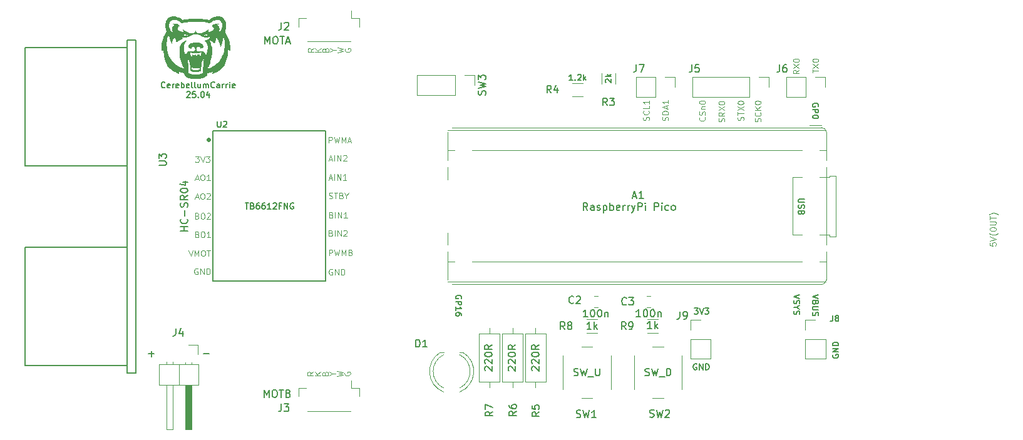
<source format=gbr>
G04 #@! TF.GenerationSoftware,KiCad,Pcbnew,9.0.1-1.fc42*
G04 #@! TF.CreationDate,2025-05-14T23:47:02-05:00*
G04 #@! TF.ProjectId,cerebellum,63657265-6265-46c6-9c75-6d2e6b696361,rev?*
G04 #@! TF.SameCoordinates,Original*
G04 #@! TF.FileFunction,Legend,Top*
G04 #@! TF.FilePolarity,Positive*
%FSLAX46Y46*%
G04 Gerber Fmt 4.6, Leading zero omitted, Abs format (unit mm)*
G04 Created by KiCad (PCBNEW 9.0.1-1.fc42) date 2025-05-14 23:47:02*
%MOMM*%
%LPD*%
G01*
G04 APERTURE LIST*
%ADD10C,0.100000*%
%ADD11C,0.150000*%
%ADD12C,0.120000*%
%ADD13C,0.000000*%
%ADD14C,0.127000*%
%ADD15C,0.300000*%
G04 APERTURE END LIST*
D10*
X95372931Y-74852847D02*
X95487217Y-74890942D01*
X95487217Y-74890942D02*
X95525312Y-74929038D01*
X95525312Y-74929038D02*
X95563408Y-75005228D01*
X95563408Y-75005228D02*
X95563408Y-75119514D01*
X95563408Y-75119514D02*
X95525312Y-75195704D01*
X95525312Y-75195704D02*
X95487217Y-75233800D01*
X95487217Y-75233800D02*
X95411027Y-75271895D01*
X95411027Y-75271895D02*
X95106265Y-75271895D01*
X95106265Y-75271895D02*
X95106265Y-74471895D01*
X95106265Y-74471895D02*
X95372931Y-74471895D01*
X95372931Y-74471895D02*
X95449122Y-74509990D01*
X95449122Y-74509990D02*
X95487217Y-74548085D01*
X95487217Y-74548085D02*
X95525312Y-74624276D01*
X95525312Y-74624276D02*
X95525312Y-74700466D01*
X95525312Y-74700466D02*
X95487217Y-74776657D01*
X95487217Y-74776657D02*
X95449122Y-74814752D01*
X95449122Y-74814752D02*
X95372931Y-74852847D01*
X95372931Y-74852847D02*
X95106265Y-74852847D01*
X95906265Y-75271895D02*
X95906265Y-74471895D01*
X96287217Y-75271895D02*
X96287217Y-74471895D01*
X96287217Y-74471895D02*
X96744360Y-75271895D01*
X96744360Y-75271895D02*
X96744360Y-74471895D01*
X97087216Y-74548085D02*
X97125312Y-74509990D01*
X97125312Y-74509990D02*
X97201502Y-74471895D01*
X97201502Y-74471895D02*
X97391978Y-74471895D01*
X97391978Y-74471895D02*
X97468169Y-74509990D01*
X97468169Y-74509990D02*
X97506264Y-74548085D01*
X97506264Y-74548085D02*
X97544359Y-74624276D01*
X97544359Y-74624276D02*
X97544359Y-74700466D01*
X97544359Y-74700466D02*
X97506264Y-74814752D01*
X97506264Y-74814752D02*
X97049121Y-75271895D01*
X97049121Y-75271895D02*
X97544359Y-75271895D01*
X95550312Y-79734990D02*
X95474122Y-79696895D01*
X95474122Y-79696895D02*
X95359836Y-79696895D01*
X95359836Y-79696895D02*
X95245550Y-79734990D01*
X95245550Y-79734990D02*
X95169360Y-79811180D01*
X95169360Y-79811180D02*
X95131265Y-79887371D01*
X95131265Y-79887371D02*
X95093169Y-80039752D01*
X95093169Y-80039752D02*
X95093169Y-80154038D01*
X95093169Y-80154038D02*
X95131265Y-80306419D01*
X95131265Y-80306419D02*
X95169360Y-80382609D01*
X95169360Y-80382609D02*
X95245550Y-80458800D01*
X95245550Y-80458800D02*
X95359836Y-80496895D01*
X95359836Y-80496895D02*
X95436027Y-80496895D01*
X95436027Y-80496895D02*
X95550312Y-80458800D01*
X95550312Y-80458800D02*
X95588408Y-80420704D01*
X95588408Y-80420704D02*
X95588408Y-80154038D01*
X95588408Y-80154038D02*
X95436027Y-80154038D01*
X95931265Y-80496895D02*
X95931265Y-79696895D01*
X95931265Y-79696895D02*
X96388408Y-80496895D01*
X96388408Y-80496895D02*
X96388408Y-79696895D01*
X96769360Y-80496895D02*
X96769360Y-79696895D01*
X96769360Y-79696895D02*
X96959836Y-79696895D01*
X96959836Y-79696895D02*
X97074122Y-79734990D01*
X97074122Y-79734990D02*
X97150312Y-79811180D01*
X97150312Y-79811180D02*
X97188407Y-79887371D01*
X97188407Y-79887371D02*
X97226503Y-80039752D01*
X97226503Y-80039752D02*
X97226503Y-80154038D01*
X97226503Y-80154038D02*
X97188407Y-80306419D01*
X97188407Y-80306419D02*
X97150312Y-80382609D01*
X97150312Y-80382609D02*
X97074122Y-80458800D01*
X97074122Y-80458800D02*
X96959836Y-80496895D01*
X96959836Y-80496895D02*
X96769360Y-80496895D01*
D11*
X70719048Y-91173866D02*
X71480953Y-91173866D01*
X71100000Y-91554819D02*
X71100000Y-90792914D01*
X137861905Y-94107200D02*
X138004762Y-94154819D01*
X138004762Y-94154819D02*
X138242857Y-94154819D01*
X138242857Y-94154819D02*
X138338095Y-94107200D01*
X138338095Y-94107200D02*
X138385714Y-94059580D01*
X138385714Y-94059580D02*
X138433333Y-93964342D01*
X138433333Y-93964342D02*
X138433333Y-93869104D01*
X138433333Y-93869104D02*
X138385714Y-93773866D01*
X138385714Y-93773866D02*
X138338095Y-93726247D01*
X138338095Y-93726247D02*
X138242857Y-93678628D01*
X138242857Y-93678628D02*
X138052381Y-93631009D01*
X138052381Y-93631009D02*
X137957143Y-93583390D01*
X137957143Y-93583390D02*
X137909524Y-93535771D01*
X137909524Y-93535771D02*
X137861905Y-93440533D01*
X137861905Y-93440533D02*
X137861905Y-93345295D01*
X137861905Y-93345295D02*
X137909524Y-93250057D01*
X137909524Y-93250057D02*
X137957143Y-93202438D01*
X137957143Y-93202438D02*
X138052381Y-93154819D01*
X138052381Y-93154819D02*
X138290476Y-93154819D01*
X138290476Y-93154819D02*
X138433333Y-93202438D01*
X138766667Y-93154819D02*
X139004762Y-94154819D01*
X139004762Y-94154819D02*
X139195238Y-93440533D01*
X139195238Y-93440533D02*
X139385714Y-94154819D01*
X139385714Y-94154819D02*
X139623810Y-93154819D01*
X139766667Y-94250057D02*
X140528571Y-94250057D01*
X140766667Y-94154819D02*
X140766667Y-93154819D01*
X140766667Y-93154819D02*
X141004762Y-93154819D01*
X141004762Y-93154819D02*
X141147619Y-93202438D01*
X141147619Y-93202438D02*
X141242857Y-93297676D01*
X141242857Y-93297676D02*
X141290476Y-93392914D01*
X141290476Y-93392914D02*
X141338095Y-93583390D01*
X141338095Y-93583390D02*
X141338095Y-93726247D01*
X141338095Y-93726247D02*
X141290476Y-93916723D01*
X141290476Y-93916723D02*
X141242857Y-94011961D01*
X141242857Y-94011961D02*
X141147619Y-94107200D01*
X141147619Y-94107200D02*
X141004762Y-94154819D01*
X141004762Y-94154819D02*
X140766667Y-94154819D01*
D10*
X94046895Y-50311591D02*
X93246895Y-50311591D01*
X94046895Y-49854448D02*
X93589752Y-50197306D01*
X93246895Y-49854448D02*
X93704038Y-50311591D01*
X93046895Y-49854448D02*
X92665942Y-50121115D01*
X93046895Y-50311591D02*
X92246895Y-50311591D01*
X92246895Y-50311591D02*
X92246895Y-50006829D01*
X92246895Y-50006829D02*
X92284990Y-49930639D01*
X92284990Y-49930639D02*
X92323085Y-49892544D01*
X92323085Y-49892544D02*
X92399276Y-49854448D01*
X92399276Y-49854448D02*
X92513561Y-49854448D01*
X92513561Y-49854448D02*
X92589752Y-49892544D01*
X92589752Y-49892544D02*
X92627847Y-49930639D01*
X92627847Y-49930639D02*
X92665942Y-50006829D01*
X92665942Y-50006829D02*
X92665942Y-50311591D01*
X95106265Y-62646895D02*
X95106265Y-61846895D01*
X95106265Y-61846895D02*
X95411027Y-61846895D01*
X95411027Y-61846895D02*
X95487217Y-61884990D01*
X95487217Y-61884990D02*
X95525312Y-61923085D01*
X95525312Y-61923085D02*
X95563408Y-61999276D01*
X95563408Y-61999276D02*
X95563408Y-62113561D01*
X95563408Y-62113561D02*
X95525312Y-62189752D01*
X95525312Y-62189752D02*
X95487217Y-62227847D01*
X95487217Y-62227847D02*
X95411027Y-62265942D01*
X95411027Y-62265942D02*
X95106265Y-62265942D01*
X95830074Y-61846895D02*
X96020550Y-62646895D01*
X96020550Y-62646895D02*
X96172931Y-62075466D01*
X96172931Y-62075466D02*
X96325312Y-62646895D01*
X96325312Y-62646895D02*
X96515789Y-61846895D01*
X96820551Y-62646895D02*
X96820551Y-61846895D01*
X96820551Y-61846895D02*
X97087217Y-62418323D01*
X97087217Y-62418323D02*
X97353884Y-61846895D01*
X97353884Y-61846895D02*
X97353884Y-62646895D01*
X97696741Y-62418323D02*
X98077694Y-62418323D01*
X97620551Y-62646895D02*
X97887218Y-61846895D01*
X97887218Y-61846895D02*
X98153884Y-62646895D01*
X77068169Y-67518323D02*
X77449122Y-67518323D01*
X76991979Y-67746895D02*
X77258646Y-66946895D01*
X77258646Y-66946895D02*
X77525312Y-67746895D01*
X77944360Y-66946895D02*
X78096741Y-66946895D01*
X78096741Y-66946895D02*
X78172931Y-66984990D01*
X78172931Y-66984990D02*
X78249122Y-67061180D01*
X78249122Y-67061180D02*
X78287217Y-67213561D01*
X78287217Y-67213561D02*
X78287217Y-67480228D01*
X78287217Y-67480228D02*
X78249122Y-67632609D01*
X78249122Y-67632609D02*
X78172931Y-67708800D01*
X78172931Y-67708800D02*
X78096741Y-67746895D01*
X78096741Y-67746895D02*
X77944360Y-67746895D01*
X77944360Y-67746895D02*
X77868169Y-67708800D01*
X77868169Y-67708800D02*
X77791979Y-67632609D01*
X77791979Y-67632609D02*
X77753883Y-67480228D01*
X77753883Y-67480228D02*
X77753883Y-67213561D01*
X77753883Y-67213561D02*
X77791979Y-67061180D01*
X77791979Y-67061180D02*
X77868169Y-66984990D01*
X77868169Y-66984990D02*
X77944360Y-66946895D01*
X79049121Y-67746895D02*
X78591978Y-67746895D01*
X78820550Y-67746895D02*
X78820550Y-66946895D01*
X78820550Y-66946895D02*
X78744359Y-67061180D01*
X78744359Y-67061180D02*
X78668169Y-67137371D01*
X78668169Y-67137371D02*
X78591978Y-67175466D01*
X95422931Y-72402847D02*
X95537217Y-72440942D01*
X95537217Y-72440942D02*
X95575312Y-72479038D01*
X95575312Y-72479038D02*
X95613408Y-72555228D01*
X95613408Y-72555228D02*
X95613408Y-72669514D01*
X95613408Y-72669514D02*
X95575312Y-72745704D01*
X95575312Y-72745704D02*
X95537217Y-72783800D01*
X95537217Y-72783800D02*
X95461027Y-72821895D01*
X95461027Y-72821895D02*
X95156265Y-72821895D01*
X95156265Y-72821895D02*
X95156265Y-72021895D01*
X95156265Y-72021895D02*
X95422931Y-72021895D01*
X95422931Y-72021895D02*
X95499122Y-72059990D01*
X95499122Y-72059990D02*
X95537217Y-72098085D01*
X95537217Y-72098085D02*
X95575312Y-72174276D01*
X95575312Y-72174276D02*
X95575312Y-72250466D01*
X95575312Y-72250466D02*
X95537217Y-72326657D01*
X95537217Y-72326657D02*
X95499122Y-72364752D01*
X95499122Y-72364752D02*
X95422931Y-72402847D01*
X95422931Y-72402847D02*
X95156265Y-72402847D01*
X95956265Y-72821895D02*
X95956265Y-72021895D01*
X96337217Y-72821895D02*
X96337217Y-72021895D01*
X96337217Y-72021895D02*
X96794360Y-72821895D01*
X96794360Y-72821895D02*
X96794360Y-72021895D01*
X97594359Y-72821895D02*
X97137216Y-72821895D01*
X97365788Y-72821895D02*
X97365788Y-72021895D01*
X97365788Y-72021895D02*
X97289597Y-72136180D01*
X97289597Y-72136180D02*
X97213407Y-72212371D01*
X97213407Y-72212371D02*
X97137216Y-72250466D01*
X77068169Y-70018323D02*
X77449122Y-70018323D01*
X76991979Y-70246895D02*
X77258646Y-69446895D01*
X77258646Y-69446895D02*
X77525312Y-70246895D01*
X77944360Y-69446895D02*
X78096741Y-69446895D01*
X78096741Y-69446895D02*
X78172931Y-69484990D01*
X78172931Y-69484990D02*
X78249122Y-69561180D01*
X78249122Y-69561180D02*
X78287217Y-69713561D01*
X78287217Y-69713561D02*
X78287217Y-69980228D01*
X78287217Y-69980228D02*
X78249122Y-70132609D01*
X78249122Y-70132609D02*
X78172931Y-70208800D01*
X78172931Y-70208800D02*
X78096741Y-70246895D01*
X78096741Y-70246895D02*
X77944360Y-70246895D01*
X77944360Y-70246895D02*
X77868169Y-70208800D01*
X77868169Y-70208800D02*
X77791979Y-70132609D01*
X77791979Y-70132609D02*
X77753883Y-69980228D01*
X77753883Y-69980228D02*
X77753883Y-69713561D01*
X77753883Y-69713561D02*
X77791979Y-69561180D01*
X77791979Y-69561180D02*
X77868169Y-69484990D01*
X77868169Y-69484990D02*
X77944360Y-69446895D01*
X78591978Y-69523085D02*
X78630074Y-69484990D01*
X78630074Y-69484990D02*
X78706264Y-69446895D01*
X78706264Y-69446895D02*
X78896740Y-69446895D01*
X78896740Y-69446895D02*
X78972931Y-69484990D01*
X78972931Y-69484990D02*
X79011026Y-69523085D01*
X79011026Y-69523085D02*
X79049121Y-69599276D01*
X79049121Y-69599276D02*
X79049121Y-69675466D01*
X79049121Y-69675466D02*
X79011026Y-69789752D01*
X79011026Y-69789752D02*
X78553883Y-70246895D01*
X78553883Y-70246895D02*
X79049121Y-70246895D01*
X95131265Y-77896895D02*
X95131265Y-77096895D01*
X95131265Y-77096895D02*
X95436027Y-77096895D01*
X95436027Y-77096895D02*
X95512217Y-77134990D01*
X95512217Y-77134990D02*
X95550312Y-77173085D01*
X95550312Y-77173085D02*
X95588408Y-77249276D01*
X95588408Y-77249276D02*
X95588408Y-77363561D01*
X95588408Y-77363561D02*
X95550312Y-77439752D01*
X95550312Y-77439752D02*
X95512217Y-77477847D01*
X95512217Y-77477847D02*
X95436027Y-77515942D01*
X95436027Y-77515942D02*
X95131265Y-77515942D01*
X95855074Y-77096895D02*
X96045550Y-77896895D01*
X96045550Y-77896895D02*
X96197931Y-77325466D01*
X96197931Y-77325466D02*
X96350312Y-77896895D01*
X96350312Y-77896895D02*
X96540789Y-77096895D01*
X96845551Y-77896895D02*
X96845551Y-77096895D01*
X96845551Y-77096895D02*
X97112217Y-77668323D01*
X97112217Y-77668323D02*
X97378884Y-77096895D01*
X97378884Y-77096895D02*
X97378884Y-77896895D01*
X98026503Y-77477847D02*
X98140789Y-77515942D01*
X98140789Y-77515942D02*
X98178884Y-77554038D01*
X98178884Y-77554038D02*
X98216980Y-77630228D01*
X98216980Y-77630228D02*
X98216980Y-77744514D01*
X98216980Y-77744514D02*
X98178884Y-77820704D01*
X98178884Y-77820704D02*
X98140789Y-77858800D01*
X98140789Y-77858800D02*
X98064599Y-77896895D01*
X98064599Y-77896895D02*
X97759837Y-77896895D01*
X97759837Y-77896895D02*
X97759837Y-77096895D01*
X97759837Y-77096895D02*
X98026503Y-77096895D01*
X98026503Y-77096895D02*
X98102694Y-77134990D01*
X98102694Y-77134990D02*
X98140789Y-77173085D01*
X98140789Y-77173085D02*
X98178884Y-77249276D01*
X98178884Y-77249276D02*
X98178884Y-77325466D01*
X98178884Y-77325466D02*
X98140789Y-77401657D01*
X98140789Y-77401657D02*
X98102694Y-77439752D01*
X98102694Y-77439752D02*
X98026503Y-77477847D01*
X98026503Y-77477847D02*
X97759837Y-77477847D01*
X148553800Y-59781830D02*
X148591895Y-59667544D01*
X148591895Y-59667544D02*
X148591895Y-59477068D01*
X148591895Y-59477068D02*
X148553800Y-59400877D01*
X148553800Y-59400877D02*
X148515704Y-59362782D01*
X148515704Y-59362782D02*
X148439514Y-59324687D01*
X148439514Y-59324687D02*
X148363323Y-59324687D01*
X148363323Y-59324687D02*
X148287133Y-59362782D01*
X148287133Y-59362782D02*
X148249038Y-59400877D01*
X148249038Y-59400877D02*
X148210942Y-59477068D01*
X148210942Y-59477068D02*
X148172847Y-59629449D01*
X148172847Y-59629449D02*
X148134752Y-59705639D01*
X148134752Y-59705639D02*
X148096657Y-59743734D01*
X148096657Y-59743734D02*
X148020466Y-59781830D01*
X148020466Y-59781830D02*
X147944276Y-59781830D01*
X147944276Y-59781830D02*
X147868085Y-59743734D01*
X147868085Y-59743734D02*
X147829990Y-59705639D01*
X147829990Y-59705639D02*
X147791895Y-59629449D01*
X147791895Y-59629449D02*
X147791895Y-59438972D01*
X147791895Y-59438972D02*
X147829990Y-59324687D01*
X148591895Y-58524686D02*
X148210942Y-58791353D01*
X148591895Y-58981829D02*
X147791895Y-58981829D01*
X147791895Y-58981829D02*
X147791895Y-58677067D01*
X147791895Y-58677067D02*
X147829990Y-58600877D01*
X147829990Y-58600877D02*
X147868085Y-58562782D01*
X147868085Y-58562782D02*
X147944276Y-58524686D01*
X147944276Y-58524686D02*
X148058561Y-58524686D01*
X148058561Y-58524686D02*
X148134752Y-58562782D01*
X148134752Y-58562782D02*
X148172847Y-58600877D01*
X148172847Y-58600877D02*
X148210942Y-58677067D01*
X148210942Y-58677067D02*
X148210942Y-58981829D01*
X147791895Y-58258020D02*
X148591895Y-57724686D01*
X147791895Y-57724686D02*
X148591895Y-58258020D01*
X147791895Y-57267543D02*
X147791895Y-57191353D01*
X147791895Y-57191353D02*
X147829990Y-57115162D01*
X147829990Y-57115162D02*
X147868085Y-57077067D01*
X147868085Y-57077067D02*
X147944276Y-57038972D01*
X147944276Y-57038972D02*
X148096657Y-57000877D01*
X148096657Y-57000877D02*
X148287133Y-57000877D01*
X148287133Y-57000877D02*
X148439514Y-57038972D01*
X148439514Y-57038972D02*
X148515704Y-57077067D01*
X148515704Y-57077067D02*
X148553800Y-57115162D01*
X148553800Y-57115162D02*
X148591895Y-57191353D01*
X148591895Y-57191353D02*
X148591895Y-57267543D01*
X148591895Y-57267543D02*
X148553800Y-57343734D01*
X148553800Y-57343734D02*
X148515704Y-57381829D01*
X148515704Y-57381829D02*
X148439514Y-57419924D01*
X148439514Y-57419924D02*
X148287133Y-57458020D01*
X148287133Y-57458020D02*
X148096657Y-57458020D01*
X148096657Y-57458020D02*
X147944276Y-57419924D01*
X147944276Y-57419924D02*
X147868085Y-57381829D01*
X147868085Y-57381829D02*
X147829990Y-57343734D01*
X147829990Y-57343734D02*
X147791895Y-57267543D01*
D11*
X83774874Y-70794295D02*
X84232017Y-70794295D01*
X84003445Y-71594295D02*
X84003445Y-70794295D01*
X84765350Y-71175247D02*
X84879636Y-71213342D01*
X84879636Y-71213342D02*
X84917731Y-71251438D01*
X84917731Y-71251438D02*
X84955827Y-71327628D01*
X84955827Y-71327628D02*
X84955827Y-71441914D01*
X84955827Y-71441914D02*
X84917731Y-71518104D01*
X84917731Y-71518104D02*
X84879636Y-71556200D01*
X84879636Y-71556200D02*
X84803446Y-71594295D01*
X84803446Y-71594295D02*
X84498684Y-71594295D01*
X84498684Y-71594295D02*
X84498684Y-70794295D01*
X84498684Y-70794295D02*
X84765350Y-70794295D01*
X84765350Y-70794295D02*
X84841541Y-70832390D01*
X84841541Y-70832390D02*
X84879636Y-70870485D01*
X84879636Y-70870485D02*
X84917731Y-70946676D01*
X84917731Y-70946676D02*
X84917731Y-71022866D01*
X84917731Y-71022866D02*
X84879636Y-71099057D01*
X84879636Y-71099057D02*
X84841541Y-71137152D01*
X84841541Y-71137152D02*
X84765350Y-71175247D01*
X84765350Y-71175247D02*
X84498684Y-71175247D01*
X85641541Y-70794295D02*
X85489160Y-70794295D01*
X85489160Y-70794295D02*
X85412969Y-70832390D01*
X85412969Y-70832390D02*
X85374874Y-70870485D01*
X85374874Y-70870485D02*
X85298684Y-70984771D01*
X85298684Y-70984771D02*
X85260588Y-71137152D01*
X85260588Y-71137152D02*
X85260588Y-71441914D01*
X85260588Y-71441914D02*
X85298684Y-71518104D01*
X85298684Y-71518104D02*
X85336779Y-71556200D01*
X85336779Y-71556200D02*
X85412969Y-71594295D01*
X85412969Y-71594295D02*
X85565350Y-71594295D01*
X85565350Y-71594295D02*
X85641541Y-71556200D01*
X85641541Y-71556200D02*
X85679636Y-71518104D01*
X85679636Y-71518104D02*
X85717731Y-71441914D01*
X85717731Y-71441914D02*
X85717731Y-71251438D01*
X85717731Y-71251438D02*
X85679636Y-71175247D01*
X85679636Y-71175247D02*
X85641541Y-71137152D01*
X85641541Y-71137152D02*
X85565350Y-71099057D01*
X85565350Y-71099057D02*
X85412969Y-71099057D01*
X85412969Y-71099057D02*
X85336779Y-71137152D01*
X85336779Y-71137152D02*
X85298684Y-71175247D01*
X85298684Y-71175247D02*
X85260588Y-71251438D01*
X86403446Y-70794295D02*
X86251065Y-70794295D01*
X86251065Y-70794295D02*
X86174874Y-70832390D01*
X86174874Y-70832390D02*
X86136779Y-70870485D01*
X86136779Y-70870485D02*
X86060589Y-70984771D01*
X86060589Y-70984771D02*
X86022493Y-71137152D01*
X86022493Y-71137152D02*
X86022493Y-71441914D01*
X86022493Y-71441914D02*
X86060589Y-71518104D01*
X86060589Y-71518104D02*
X86098684Y-71556200D01*
X86098684Y-71556200D02*
X86174874Y-71594295D01*
X86174874Y-71594295D02*
X86327255Y-71594295D01*
X86327255Y-71594295D02*
X86403446Y-71556200D01*
X86403446Y-71556200D02*
X86441541Y-71518104D01*
X86441541Y-71518104D02*
X86479636Y-71441914D01*
X86479636Y-71441914D02*
X86479636Y-71251438D01*
X86479636Y-71251438D02*
X86441541Y-71175247D01*
X86441541Y-71175247D02*
X86403446Y-71137152D01*
X86403446Y-71137152D02*
X86327255Y-71099057D01*
X86327255Y-71099057D02*
X86174874Y-71099057D01*
X86174874Y-71099057D02*
X86098684Y-71137152D01*
X86098684Y-71137152D02*
X86060589Y-71175247D01*
X86060589Y-71175247D02*
X86022493Y-71251438D01*
X87241541Y-71594295D02*
X86784398Y-71594295D01*
X87012970Y-71594295D02*
X87012970Y-70794295D01*
X87012970Y-70794295D02*
X86936779Y-70908580D01*
X86936779Y-70908580D02*
X86860589Y-70984771D01*
X86860589Y-70984771D02*
X86784398Y-71022866D01*
X87546303Y-70870485D02*
X87584399Y-70832390D01*
X87584399Y-70832390D02*
X87660589Y-70794295D01*
X87660589Y-70794295D02*
X87851065Y-70794295D01*
X87851065Y-70794295D02*
X87927256Y-70832390D01*
X87927256Y-70832390D02*
X87965351Y-70870485D01*
X87965351Y-70870485D02*
X88003446Y-70946676D01*
X88003446Y-70946676D02*
X88003446Y-71022866D01*
X88003446Y-71022866D02*
X87965351Y-71137152D01*
X87965351Y-71137152D02*
X87508208Y-71594295D01*
X87508208Y-71594295D02*
X88003446Y-71594295D01*
X88612970Y-71175247D02*
X88346304Y-71175247D01*
X88346304Y-71594295D02*
X88346304Y-70794295D01*
X88346304Y-70794295D02*
X88727256Y-70794295D01*
X89032018Y-71594295D02*
X89032018Y-70794295D01*
X89032018Y-70794295D02*
X89489161Y-71594295D01*
X89489161Y-71594295D02*
X89489161Y-70794295D01*
X90289160Y-70832390D02*
X90212970Y-70794295D01*
X90212970Y-70794295D02*
X90098684Y-70794295D01*
X90098684Y-70794295D02*
X89984398Y-70832390D01*
X89984398Y-70832390D02*
X89908208Y-70908580D01*
X89908208Y-70908580D02*
X89870113Y-70984771D01*
X89870113Y-70984771D02*
X89832017Y-71137152D01*
X89832017Y-71137152D02*
X89832017Y-71251438D01*
X89832017Y-71251438D02*
X89870113Y-71403819D01*
X89870113Y-71403819D02*
X89908208Y-71480009D01*
X89908208Y-71480009D02*
X89984398Y-71556200D01*
X89984398Y-71556200D02*
X90098684Y-71594295D01*
X90098684Y-71594295D02*
X90174875Y-71594295D01*
X90174875Y-71594295D02*
X90289160Y-71556200D01*
X90289160Y-71556200D02*
X90327256Y-71518104D01*
X90327256Y-71518104D02*
X90327256Y-71251438D01*
X90327256Y-71251438D02*
X90174875Y-71251438D01*
D10*
X77350312Y-79684990D02*
X77274122Y-79646895D01*
X77274122Y-79646895D02*
X77159836Y-79646895D01*
X77159836Y-79646895D02*
X77045550Y-79684990D01*
X77045550Y-79684990D02*
X76969360Y-79761180D01*
X76969360Y-79761180D02*
X76931265Y-79837371D01*
X76931265Y-79837371D02*
X76893169Y-79989752D01*
X76893169Y-79989752D02*
X76893169Y-80104038D01*
X76893169Y-80104038D02*
X76931265Y-80256419D01*
X76931265Y-80256419D02*
X76969360Y-80332609D01*
X76969360Y-80332609D02*
X77045550Y-80408800D01*
X77045550Y-80408800D02*
X77159836Y-80446895D01*
X77159836Y-80446895D02*
X77236027Y-80446895D01*
X77236027Y-80446895D02*
X77350312Y-80408800D01*
X77350312Y-80408800D02*
X77388408Y-80370704D01*
X77388408Y-80370704D02*
X77388408Y-80104038D01*
X77388408Y-80104038D02*
X77236027Y-80104038D01*
X77731265Y-80446895D02*
X77731265Y-79646895D01*
X77731265Y-79646895D02*
X78188408Y-80446895D01*
X78188408Y-80446895D02*
X78188408Y-79646895D01*
X78569360Y-80446895D02*
X78569360Y-79646895D01*
X78569360Y-79646895D02*
X78759836Y-79646895D01*
X78759836Y-79646895D02*
X78874122Y-79684990D01*
X78874122Y-79684990D02*
X78950312Y-79761180D01*
X78950312Y-79761180D02*
X78988407Y-79837371D01*
X78988407Y-79837371D02*
X79026503Y-79989752D01*
X79026503Y-79989752D02*
X79026503Y-80104038D01*
X79026503Y-80104038D02*
X78988407Y-80256419D01*
X78988407Y-80256419D02*
X78950312Y-80332609D01*
X78950312Y-80332609D02*
X78874122Y-80408800D01*
X78874122Y-80408800D02*
X78759836Y-80446895D01*
X78759836Y-80446895D02*
X78569360Y-80446895D01*
D11*
X128238095Y-94107200D02*
X128380952Y-94154819D01*
X128380952Y-94154819D02*
X128619047Y-94154819D01*
X128619047Y-94154819D02*
X128714285Y-94107200D01*
X128714285Y-94107200D02*
X128761904Y-94059580D01*
X128761904Y-94059580D02*
X128809523Y-93964342D01*
X128809523Y-93964342D02*
X128809523Y-93869104D01*
X128809523Y-93869104D02*
X128761904Y-93773866D01*
X128761904Y-93773866D02*
X128714285Y-93726247D01*
X128714285Y-93726247D02*
X128619047Y-93678628D01*
X128619047Y-93678628D02*
X128428571Y-93631009D01*
X128428571Y-93631009D02*
X128333333Y-93583390D01*
X128333333Y-93583390D02*
X128285714Y-93535771D01*
X128285714Y-93535771D02*
X128238095Y-93440533D01*
X128238095Y-93440533D02*
X128238095Y-93345295D01*
X128238095Y-93345295D02*
X128285714Y-93250057D01*
X128285714Y-93250057D02*
X128333333Y-93202438D01*
X128333333Y-93202438D02*
X128428571Y-93154819D01*
X128428571Y-93154819D02*
X128666666Y-93154819D01*
X128666666Y-93154819D02*
X128809523Y-93202438D01*
X129142857Y-93154819D02*
X129380952Y-94154819D01*
X129380952Y-94154819D02*
X129571428Y-93440533D01*
X129571428Y-93440533D02*
X129761904Y-94154819D01*
X129761904Y-94154819D02*
X130000000Y-93154819D01*
X130142857Y-94250057D02*
X130904761Y-94250057D01*
X131142857Y-93154819D02*
X131142857Y-93964342D01*
X131142857Y-93964342D02*
X131190476Y-94059580D01*
X131190476Y-94059580D02*
X131238095Y-94107200D01*
X131238095Y-94107200D02*
X131333333Y-94154819D01*
X131333333Y-94154819D02*
X131523809Y-94154819D01*
X131523809Y-94154819D02*
X131619047Y-94107200D01*
X131619047Y-94107200D02*
X131666666Y-94059580D01*
X131666666Y-94059580D02*
X131714285Y-93964342D01*
X131714285Y-93964342D02*
X131714285Y-93154819D01*
D10*
X77272931Y-75027847D02*
X77387217Y-75065942D01*
X77387217Y-75065942D02*
X77425312Y-75104038D01*
X77425312Y-75104038D02*
X77463408Y-75180228D01*
X77463408Y-75180228D02*
X77463408Y-75294514D01*
X77463408Y-75294514D02*
X77425312Y-75370704D01*
X77425312Y-75370704D02*
X77387217Y-75408800D01*
X77387217Y-75408800D02*
X77311027Y-75446895D01*
X77311027Y-75446895D02*
X77006265Y-75446895D01*
X77006265Y-75446895D02*
X77006265Y-74646895D01*
X77006265Y-74646895D02*
X77272931Y-74646895D01*
X77272931Y-74646895D02*
X77349122Y-74684990D01*
X77349122Y-74684990D02*
X77387217Y-74723085D01*
X77387217Y-74723085D02*
X77425312Y-74799276D01*
X77425312Y-74799276D02*
X77425312Y-74875466D01*
X77425312Y-74875466D02*
X77387217Y-74951657D01*
X77387217Y-74951657D02*
X77349122Y-74989752D01*
X77349122Y-74989752D02*
X77272931Y-75027847D01*
X77272931Y-75027847D02*
X77006265Y-75027847D01*
X77958646Y-74646895D02*
X78111027Y-74646895D01*
X78111027Y-74646895D02*
X78187217Y-74684990D01*
X78187217Y-74684990D02*
X78263408Y-74761180D01*
X78263408Y-74761180D02*
X78301503Y-74913561D01*
X78301503Y-74913561D02*
X78301503Y-75180228D01*
X78301503Y-75180228D02*
X78263408Y-75332609D01*
X78263408Y-75332609D02*
X78187217Y-75408800D01*
X78187217Y-75408800D02*
X78111027Y-75446895D01*
X78111027Y-75446895D02*
X77958646Y-75446895D01*
X77958646Y-75446895D02*
X77882455Y-75408800D01*
X77882455Y-75408800D02*
X77806265Y-75332609D01*
X77806265Y-75332609D02*
X77768169Y-75180228D01*
X77768169Y-75180228D02*
X77768169Y-74913561D01*
X77768169Y-74913561D02*
X77806265Y-74761180D01*
X77806265Y-74761180D02*
X77882455Y-74684990D01*
X77882455Y-74684990D02*
X77958646Y-74646895D01*
X79063407Y-75446895D02*
X78606264Y-75446895D01*
X78834836Y-75446895D02*
X78834836Y-74646895D01*
X78834836Y-74646895D02*
X78758645Y-74761180D01*
X78758645Y-74761180D02*
X78682455Y-74837371D01*
X78682455Y-74837371D02*
X78606264Y-74875466D01*
D11*
X163232390Y-91291792D02*
X163194295Y-91367982D01*
X163194295Y-91367982D02*
X163194295Y-91482268D01*
X163194295Y-91482268D02*
X163232390Y-91596554D01*
X163232390Y-91596554D02*
X163308580Y-91672744D01*
X163308580Y-91672744D02*
X163384771Y-91710839D01*
X163384771Y-91710839D02*
X163537152Y-91748935D01*
X163537152Y-91748935D02*
X163651438Y-91748935D01*
X163651438Y-91748935D02*
X163803819Y-91710839D01*
X163803819Y-91710839D02*
X163880009Y-91672744D01*
X163880009Y-91672744D02*
X163956200Y-91596554D01*
X163956200Y-91596554D02*
X163994295Y-91482268D01*
X163994295Y-91482268D02*
X163994295Y-91406077D01*
X163994295Y-91406077D02*
X163956200Y-91291792D01*
X163956200Y-91291792D02*
X163918104Y-91253696D01*
X163918104Y-91253696D02*
X163651438Y-91253696D01*
X163651438Y-91253696D02*
X163651438Y-91406077D01*
X163994295Y-90910839D02*
X163194295Y-90910839D01*
X163194295Y-90910839D02*
X163994295Y-90453696D01*
X163994295Y-90453696D02*
X163194295Y-90453696D01*
X163994295Y-90072744D02*
X163194295Y-90072744D01*
X163194295Y-90072744D02*
X163194295Y-89882268D01*
X163194295Y-89882268D02*
X163232390Y-89767982D01*
X163232390Y-89767982D02*
X163308580Y-89691792D01*
X163308580Y-89691792D02*
X163384771Y-89653697D01*
X163384771Y-89653697D02*
X163537152Y-89615601D01*
X163537152Y-89615601D02*
X163651438Y-89615601D01*
X163651438Y-89615601D02*
X163803819Y-89653697D01*
X163803819Y-89653697D02*
X163880009Y-89691792D01*
X163880009Y-89691792D02*
X163956200Y-89767982D01*
X163956200Y-89767982D02*
X163994295Y-89882268D01*
X163994295Y-89882268D02*
X163994295Y-90072744D01*
X72929762Y-55130149D02*
X72891666Y-55168245D01*
X72891666Y-55168245D02*
X72777381Y-55206340D01*
X72777381Y-55206340D02*
X72701190Y-55206340D01*
X72701190Y-55206340D02*
X72586904Y-55168245D01*
X72586904Y-55168245D02*
X72510714Y-55092054D01*
X72510714Y-55092054D02*
X72472619Y-55015864D01*
X72472619Y-55015864D02*
X72434523Y-54863483D01*
X72434523Y-54863483D02*
X72434523Y-54749197D01*
X72434523Y-54749197D02*
X72472619Y-54596816D01*
X72472619Y-54596816D02*
X72510714Y-54520625D01*
X72510714Y-54520625D02*
X72586904Y-54444435D01*
X72586904Y-54444435D02*
X72701190Y-54406340D01*
X72701190Y-54406340D02*
X72777381Y-54406340D01*
X72777381Y-54406340D02*
X72891666Y-54444435D01*
X72891666Y-54444435D02*
X72929762Y-54482530D01*
X73577381Y-55168245D02*
X73501190Y-55206340D01*
X73501190Y-55206340D02*
X73348809Y-55206340D01*
X73348809Y-55206340D02*
X73272619Y-55168245D01*
X73272619Y-55168245D02*
X73234523Y-55092054D01*
X73234523Y-55092054D02*
X73234523Y-54787292D01*
X73234523Y-54787292D02*
X73272619Y-54711102D01*
X73272619Y-54711102D02*
X73348809Y-54673006D01*
X73348809Y-54673006D02*
X73501190Y-54673006D01*
X73501190Y-54673006D02*
X73577381Y-54711102D01*
X73577381Y-54711102D02*
X73615476Y-54787292D01*
X73615476Y-54787292D02*
X73615476Y-54863483D01*
X73615476Y-54863483D02*
X73234523Y-54939673D01*
X73958333Y-55206340D02*
X73958333Y-54673006D01*
X73958333Y-54825387D02*
X73996428Y-54749197D01*
X73996428Y-54749197D02*
X74034523Y-54711102D01*
X74034523Y-54711102D02*
X74110714Y-54673006D01*
X74110714Y-54673006D02*
X74186904Y-54673006D01*
X74758333Y-55168245D02*
X74682142Y-55206340D01*
X74682142Y-55206340D02*
X74529761Y-55206340D01*
X74529761Y-55206340D02*
X74453571Y-55168245D01*
X74453571Y-55168245D02*
X74415475Y-55092054D01*
X74415475Y-55092054D02*
X74415475Y-54787292D01*
X74415475Y-54787292D02*
X74453571Y-54711102D01*
X74453571Y-54711102D02*
X74529761Y-54673006D01*
X74529761Y-54673006D02*
X74682142Y-54673006D01*
X74682142Y-54673006D02*
X74758333Y-54711102D01*
X74758333Y-54711102D02*
X74796428Y-54787292D01*
X74796428Y-54787292D02*
X74796428Y-54863483D01*
X74796428Y-54863483D02*
X74415475Y-54939673D01*
X75139285Y-55206340D02*
X75139285Y-54406340D01*
X75139285Y-54711102D02*
X75215475Y-54673006D01*
X75215475Y-54673006D02*
X75367856Y-54673006D01*
X75367856Y-54673006D02*
X75444047Y-54711102D01*
X75444047Y-54711102D02*
X75482142Y-54749197D01*
X75482142Y-54749197D02*
X75520237Y-54825387D01*
X75520237Y-54825387D02*
X75520237Y-55053959D01*
X75520237Y-55053959D02*
X75482142Y-55130149D01*
X75482142Y-55130149D02*
X75444047Y-55168245D01*
X75444047Y-55168245D02*
X75367856Y-55206340D01*
X75367856Y-55206340D02*
X75215475Y-55206340D01*
X75215475Y-55206340D02*
X75139285Y-55168245D01*
X76167857Y-55168245D02*
X76091666Y-55206340D01*
X76091666Y-55206340D02*
X75939285Y-55206340D01*
X75939285Y-55206340D02*
X75863095Y-55168245D01*
X75863095Y-55168245D02*
X75824999Y-55092054D01*
X75824999Y-55092054D02*
X75824999Y-54787292D01*
X75824999Y-54787292D02*
X75863095Y-54711102D01*
X75863095Y-54711102D02*
X75939285Y-54673006D01*
X75939285Y-54673006D02*
X76091666Y-54673006D01*
X76091666Y-54673006D02*
X76167857Y-54711102D01*
X76167857Y-54711102D02*
X76205952Y-54787292D01*
X76205952Y-54787292D02*
X76205952Y-54863483D01*
X76205952Y-54863483D02*
X75824999Y-54939673D01*
X76663094Y-55206340D02*
X76586904Y-55168245D01*
X76586904Y-55168245D02*
X76548809Y-55092054D01*
X76548809Y-55092054D02*
X76548809Y-54406340D01*
X77082142Y-55206340D02*
X77005952Y-55168245D01*
X77005952Y-55168245D02*
X76967857Y-55092054D01*
X76967857Y-55092054D02*
X76967857Y-54406340D01*
X77729762Y-54673006D02*
X77729762Y-55206340D01*
X77386905Y-54673006D02*
X77386905Y-55092054D01*
X77386905Y-55092054D02*
X77425000Y-55168245D01*
X77425000Y-55168245D02*
X77501190Y-55206340D01*
X77501190Y-55206340D02*
X77615476Y-55206340D01*
X77615476Y-55206340D02*
X77691667Y-55168245D01*
X77691667Y-55168245D02*
X77729762Y-55130149D01*
X78110715Y-55206340D02*
X78110715Y-54673006D01*
X78110715Y-54749197D02*
X78148810Y-54711102D01*
X78148810Y-54711102D02*
X78225000Y-54673006D01*
X78225000Y-54673006D02*
X78339286Y-54673006D01*
X78339286Y-54673006D02*
X78415477Y-54711102D01*
X78415477Y-54711102D02*
X78453572Y-54787292D01*
X78453572Y-54787292D02*
X78453572Y-55206340D01*
X78453572Y-54787292D02*
X78491667Y-54711102D01*
X78491667Y-54711102D02*
X78567858Y-54673006D01*
X78567858Y-54673006D02*
X78682143Y-54673006D01*
X78682143Y-54673006D02*
X78758334Y-54711102D01*
X78758334Y-54711102D02*
X78796429Y-54787292D01*
X78796429Y-54787292D02*
X78796429Y-55206340D01*
X79634525Y-55130149D02*
X79596429Y-55168245D01*
X79596429Y-55168245D02*
X79482144Y-55206340D01*
X79482144Y-55206340D02*
X79405953Y-55206340D01*
X79405953Y-55206340D02*
X79291667Y-55168245D01*
X79291667Y-55168245D02*
X79215477Y-55092054D01*
X79215477Y-55092054D02*
X79177382Y-55015864D01*
X79177382Y-55015864D02*
X79139286Y-54863483D01*
X79139286Y-54863483D02*
X79139286Y-54749197D01*
X79139286Y-54749197D02*
X79177382Y-54596816D01*
X79177382Y-54596816D02*
X79215477Y-54520625D01*
X79215477Y-54520625D02*
X79291667Y-54444435D01*
X79291667Y-54444435D02*
X79405953Y-54406340D01*
X79405953Y-54406340D02*
X79482144Y-54406340D01*
X79482144Y-54406340D02*
X79596429Y-54444435D01*
X79596429Y-54444435D02*
X79634525Y-54482530D01*
X80320239Y-55206340D02*
X80320239Y-54787292D01*
X80320239Y-54787292D02*
X80282144Y-54711102D01*
X80282144Y-54711102D02*
X80205953Y-54673006D01*
X80205953Y-54673006D02*
X80053572Y-54673006D01*
X80053572Y-54673006D02*
X79977382Y-54711102D01*
X80320239Y-55168245D02*
X80244048Y-55206340D01*
X80244048Y-55206340D02*
X80053572Y-55206340D01*
X80053572Y-55206340D02*
X79977382Y-55168245D01*
X79977382Y-55168245D02*
X79939286Y-55092054D01*
X79939286Y-55092054D02*
X79939286Y-55015864D01*
X79939286Y-55015864D02*
X79977382Y-54939673D01*
X79977382Y-54939673D02*
X80053572Y-54901578D01*
X80053572Y-54901578D02*
X80244048Y-54901578D01*
X80244048Y-54901578D02*
X80320239Y-54863483D01*
X80701192Y-55206340D02*
X80701192Y-54673006D01*
X80701192Y-54825387D02*
X80739287Y-54749197D01*
X80739287Y-54749197D02*
X80777382Y-54711102D01*
X80777382Y-54711102D02*
X80853573Y-54673006D01*
X80853573Y-54673006D02*
X80929763Y-54673006D01*
X81196430Y-55206340D02*
X81196430Y-54673006D01*
X81196430Y-54825387D02*
X81234525Y-54749197D01*
X81234525Y-54749197D02*
X81272620Y-54711102D01*
X81272620Y-54711102D02*
X81348811Y-54673006D01*
X81348811Y-54673006D02*
X81425001Y-54673006D01*
X81691668Y-55206340D02*
X81691668Y-54673006D01*
X81691668Y-54406340D02*
X81653572Y-54444435D01*
X81653572Y-54444435D02*
X81691668Y-54482530D01*
X81691668Y-54482530D02*
X81729763Y-54444435D01*
X81729763Y-54444435D02*
X81691668Y-54406340D01*
X81691668Y-54406340D02*
X81691668Y-54482530D01*
X82377382Y-55168245D02*
X82301191Y-55206340D01*
X82301191Y-55206340D02*
X82148810Y-55206340D01*
X82148810Y-55206340D02*
X82072620Y-55168245D01*
X82072620Y-55168245D02*
X82034524Y-55092054D01*
X82034524Y-55092054D02*
X82034524Y-54787292D01*
X82034524Y-54787292D02*
X82072620Y-54711102D01*
X82072620Y-54711102D02*
X82148810Y-54673006D01*
X82148810Y-54673006D02*
X82301191Y-54673006D01*
X82301191Y-54673006D02*
X82377382Y-54711102D01*
X82377382Y-54711102D02*
X82415477Y-54787292D01*
X82415477Y-54787292D02*
X82415477Y-54863483D01*
X82415477Y-54863483D02*
X82034524Y-54939673D01*
X75863094Y-55770485D02*
X75901190Y-55732390D01*
X75901190Y-55732390D02*
X75977380Y-55694295D01*
X75977380Y-55694295D02*
X76167856Y-55694295D01*
X76167856Y-55694295D02*
X76244047Y-55732390D01*
X76244047Y-55732390D02*
X76282142Y-55770485D01*
X76282142Y-55770485D02*
X76320237Y-55846676D01*
X76320237Y-55846676D02*
X76320237Y-55922866D01*
X76320237Y-55922866D02*
X76282142Y-56037152D01*
X76282142Y-56037152D02*
X75824999Y-56494295D01*
X75824999Y-56494295D02*
X76320237Y-56494295D01*
X77044047Y-55694295D02*
X76663095Y-55694295D01*
X76663095Y-55694295D02*
X76624999Y-56075247D01*
X76624999Y-56075247D02*
X76663095Y-56037152D01*
X76663095Y-56037152D02*
X76739285Y-55999057D01*
X76739285Y-55999057D02*
X76929761Y-55999057D01*
X76929761Y-55999057D02*
X77005952Y-56037152D01*
X77005952Y-56037152D02*
X77044047Y-56075247D01*
X77044047Y-56075247D02*
X77082142Y-56151438D01*
X77082142Y-56151438D02*
X77082142Y-56341914D01*
X77082142Y-56341914D02*
X77044047Y-56418104D01*
X77044047Y-56418104D02*
X77005952Y-56456200D01*
X77005952Y-56456200D02*
X76929761Y-56494295D01*
X76929761Y-56494295D02*
X76739285Y-56494295D01*
X76739285Y-56494295D02*
X76663095Y-56456200D01*
X76663095Y-56456200D02*
X76624999Y-56418104D01*
X77425000Y-56418104D02*
X77463095Y-56456200D01*
X77463095Y-56456200D02*
X77425000Y-56494295D01*
X77425000Y-56494295D02*
X77386904Y-56456200D01*
X77386904Y-56456200D02*
X77425000Y-56418104D01*
X77425000Y-56418104D02*
X77425000Y-56494295D01*
X77958333Y-55694295D02*
X78034523Y-55694295D01*
X78034523Y-55694295D02*
X78110714Y-55732390D01*
X78110714Y-55732390D02*
X78148809Y-55770485D01*
X78148809Y-55770485D02*
X78186904Y-55846676D01*
X78186904Y-55846676D02*
X78224999Y-55999057D01*
X78224999Y-55999057D02*
X78224999Y-56189533D01*
X78224999Y-56189533D02*
X78186904Y-56341914D01*
X78186904Y-56341914D02*
X78148809Y-56418104D01*
X78148809Y-56418104D02*
X78110714Y-56456200D01*
X78110714Y-56456200D02*
X78034523Y-56494295D01*
X78034523Y-56494295D02*
X77958333Y-56494295D01*
X77958333Y-56494295D02*
X77882142Y-56456200D01*
X77882142Y-56456200D02*
X77844047Y-56418104D01*
X77844047Y-56418104D02*
X77805952Y-56341914D01*
X77805952Y-56341914D02*
X77767856Y-56189533D01*
X77767856Y-56189533D02*
X77767856Y-55999057D01*
X77767856Y-55999057D02*
X77805952Y-55846676D01*
X77805952Y-55846676D02*
X77844047Y-55770485D01*
X77844047Y-55770485D02*
X77882142Y-55732390D01*
X77882142Y-55732390D02*
X77958333Y-55694295D01*
X78910714Y-55960961D02*
X78910714Y-56494295D01*
X78720238Y-55656200D02*
X78529761Y-56227628D01*
X78529761Y-56227628D02*
X79025000Y-56227628D01*
D10*
X93996895Y-94086591D02*
X93196895Y-94086591D01*
X93996895Y-93629448D02*
X93539752Y-93972306D01*
X93196895Y-93629448D02*
X93654038Y-94086591D01*
X95665942Y-50102067D02*
X96046895Y-50102067D01*
X95246895Y-50368734D02*
X95665942Y-50102067D01*
X95665942Y-50102067D02*
X95246895Y-49835401D01*
X138353800Y-59581830D02*
X138391895Y-59467544D01*
X138391895Y-59467544D02*
X138391895Y-59277068D01*
X138391895Y-59277068D02*
X138353800Y-59200877D01*
X138353800Y-59200877D02*
X138315704Y-59162782D01*
X138315704Y-59162782D02*
X138239514Y-59124687D01*
X138239514Y-59124687D02*
X138163323Y-59124687D01*
X138163323Y-59124687D02*
X138087133Y-59162782D01*
X138087133Y-59162782D02*
X138049038Y-59200877D01*
X138049038Y-59200877D02*
X138010942Y-59277068D01*
X138010942Y-59277068D02*
X137972847Y-59429449D01*
X137972847Y-59429449D02*
X137934752Y-59505639D01*
X137934752Y-59505639D02*
X137896657Y-59543734D01*
X137896657Y-59543734D02*
X137820466Y-59581830D01*
X137820466Y-59581830D02*
X137744276Y-59581830D01*
X137744276Y-59581830D02*
X137668085Y-59543734D01*
X137668085Y-59543734D02*
X137629990Y-59505639D01*
X137629990Y-59505639D02*
X137591895Y-59429449D01*
X137591895Y-59429449D02*
X137591895Y-59238972D01*
X137591895Y-59238972D02*
X137629990Y-59124687D01*
X138315704Y-58324686D02*
X138353800Y-58362782D01*
X138353800Y-58362782D02*
X138391895Y-58477067D01*
X138391895Y-58477067D02*
X138391895Y-58553258D01*
X138391895Y-58553258D02*
X138353800Y-58667544D01*
X138353800Y-58667544D02*
X138277609Y-58743734D01*
X138277609Y-58743734D02*
X138201419Y-58781829D01*
X138201419Y-58781829D02*
X138049038Y-58819925D01*
X138049038Y-58819925D02*
X137934752Y-58819925D01*
X137934752Y-58819925D02*
X137782371Y-58781829D01*
X137782371Y-58781829D02*
X137706180Y-58743734D01*
X137706180Y-58743734D02*
X137629990Y-58667544D01*
X137629990Y-58667544D02*
X137591895Y-58553258D01*
X137591895Y-58553258D02*
X137591895Y-58477067D01*
X137591895Y-58477067D02*
X137629990Y-58362782D01*
X137629990Y-58362782D02*
X137668085Y-58324686D01*
X138391895Y-57600877D02*
X138391895Y-57981829D01*
X138391895Y-57981829D02*
X137591895Y-57981829D01*
X138391895Y-56915163D02*
X138391895Y-57372306D01*
X138391895Y-57143734D02*
X137591895Y-57143734D01*
X137591895Y-57143734D02*
X137706180Y-57219925D01*
X137706180Y-57219925D02*
X137782371Y-57296115D01*
X137782371Y-57296115D02*
X137820466Y-57372306D01*
X158691895Y-52786591D02*
X158310942Y-53053258D01*
X158691895Y-53243734D02*
X157891895Y-53243734D01*
X157891895Y-53243734D02*
X157891895Y-52938972D01*
X157891895Y-52938972D02*
X157929990Y-52862782D01*
X157929990Y-52862782D02*
X157968085Y-52824687D01*
X157968085Y-52824687D02*
X158044276Y-52786591D01*
X158044276Y-52786591D02*
X158158561Y-52786591D01*
X158158561Y-52786591D02*
X158234752Y-52824687D01*
X158234752Y-52824687D02*
X158272847Y-52862782D01*
X158272847Y-52862782D02*
X158310942Y-52938972D01*
X158310942Y-52938972D02*
X158310942Y-53243734D01*
X157891895Y-52519925D02*
X158691895Y-51986591D01*
X157891895Y-51986591D02*
X158691895Y-52519925D01*
X157891895Y-51529448D02*
X157891895Y-51453258D01*
X157891895Y-51453258D02*
X157929990Y-51377067D01*
X157929990Y-51377067D02*
X157968085Y-51338972D01*
X157968085Y-51338972D02*
X158044276Y-51300877D01*
X158044276Y-51300877D02*
X158196657Y-51262782D01*
X158196657Y-51262782D02*
X158387133Y-51262782D01*
X158387133Y-51262782D02*
X158539514Y-51300877D01*
X158539514Y-51300877D02*
X158615704Y-51338972D01*
X158615704Y-51338972D02*
X158653800Y-51377067D01*
X158653800Y-51377067D02*
X158691895Y-51453258D01*
X158691895Y-51453258D02*
X158691895Y-51529448D01*
X158691895Y-51529448D02*
X158653800Y-51605639D01*
X158653800Y-51605639D02*
X158615704Y-51643734D01*
X158615704Y-51643734D02*
X158539514Y-51681829D01*
X158539514Y-51681829D02*
X158387133Y-51719925D01*
X158387133Y-51719925D02*
X158196657Y-51719925D01*
X158196657Y-51719925D02*
X158044276Y-51681829D01*
X158044276Y-51681829D02*
X157968085Y-51643734D01*
X157968085Y-51643734D02*
X157929990Y-51605639D01*
X157929990Y-51605639D02*
X157891895Y-51529448D01*
X95118169Y-70158800D02*
X95232455Y-70196895D01*
X95232455Y-70196895D02*
X95422931Y-70196895D01*
X95422931Y-70196895D02*
X95499122Y-70158800D01*
X95499122Y-70158800D02*
X95537217Y-70120704D01*
X95537217Y-70120704D02*
X95575312Y-70044514D01*
X95575312Y-70044514D02*
X95575312Y-69968323D01*
X95575312Y-69968323D02*
X95537217Y-69892133D01*
X95537217Y-69892133D02*
X95499122Y-69854038D01*
X95499122Y-69854038D02*
X95422931Y-69815942D01*
X95422931Y-69815942D02*
X95270550Y-69777847D01*
X95270550Y-69777847D02*
X95194360Y-69739752D01*
X95194360Y-69739752D02*
X95156265Y-69701657D01*
X95156265Y-69701657D02*
X95118169Y-69625466D01*
X95118169Y-69625466D02*
X95118169Y-69549276D01*
X95118169Y-69549276D02*
X95156265Y-69473085D01*
X95156265Y-69473085D02*
X95194360Y-69434990D01*
X95194360Y-69434990D02*
X95270550Y-69396895D01*
X95270550Y-69396895D02*
X95461027Y-69396895D01*
X95461027Y-69396895D02*
X95575312Y-69434990D01*
X95803884Y-69396895D02*
X96261027Y-69396895D01*
X96032455Y-70196895D02*
X96032455Y-69396895D01*
X96794360Y-69777847D02*
X96908646Y-69815942D01*
X96908646Y-69815942D02*
X96946741Y-69854038D01*
X96946741Y-69854038D02*
X96984837Y-69930228D01*
X96984837Y-69930228D02*
X96984837Y-70044514D01*
X96984837Y-70044514D02*
X96946741Y-70120704D01*
X96946741Y-70120704D02*
X96908646Y-70158800D01*
X96908646Y-70158800D02*
X96832456Y-70196895D01*
X96832456Y-70196895D02*
X96527694Y-70196895D01*
X96527694Y-70196895D02*
X96527694Y-69396895D01*
X96527694Y-69396895D02*
X96794360Y-69396895D01*
X96794360Y-69396895D02*
X96870551Y-69434990D01*
X96870551Y-69434990D02*
X96908646Y-69473085D01*
X96908646Y-69473085D02*
X96946741Y-69549276D01*
X96946741Y-69549276D02*
X96946741Y-69625466D01*
X96946741Y-69625466D02*
X96908646Y-69701657D01*
X96908646Y-69701657D02*
X96870551Y-69739752D01*
X96870551Y-69739752D02*
X96794360Y-69777847D01*
X96794360Y-69777847D02*
X96527694Y-69777847D01*
X97480075Y-69815942D02*
X97480075Y-70196895D01*
X97213408Y-69396895D02*
X97480075Y-69815942D01*
X97480075Y-69815942D02*
X97746741Y-69396895D01*
X184496895Y-76162782D02*
X184496895Y-76543734D01*
X184496895Y-76543734D02*
X184877847Y-76581830D01*
X184877847Y-76581830D02*
X184839752Y-76543734D01*
X184839752Y-76543734D02*
X184801657Y-76467544D01*
X184801657Y-76467544D02*
X184801657Y-76277068D01*
X184801657Y-76277068D02*
X184839752Y-76200877D01*
X184839752Y-76200877D02*
X184877847Y-76162782D01*
X184877847Y-76162782D02*
X184954038Y-76124687D01*
X184954038Y-76124687D02*
X185144514Y-76124687D01*
X185144514Y-76124687D02*
X185220704Y-76162782D01*
X185220704Y-76162782D02*
X185258800Y-76200877D01*
X185258800Y-76200877D02*
X185296895Y-76277068D01*
X185296895Y-76277068D02*
X185296895Y-76467544D01*
X185296895Y-76467544D02*
X185258800Y-76543734D01*
X185258800Y-76543734D02*
X185220704Y-76581830D01*
X184496895Y-75896115D02*
X185296895Y-75629448D01*
X185296895Y-75629448D02*
X184496895Y-75362782D01*
X185601657Y-74867544D02*
X185563561Y-74905639D01*
X185563561Y-74905639D02*
X185449276Y-74981830D01*
X185449276Y-74981830D02*
X185373085Y-75019925D01*
X185373085Y-75019925D02*
X185258800Y-75058020D01*
X185258800Y-75058020D02*
X185068323Y-75096115D01*
X185068323Y-75096115D02*
X184915942Y-75096115D01*
X184915942Y-75096115D02*
X184725466Y-75058020D01*
X184725466Y-75058020D02*
X184611180Y-75019925D01*
X184611180Y-75019925D02*
X184534990Y-74981830D01*
X184534990Y-74981830D02*
X184420704Y-74905639D01*
X184420704Y-74905639D02*
X184382609Y-74867544D01*
X184496895Y-74410401D02*
X184496895Y-74258020D01*
X184496895Y-74258020D02*
X184534990Y-74181830D01*
X184534990Y-74181830D02*
X184611180Y-74105639D01*
X184611180Y-74105639D02*
X184763561Y-74067544D01*
X184763561Y-74067544D02*
X185030228Y-74067544D01*
X185030228Y-74067544D02*
X185182609Y-74105639D01*
X185182609Y-74105639D02*
X185258800Y-74181830D01*
X185258800Y-74181830D02*
X185296895Y-74258020D01*
X185296895Y-74258020D02*
X185296895Y-74410401D01*
X185296895Y-74410401D02*
X185258800Y-74486592D01*
X185258800Y-74486592D02*
X185182609Y-74562782D01*
X185182609Y-74562782D02*
X185030228Y-74600878D01*
X185030228Y-74600878D02*
X184763561Y-74600878D01*
X184763561Y-74600878D02*
X184611180Y-74562782D01*
X184611180Y-74562782D02*
X184534990Y-74486592D01*
X184534990Y-74486592D02*
X184496895Y-74410401D01*
X184496895Y-73724687D02*
X185144514Y-73724687D01*
X185144514Y-73724687D02*
X185220704Y-73686592D01*
X185220704Y-73686592D02*
X185258800Y-73648497D01*
X185258800Y-73648497D02*
X185296895Y-73572306D01*
X185296895Y-73572306D02*
X185296895Y-73419925D01*
X185296895Y-73419925D02*
X185258800Y-73343735D01*
X185258800Y-73343735D02*
X185220704Y-73305640D01*
X185220704Y-73305640D02*
X185144514Y-73267544D01*
X185144514Y-73267544D02*
X184496895Y-73267544D01*
X184496895Y-73000878D02*
X184496895Y-72543735D01*
X185296895Y-72772307D02*
X184496895Y-72772307D01*
X185601657Y-72353259D02*
X185563561Y-72315164D01*
X185563561Y-72315164D02*
X185449276Y-72238973D01*
X185449276Y-72238973D02*
X185373085Y-72200878D01*
X185373085Y-72200878D02*
X185258800Y-72162783D01*
X185258800Y-72162783D02*
X185068323Y-72124687D01*
X185068323Y-72124687D02*
X184915942Y-72124687D01*
X184915942Y-72124687D02*
X184725466Y-72162783D01*
X184725466Y-72162783D02*
X184611180Y-72200878D01*
X184611180Y-72200878D02*
X184534990Y-72238973D01*
X184534990Y-72238973D02*
X184420704Y-72315164D01*
X184420704Y-72315164D02*
X184382609Y-72353259D01*
X97284990Y-49892544D02*
X97246895Y-49968734D01*
X97246895Y-49968734D02*
X97246895Y-50083020D01*
X97246895Y-50083020D02*
X97284990Y-50197306D01*
X97284990Y-50197306D02*
X97361180Y-50273496D01*
X97361180Y-50273496D02*
X97437371Y-50311591D01*
X97437371Y-50311591D02*
X97589752Y-50349687D01*
X97589752Y-50349687D02*
X97704038Y-50349687D01*
X97704038Y-50349687D02*
X97856419Y-50311591D01*
X97856419Y-50311591D02*
X97932609Y-50273496D01*
X97932609Y-50273496D02*
X98008800Y-50197306D01*
X98008800Y-50197306D02*
X98046895Y-50083020D01*
X98046895Y-50083020D02*
X98046895Y-50006829D01*
X98046895Y-50006829D02*
X98008800Y-49892544D01*
X98008800Y-49892544D02*
X97970704Y-49854448D01*
X97970704Y-49854448D02*
X97704038Y-49854448D01*
X97704038Y-49854448D02*
X97704038Y-50006829D01*
X94577847Y-93819925D02*
X94615942Y-93705639D01*
X94615942Y-93705639D02*
X94654038Y-93667544D01*
X94654038Y-93667544D02*
X94730228Y-93629448D01*
X94730228Y-93629448D02*
X94844514Y-93629448D01*
X94844514Y-93629448D02*
X94920704Y-93667544D01*
X94920704Y-93667544D02*
X94958800Y-93705639D01*
X94958800Y-93705639D02*
X94996895Y-93781829D01*
X94996895Y-93781829D02*
X94996895Y-94086591D01*
X94996895Y-94086591D02*
X94196895Y-94086591D01*
X94196895Y-94086591D02*
X94196895Y-93819925D01*
X94196895Y-93819925D02*
X94234990Y-93743734D01*
X94234990Y-93743734D02*
X94273085Y-93705639D01*
X94273085Y-93705639D02*
X94349276Y-93667544D01*
X94349276Y-93667544D02*
X94425466Y-93667544D01*
X94425466Y-93667544D02*
X94501657Y-93705639D01*
X94501657Y-93705639D02*
X94539752Y-93743734D01*
X94539752Y-93743734D02*
X94577847Y-93819925D01*
X94577847Y-93819925D02*
X94577847Y-94086591D01*
X96196895Y-94219925D02*
X96996895Y-94029449D01*
X96996895Y-94029449D02*
X96425466Y-93877068D01*
X96425466Y-93877068D02*
X96996895Y-93724687D01*
X96996895Y-93724687D02*
X96196895Y-93534211D01*
X77030074Y-64446895D02*
X77525312Y-64446895D01*
X77525312Y-64446895D02*
X77258646Y-64751657D01*
X77258646Y-64751657D02*
X77372931Y-64751657D01*
X77372931Y-64751657D02*
X77449122Y-64789752D01*
X77449122Y-64789752D02*
X77487217Y-64827847D01*
X77487217Y-64827847D02*
X77525312Y-64904038D01*
X77525312Y-64904038D02*
X77525312Y-65094514D01*
X77525312Y-65094514D02*
X77487217Y-65170704D01*
X77487217Y-65170704D02*
X77449122Y-65208800D01*
X77449122Y-65208800D02*
X77372931Y-65246895D01*
X77372931Y-65246895D02*
X77144360Y-65246895D01*
X77144360Y-65246895D02*
X77068169Y-65208800D01*
X77068169Y-65208800D02*
X77030074Y-65170704D01*
X77753884Y-64446895D02*
X78020551Y-65246895D01*
X78020551Y-65246895D02*
X78287217Y-64446895D01*
X78477693Y-64446895D02*
X78972931Y-64446895D01*
X78972931Y-64446895D02*
X78706265Y-64751657D01*
X78706265Y-64751657D02*
X78820550Y-64751657D01*
X78820550Y-64751657D02*
X78896741Y-64789752D01*
X78896741Y-64789752D02*
X78934836Y-64827847D01*
X78934836Y-64827847D02*
X78972931Y-64904038D01*
X78972931Y-64904038D02*
X78972931Y-65094514D01*
X78972931Y-65094514D02*
X78934836Y-65170704D01*
X78934836Y-65170704D02*
X78896741Y-65208800D01*
X78896741Y-65208800D02*
X78820550Y-65246895D01*
X78820550Y-65246895D02*
X78591979Y-65246895D01*
X78591979Y-65246895D02*
X78515788Y-65208800D01*
X78515788Y-65208800D02*
X78477693Y-65170704D01*
X94627847Y-50044925D02*
X94665942Y-49930639D01*
X94665942Y-49930639D02*
X94704038Y-49892544D01*
X94704038Y-49892544D02*
X94780228Y-49854448D01*
X94780228Y-49854448D02*
X94894514Y-49854448D01*
X94894514Y-49854448D02*
X94970704Y-49892544D01*
X94970704Y-49892544D02*
X95008800Y-49930639D01*
X95008800Y-49930639D02*
X95046895Y-50006829D01*
X95046895Y-50006829D02*
X95046895Y-50311591D01*
X95046895Y-50311591D02*
X94246895Y-50311591D01*
X94246895Y-50311591D02*
X94246895Y-50044925D01*
X94246895Y-50044925D02*
X94284990Y-49968734D01*
X94284990Y-49968734D02*
X94323085Y-49930639D01*
X94323085Y-49930639D02*
X94399276Y-49892544D01*
X94399276Y-49892544D02*
X94475466Y-49892544D01*
X94475466Y-49892544D02*
X94551657Y-49930639D01*
X94551657Y-49930639D02*
X94589752Y-49968734D01*
X94589752Y-49968734D02*
X94627847Y-50044925D01*
X94627847Y-50044925D02*
X94627847Y-50311591D01*
X95615942Y-93877067D02*
X95996895Y-93877067D01*
X95196895Y-94143734D02*
X95615942Y-93877067D01*
X95615942Y-93877067D02*
X95196895Y-93610401D01*
X140953800Y-59581830D02*
X140991895Y-59467544D01*
X140991895Y-59467544D02*
X140991895Y-59277068D01*
X140991895Y-59277068D02*
X140953800Y-59200877D01*
X140953800Y-59200877D02*
X140915704Y-59162782D01*
X140915704Y-59162782D02*
X140839514Y-59124687D01*
X140839514Y-59124687D02*
X140763323Y-59124687D01*
X140763323Y-59124687D02*
X140687133Y-59162782D01*
X140687133Y-59162782D02*
X140649038Y-59200877D01*
X140649038Y-59200877D02*
X140610942Y-59277068D01*
X140610942Y-59277068D02*
X140572847Y-59429449D01*
X140572847Y-59429449D02*
X140534752Y-59505639D01*
X140534752Y-59505639D02*
X140496657Y-59543734D01*
X140496657Y-59543734D02*
X140420466Y-59581830D01*
X140420466Y-59581830D02*
X140344276Y-59581830D01*
X140344276Y-59581830D02*
X140268085Y-59543734D01*
X140268085Y-59543734D02*
X140229990Y-59505639D01*
X140229990Y-59505639D02*
X140191895Y-59429449D01*
X140191895Y-59429449D02*
X140191895Y-59238972D01*
X140191895Y-59238972D02*
X140229990Y-59124687D01*
X140991895Y-58781829D02*
X140191895Y-58781829D01*
X140191895Y-58781829D02*
X140191895Y-58591353D01*
X140191895Y-58591353D02*
X140229990Y-58477067D01*
X140229990Y-58477067D02*
X140306180Y-58400877D01*
X140306180Y-58400877D02*
X140382371Y-58362782D01*
X140382371Y-58362782D02*
X140534752Y-58324686D01*
X140534752Y-58324686D02*
X140649038Y-58324686D01*
X140649038Y-58324686D02*
X140801419Y-58362782D01*
X140801419Y-58362782D02*
X140877609Y-58400877D01*
X140877609Y-58400877D02*
X140953800Y-58477067D01*
X140953800Y-58477067D02*
X140991895Y-58591353D01*
X140991895Y-58591353D02*
X140991895Y-58781829D01*
X140763323Y-58019925D02*
X140763323Y-57638972D01*
X140991895Y-58096115D02*
X140191895Y-57829448D01*
X140191895Y-57829448D02*
X140991895Y-57562782D01*
X140991895Y-56877068D02*
X140991895Y-57334211D01*
X140991895Y-57105639D02*
X140191895Y-57105639D01*
X140191895Y-57105639D02*
X140306180Y-57181830D01*
X140306180Y-57181830D02*
X140382371Y-57258020D01*
X140382371Y-57258020D02*
X140420466Y-57334211D01*
X151153800Y-59581830D02*
X151191895Y-59467544D01*
X151191895Y-59467544D02*
X151191895Y-59277068D01*
X151191895Y-59277068D02*
X151153800Y-59200877D01*
X151153800Y-59200877D02*
X151115704Y-59162782D01*
X151115704Y-59162782D02*
X151039514Y-59124687D01*
X151039514Y-59124687D02*
X150963323Y-59124687D01*
X150963323Y-59124687D02*
X150887133Y-59162782D01*
X150887133Y-59162782D02*
X150849038Y-59200877D01*
X150849038Y-59200877D02*
X150810942Y-59277068D01*
X150810942Y-59277068D02*
X150772847Y-59429449D01*
X150772847Y-59429449D02*
X150734752Y-59505639D01*
X150734752Y-59505639D02*
X150696657Y-59543734D01*
X150696657Y-59543734D02*
X150620466Y-59581830D01*
X150620466Y-59581830D02*
X150544276Y-59581830D01*
X150544276Y-59581830D02*
X150468085Y-59543734D01*
X150468085Y-59543734D02*
X150429990Y-59505639D01*
X150429990Y-59505639D02*
X150391895Y-59429449D01*
X150391895Y-59429449D02*
X150391895Y-59238972D01*
X150391895Y-59238972D02*
X150429990Y-59124687D01*
X150391895Y-58896115D02*
X150391895Y-58438972D01*
X151191895Y-58667544D02*
X150391895Y-58667544D01*
X150391895Y-58248496D02*
X151191895Y-57715162D01*
X150391895Y-57715162D02*
X151191895Y-58248496D01*
X150391895Y-57258019D02*
X150391895Y-57181829D01*
X150391895Y-57181829D02*
X150429990Y-57105638D01*
X150429990Y-57105638D02*
X150468085Y-57067543D01*
X150468085Y-57067543D02*
X150544276Y-57029448D01*
X150544276Y-57029448D02*
X150696657Y-56991353D01*
X150696657Y-56991353D02*
X150887133Y-56991353D01*
X150887133Y-56991353D02*
X151039514Y-57029448D01*
X151039514Y-57029448D02*
X151115704Y-57067543D01*
X151115704Y-57067543D02*
X151153800Y-57105638D01*
X151153800Y-57105638D02*
X151191895Y-57181829D01*
X151191895Y-57181829D02*
X151191895Y-57258019D01*
X151191895Y-57258019D02*
X151153800Y-57334210D01*
X151153800Y-57334210D02*
X151115704Y-57372305D01*
X151115704Y-57372305D02*
X151039514Y-57410400D01*
X151039514Y-57410400D02*
X150887133Y-57448496D01*
X150887133Y-57448496D02*
X150696657Y-57448496D01*
X150696657Y-57448496D02*
X150544276Y-57410400D01*
X150544276Y-57410400D02*
X150468085Y-57372305D01*
X150468085Y-57372305D02*
X150429990Y-57334210D01*
X150429990Y-57334210D02*
X150391895Y-57258019D01*
X95143169Y-64893323D02*
X95524122Y-64893323D01*
X95066979Y-65121895D02*
X95333646Y-64321895D01*
X95333646Y-64321895D02*
X95600312Y-65121895D01*
X95866979Y-65121895D02*
X95866979Y-64321895D01*
X96247931Y-65121895D02*
X96247931Y-64321895D01*
X96247931Y-64321895D02*
X96705074Y-65121895D01*
X96705074Y-65121895D02*
X96705074Y-64321895D01*
X97047930Y-64398085D02*
X97086026Y-64359990D01*
X97086026Y-64359990D02*
X97162216Y-64321895D01*
X97162216Y-64321895D02*
X97352692Y-64321895D01*
X97352692Y-64321895D02*
X97428883Y-64359990D01*
X97428883Y-64359990D02*
X97466978Y-64398085D01*
X97466978Y-64398085D02*
X97505073Y-64474276D01*
X97505073Y-64474276D02*
X97505073Y-64550466D01*
X97505073Y-64550466D02*
X97466978Y-64664752D01*
X97466978Y-64664752D02*
X97009835Y-65121895D01*
X97009835Y-65121895D02*
X97505073Y-65121895D01*
D11*
X78119048Y-91173866D02*
X78880953Y-91173866D01*
D10*
X160491895Y-53158020D02*
X160491895Y-52700877D01*
X161291895Y-52929449D02*
X160491895Y-52929449D01*
X160491895Y-52510401D02*
X161291895Y-51977067D01*
X160491895Y-51977067D02*
X161291895Y-52510401D01*
X160491895Y-51519924D02*
X160491895Y-51443734D01*
X160491895Y-51443734D02*
X160529990Y-51367543D01*
X160529990Y-51367543D02*
X160568085Y-51329448D01*
X160568085Y-51329448D02*
X160644276Y-51291353D01*
X160644276Y-51291353D02*
X160796657Y-51253258D01*
X160796657Y-51253258D02*
X160987133Y-51253258D01*
X160987133Y-51253258D02*
X161139514Y-51291353D01*
X161139514Y-51291353D02*
X161215704Y-51329448D01*
X161215704Y-51329448D02*
X161253800Y-51367543D01*
X161253800Y-51367543D02*
X161291895Y-51443734D01*
X161291895Y-51443734D02*
X161291895Y-51519924D01*
X161291895Y-51519924D02*
X161253800Y-51596115D01*
X161253800Y-51596115D02*
X161215704Y-51634210D01*
X161215704Y-51634210D02*
X161139514Y-51672305D01*
X161139514Y-51672305D02*
X160987133Y-51710401D01*
X160987133Y-51710401D02*
X160796657Y-51710401D01*
X160796657Y-51710401D02*
X160644276Y-51672305D01*
X160644276Y-51672305D02*
X160568085Y-51634210D01*
X160568085Y-51634210D02*
X160529990Y-51596115D01*
X160529990Y-51596115D02*
X160491895Y-51519924D01*
X153453800Y-59781830D02*
X153491895Y-59667544D01*
X153491895Y-59667544D02*
X153491895Y-59477068D01*
X153491895Y-59477068D02*
X153453800Y-59400877D01*
X153453800Y-59400877D02*
X153415704Y-59362782D01*
X153415704Y-59362782D02*
X153339514Y-59324687D01*
X153339514Y-59324687D02*
X153263323Y-59324687D01*
X153263323Y-59324687D02*
X153187133Y-59362782D01*
X153187133Y-59362782D02*
X153149038Y-59400877D01*
X153149038Y-59400877D02*
X153110942Y-59477068D01*
X153110942Y-59477068D02*
X153072847Y-59629449D01*
X153072847Y-59629449D02*
X153034752Y-59705639D01*
X153034752Y-59705639D02*
X152996657Y-59743734D01*
X152996657Y-59743734D02*
X152920466Y-59781830D01*
X152920466Y-59781830D02*
X152844276Y-59781830D01*
X152844276Y-59781830D02*
X152768085Y-59743734D01*
X152768085Y-59743734D02*
X152729990Y-59705639D01*
X152729990Y-59705639D02*
X152691895Y-59629449D01*
X152691895Y-59629449D02*
X152691895Y-59438972D01*
X152691895Y-59438972D02*
X152729990Y-59324687D01*
X153415704Y-58524686D02*
X153453800Y-58562782D01*
X153453800Y-58562782D02*
X153491895Y-58677067D01*
X153491895Y-58677067D02*
X153491895Y-58753258D01*
X153491895Y-58753258D02*
X153453800Y-58867544D01*
X153453800Y-58867544D02*
X153377609Y-58943734D01*
X153377609Y-58943734D02*
X153301419Y-58981829D01*
X153301419Y-58981829D02*
X153149038Y-59019925D01*
X153149038Y-59019925D02*
X153034752Y-59019925D01*
X153034752Y-59019925D02*
X152882371Y-58981829D01*
X152882371Y-58981829D02*
X152806180Y-58943734D01*
X152806180Y-58943734D02*
X152729990Y-58867544D01*
X152729990Y-58867544D02*
X152691895Y-58753258D01*
X152691895Y-58753258D02*
X152691895Y-58677067D01*
X152691895Y-58677067D02*
X152729990Y-58562782D01*
X152729990Y-58562782D02*
X152768085Y-58524686D01*
X153491895Y-58181829D02*
X152691895Y-58181829D01*
X153491895Y-57724686D02*
X153034752Y-58067544D01*
X152691895Y-57724686D02*
X153149038Y-58181829D01*
X152691895Y-57229448D02*
X152691895Y-57153258D01*
X152691895Y-57153258D02*
X152729990Y-57077067D01*
X152729990Y-57077067D02*
X152768085Y-57038972D01*
X152768085Y-57038972D02*
X152844276Y-57000877D01*
X152844276Y-57000877D02*
X152996657Y-56962782D01*
X152996657Y-56962782D02*
X153187133Y-56962782D01*
X153187133Y-56962782D02*
X153339514Y-57000877D01*
X153339514Y-57000877D02*
X153415704Y-57038972D01*
X153415704Y-57038972D02*
X153453800Y-57077067D01*
X153453800Y-57077067D02*
X153491895Y-57153258D01*
X153491895Y-57153258D02*
X153491895Y-57229448D01*
X153491895Y-57229448D02*
X153453800Y-57305639D01*
X153453800Y-57305639D02*
X153415704Y-57343734D01*
X153415704Y-57343734D02*
X153339514Y-57381829D01*
X153339514Y-57381829D02*
X153187133Y-57419925D01*
X153187133Y-57419925D02*
X152996657Y-57419925D01*
X152996657Y-57419925D02*
X152844276Y-57381829D01*
X152844276Y-57381829D02*
X152768085Y-57343734D01*
X152768085Y-57343734D02*
X152729990Y-57305639D01*
X152729990Y-57305639D02*
X152691895Y-57229448D01*
X76141979Y-77171895D02*
X76408646Y-77971895D01*
X76408646Y-77971895D02*
X76675312Y-77171895D01*
X76941979Y-77971895D02*
X76941979Y-77171895D01*
X76941979Y-77171895D02*
X77208645Y-77743323D01*
X77208645Y-77743323D02*
X77475312Y-77171895D01*
X77475312Y-77171895D02*
X77475312Y-77971895D01*
X78008646Y-77171895D02*
X78161027Y-77171895D01*
X78161027Y-77171895D02*
X78237217Y-77209990D01*
X78237217Y-77209990D02*
X78313408Y-77286180D01*
X78313408Y-77286180D02*
X78351503Y-77438561D01*
X78351503Y-77438561D02*
X78351503Y-77705228D01*
X78351503Y-77705228D02*
X78313408Y-77857609D01*
X78313408Y-77857609D02*
X78237217Y-77933800D01*
X78237217Y-77933800D02*
X78161027Y-77971895D01*
X78161027Y-77971895D02*
X78008646Y-77971895D01*
X78008646Y-77971895D02*
X77932455Y-77933800D01*
X77932455Y-77933800D02*
X77856265Y-77857609D01*
X77856265Y-77857609D02*
X77818169Y-77705228D01*
X77818169Y-77705228D02*
X77818169Y-77438561D01*
X77818169Y-77438561D02*
X77856265Y-77286180D01*
X77856265Y-77286180D02*
X77932455Y-77209990D01*
X77932455Y-77209990D02*
X78008646Y-77171895D01*
X78580074Y-77171895D02*
X79037217Y-77171895D01*
X78808645Y-77971895D02*
X78808645Y-77171895D01*
X97234990Y-93667544D02*
X97196895Y-93743734D01*
X97196895Y-93743734D02*
X97196895Y-93858020D01*
X97196895Y-93858020D02*
X97234990Y-93972306D01*
X97234990Y-93972306D02*
X97311180Y-94048496D01*
X97311180Y-94048496D02*
X97387371Y-94086591D01*
X97387371Y-94086591D02*
X97539752Y-94124687D01*
X97539752Y-94124687D02*
X97654038Y-94124687D01*
X97654038Y-94124687D02*
X97806419Y-94086591D01*
X97806419Y-94086591D02*
X97882609Y-94048496D01*
X97882609Y-94048496D02*
X97958800Y-93972306D01*
X97958800Y-93972306D02*
X97996895Y-93858020D01*
X97996895Y-93858020D02*
X97996895Y-93781829D01*
X97996895Y-93781829D02*
X97958800Y-93667544D01*
X97958800Y-93667544D02*
X97920704Y-93629448D01*
X97920704Y-93629448D02*
X97654038Y-93629448D01*
X97654038Y-93629448D02*
X97654038Y-93781829D01*
D11*
X144512969Y-85019295D02*
X145008207Y-85019295D01*
X145008207Y-85019295D02*
X144741541Y-85324057D01*
X144741541Y-85324057D02*
X144855826Y-85324057D01*
X144855826Y-85324057D02*
X144932017Y-85362152D01*
X144932017Y-85362152D02*
X144970112Y-85400247D01*
X144970112Y-85400247D02*
X145008207Y-85476438D01*
X145008207Y-85476438D02*
X145008207Y-85666914D01*
X145008207Y-85666914D02*
X144970112Y-85743104D01*
X144970112Y-85743104D02*
X144932017Y-85781200D01*
X144932017Y-85781200D02*
X144855826Y-85819295D01*
X144855826Y-85819295D02*
X144627255Y-85819295D01*
X144627255Y-85819295D02*
X144551064Y-85781200D01*
X144551064Y-85781200D02*
X144512969Y-85743104D01*
X145236779Y-85019295D02*
X145503446Y-85819295D01*
X145503446Y-85819295D02*
X145770112Y-85019295D01*
X145960588Y-85019295D02*
X146455826Y-85019295D01*
X146455826Y-85019295D02*
X146189160Y-85324057D01*
X146189160Y-85324057D02*
X146303445Y-85324057D01*
X146303445Y-85324057D02*
X146379636Y-85362152D01*
X146379636Y-85362152D02*
X146417731Y-85400247D01*
X146417731Y-85400247D02*
X146455826Y-85476438D01*
X146455826Y-85476438D02*
X146455826Y-85666914D01*
X146455826Y-85666914D02*
X146417731Y-85743104D01*
X146417731Y-85743104D02*
X146379636Y-85781200D01*
X146379636Y-85781200D02*
X146303445Y-85819295D01*
X146303445Y-85819295D02*
X146074874Y-85819295D01*
X146074874Y-85819295D02*
X145998683Y-85781200D01*
X145998683Y-85781200D02*
X145960588Y-85743104D01*
D10*
X92996895Y-93629448D02*
X92615942Y-93896115D01*
X92996895Y-94086591D02*
X92196895Y-94086591D01*
X92196895Y-94086591D02*
X92196895Y-93781829D01*
X92196895Y-93781829D02*
X92234990Y-93705639D01*
X92234990Y-93705639D02*
X92273085Y-93667544D01*
X92273085Y-93667544D02*
X92349276Y-93629448D01*
X92349276Y-93629448D02*
X92463561Y-93629448D01*
X92463561Y-93629448D02*
X92539752Y-93667544D01*
X92539752Y-93667544D02*
X92577847Y-93705639D01*
X92577847Y-93705639D02*
X92615942Y-93781829D01*
X92615942Y-93781829D02*
X92615942Y-94086591D01*
X145915704Y-59186591D02*
X145953800Y-59224687D01*
X145953800Y-59224687D02*
X145991895Y-59338972D01*
X145991895Y-59338972D02*
X145991895Y-59415163D01*
X145991895Y-59415163D02*
X145953800Y-59529449D01*
X145953800Y-59529449D02*
X145877609Y-59605639D01*
X145877609Y-59605639D02*
X145801419Y-59643734D01*
X145801419Y-59643734D02*
X145649038Y-59681830D01*
X145649038Y-59681830D02*
X145534752Y-59681830D01*
X145534752Y-59681830D02*
X145382371Y-59643734D01*
X145382371Y-59643734D02*
X145306180Y-59605639D01*
X145306180Y-59605639D02*
X145229990Y-59529449D01*
X145229990Y-59529449D02*
X145191895Y-59415163D01*
X145191895Y-59415163D02*
X145191895Y-59338972D01*
X145191895Y-59338972D02*
X145229990Y-59224687D01*
X145229990Y-59224687D02*
X145268085Y-59186591D01*
X145953800Y-58881830D02*
X145991895Y-58767544D01*
X145991895Y-58767544D02*
X145991895Y-58577068D01*
X145991895Y-58577068D02*
X145953800Y-58500877D01*
X145953800Y-58500877D02*
X145915704Y-58462782D01*
X145915704Y-58462782D02*
X145839514Y-58424687D01*
X145839514Y-58424687D02*
X145763323Y-58424687D01*
X145763323Y-58424687D02*
X145687133Y-58462782D01*
X145687133Y-58462782D02*
X145649038Y-58500877D01*
X145649038Y-58500877D02*
X145610942Y-58577068D01*
X145610942Y-58577068D02*
X145572847Y-58729449D01*
X145572847Y-58729449D02*
X145534752Y-58805639D01*
X145534752Y-58805639D02*
X145496657Y-58843734D01*
X145496657Y-58843734D02*
X145420466Y-58881830D01*
X145420466Y-58881830D02*
X145344276Y-58881830D01*
X145344276Y-58881830D02*
X145268085Y-58843734D01*
X145268085Y-58843734D02*
X145229990Y-58805639D01*
X145229990Y-58805639D02*
X145191895Y-58729449D01*
X145191895Y-58729449D02*
X145191895Y-58538972D01*
X145191895Y-58538972D02*
X145229990Y-58424687D01*
X145458561Y-58081829D02*
X145991895Y-58081829D01*
X145534752Y-58081829D02*
X145496657Y-58043734D01*
X145496657Y-58043734D02*
X145458561Y-57967544D01*
X145458561Y-57967544D02*
X145458561Y-57853258D01*
X145458561Y-57853258D02*
X145496657Y-57777067D01*
X145496657Y-57777067D02*
X145572847Y-57738972D01*
X145572847Y-57738972D02*
X145991895Y-57738972D01*
X145191895Y-57205638D02*
X145191895Y-57129448D01*
X145191895Y-57129448D02*
X145229990Y-57053257D01*
X145229990Y-57053257D02*
X145268085Y-57015162D01*
X145268085Y-57015162D02*
X145344276Y-56977067D01*
X145344276Y-56977067D02*
X145496657Y-56938972D01*
X145496657Y-56938972D02*
X145687133Y-56938972D01*
X145687133Y-56938972D02*
X145839514Y-56977067D01*
X145839514Y-56977067D02*
X145915704Y-57015162D01*
X145915704Y-57015162D02*
X145953800Y-57053257D01*
X145953800Y-57053257D02*
X145991895Y-57129448D01*
X145991895Y-57129448D02*
X145991895Y-57205638D01*
X145991895Y-57205638D02*
X145953800Y-57281829D01*
X145953800Y-57281829D02*
X145915704Y-57319924D01*
X145915704Y-57319924D02*
X145839514Y-57358019D01*
X145839514Y-57358019D02*
X145687133Y-57396115D01*
X145687133Y-57396115D02*
X145496657Y-57396115D01*
X145496657Y-57396115D02*
X145344276Y-57358019D01*
X145344276Y-57358019D02*
X145268085Y-57319924D01*
X145268085Y-57319924D02*
X145229990Y-57281829D01*
X145229990Y-57281829D02*
X145191895Y-57205638D01*
D11*
X144833207Y-92582390D02*
X144757017Y-92544295D01*
X144757017Y-92544295D02*
X144642731Y-92544295D01*
X144642731Y-92544295D02*
X144528445Y-92582390D01*
X144528445Y-92582390D02*
X144452255Y-92658580D01*
X144452255Y-92658580D02*
X144414160Y-92734771D01*
X144414160Y-92734771D02*
X144376064Y-92887152D01*
X144376064Y-92887152D02*
X144376064Y-93001438D01*
X144376064Y-93001438D02*
X144414160Y-93153819D01*
X144414160Y-93153819D02*
X144452255Y-93230009D01*
X144452255Y-93230009D02*
X144528445Y-93306200D01*
X144528445Y-93306200D02*
X144642731Y-93344295D01*
X144642731Y-93344295D02*
X144718922Y-93344295D01*
X144718922Y-93344295D02*
X144833207Y-93306200D01*
X144833207Y-93306200D02*
X144871303Y-93268104D01*
X144871303Y-93268104D02*
X144871303Y-93001438D01*
X144871303Y-93001438D02*
X144718922Y-93001438D01*
X145214160Y-93344295D02*
X145214160Y-92544295D01*
X145214160Y-92544295D02*
X145671303Y-93344295D01*
X145671303Y-93344295D02*
X145671303Y-92544295D01*
X146052255Y-93344295D02*
X146052255Y-92544295D01*
X146052255Y-92544295D02*
X146242731Y-92544295D01*
X146242731Y-92544295D02*
X146357017Y-92582390D01*
X146357017Y-92582390D02*
X146433207Y-92658580D01*
X146433207Y-92658580D02*
X146471302Y-92734771D01*
X146471302Y-92734771D02*
X146509398Y-92887152D01*
X146509398Y-92887152D02*
X146509398Y-93001438D01*
X146509398Y-93001438D02*
X146471302Y-93153819D01*
X146471302Y-93153819D02*
X146433207Y-93230009D01*
X146433207Y-93230009D02*
X146357017Y-93306200D01*
X146357017Y-93306200D02*
X146242731Y-93344295D01*
X146242731Y-93344295D02*
X146052255Y-93344295D01*
X130080951Y-71754819D02*
X129747618Y-71278628D01*
X129509523Y-71754819D02*
X129509523Y-70754819D01*
X129509523Y-70754819D02*
X129890475Y-70754819D01*
X129890475Y-70754819D02*
X129985713Y-70802438D01*
X129985713Y-70802438D02*
X130033332Y-70850057D01*
X130033332Y-70850057D02*
X130080951Y-70945295D01*
X130080951Y-70945295D02*
X130080951Y-71088152D01*
X130080951Y-71088152D02*
X130033332Y-71183390D01*
X130033332Y-71183390D02*
X129985713Y-71231009D01*
X129985713Y-71231009D02*
X129890475Y-71278628D01*
X129890475Y-71278628D02*
X129509523Y-71278628D01*
X130938094Y-71754819D02*
X130938094Y-71231009D01*
X130938094Y-71231009D02*
X130890475Y-71135771D01*
X130890475Y-71135771D02*
X130795237Y-71088152D01*
X130795237Y-71088152D02*
X130604761Y-71088152D01*
X130604761Y-71088152D02*
X130509523Y-71135771D01*
X130938094Y-71707200D02*
X130842856Y-71754819D01*
X130842856Y-71754819D02*
X130604761Y-71754819D01*
X130604761Y-71754819D02*
X130509523Y-71707200D01*
X130509523Y-71707200D02*
X130461904Y-71611961D01*
X130461904Y-71611961D02*
X130461904Y-71516723D01*
X130461904Y-71516723D02*
X130509523Y-71421485D01*
X130509523Y-71421485D02*
X130604761Y-71373866D01*
X130604761Y-71373866D02*
X130842856Y-71373866D01*
X130842856Y-71373866D02*
X130938094Y-71326247D01*
X131366666Y-71707200D02*
X131461904Y-71754819D01*
X131461904Y-71754819D02*
X131652380Y-71754819D01*
X131652380Y-71754819D02*
X131747618Y-71707200D01*
X131747618Y-71707200D02*
X131795237Y-71611961D01*
X131795237Y-71611961D02*
X131795237Y-71564342D01*
X131795237Y-71564342D02*
X131747618Y-71469104D01*
X131747618Y-71469104D02*
X131652380Y-71421485D01*
X131652380Y-71421485D02*
X131509523Y-71421485D01*
X131509523Y-71421485D02*
X131414285Y-71373866D01*
X131414285Y-71373866D02*
X131366666Y-71278628D01*
X131366666Y-71278628D02*
X131366666Y-71231009D01*
X131366666Y-71231009D02*
X131414285Y-71135771D01*
X131414285Y-71135771D02*
X131509523Y-71088152D01*
X131509523Y-71088152D02*
X131652380Y-71088152D01*
X131652380Y-71088152D02*
X131747618Y-71135771D01*
X132223809Y-71088152D02*
X132223809Y-72088152D01*
X132223809Y-71135771D02*
X132319047Y-71088152D01*
X132319047Y-71088152D02*
X132509523Y-71088152D01*
X132509523Y-71088152D02*
X132604761Y-71135771D01*
X132604761Y-71135771D02*
X132652380Y-71183390D01*
X132652380Y-71183390D02*
X132699999Y-71278628D01*
X132699999Y-71278628D02*
X132699999Y-71564342D01*
X132699999Y-71564342D02*
X132652380Y-71659580D01*
X132652380Y-71659580D02*
X132604761Y-71707200D01*
X132604761Y-71707200D02*
X132509523Y-71754819D01*
X132509523Y-71754819D02*
X132319047Y-71754819D01*
X132319047Y-71754819D02*
X132223809Y-71707200D01*
X133128571Y-71754819D02*
X133128571Y-70754819D01*
X133128571Y-71135771D02*
X133223809Y-71088152D01*
X133223809Y-71088152D02*
X133414285Y-71088152D01*
X133414285Y-71088152D02*
X133509523Y-71135771D01*
X133509523Y-71135771D02*
X133557142Y-71183390D01*
X133557142Y-71183390D02*
X133604761Y-71278628D01*
X133604761Y-71278628D02*
X133604761Y-71564342D01*
X133604761Y-71564342D02*
X133557142Y-71659580D01*
X133557142Y-71659580D02*
X133509523Y-71707200D01*
X133509523Y-71707200D02*
X133414285Y-71754819D01*
X133414285Y-71754819D02*
X133223809Y-71754819D01*
X133223809Y-71754819D02*
X133128571Y-71707200D01*
X134414285Y-71707200D02*
X134319047Y-71754819D01*
X134319047Y-71754819D02*
X134128571Y-71754819D01*
X134128571Y-71754819D02*
X134033333Y-71707200D01*
X134033333Y-71707200D02*
X133985714Y-71611961D01*
X133985714Y-71611961D02*
X133985714Y-71231009D01*
X133985714Y-71231009D02*
X134033333Y-71135771D01*
X134033333Y-71135771D02*
X134128571Y-71088152D01*
X134128571Y-71088152D02*
X134319047Y-71088152D01*
X134319047Y-71088152D02*
X134414285Y-71135771D01*
X134414285Y-71135771D02*
X134461904Y-71231009D01*
X134461904Y-71231009D02*
X134461904Y-71326247D01*
X134461904Y-71326247D02*
X133985714Y-71421485D01*
X134890476Y-71754819D02*
X134890476Y-71088152D01*
X134890476Y-71278628D02*
X134938095Y-71183390D01*
X134938095Y-71183390D02*
X134985714Y-71135771D01*
X134985714Y-71135771D02*
X135080952Y-71088152D01*
X135080952Y-71088152D02*
X135176190Y-71088152D01*
X135509524Y-71754819D02*
X135509524Y-71088152D01*
X135509524Y-71278628D02*
X135557143Y-71183390D01*
X135557143Y-71183390D02*
X135604762Y-71135771D01*
X135604762Y-71135771D02*
X135700000Y-71088152D01*
X135700000Y-71088152D02*
X135795238Y-71088152D01*
X136033334Y-71088152D02*
X136271429Y-71754819D01*
X136509524Y-71088152D02*
X136271429Y-71754819D01*
X136271429Y-71754819D02*
X136176191Y-71992914D01*
X136176191Y-71992914D02*
X136128572Y-72040533D01*
X136128572Y-72040533D02*
X136033334Y-72088152D01*
X136890477Y-71754819D02*
X136890477Y-70754819D01*
X136890477Y-70754819D02*
X137271429Y-70754819D01*
X137271429Y-70754819D02*
X137366667Y-70802438D01*
X137366667Y-70802438D02*
X137414286Y-70850057D01*
X137414286Y-70850057D02*
X137461905Y-70945295D01*
X137461905Y-70945295D02*
X137461905Y-71088152D01*
X137461905Y-71088152D02*
X137414286Y-71183390D01*
X137414286Y-71183390D02*
X137366667Y-71231009D01*
X137366667Y-71231009D02*
X137271429Y-71278628D01*
X137271429Y-71278628D02*
X136890477Y-71278628D01*
X137890477Y-71754819D02*
X137890477Y-71088152D01*
X137890477Y-70754819D02*
X137842858Y-70802438D01*
X137842858Y-70802438D02*
X137890477Y-70850057D01*
X137890477Y-70850057D02*
X137938096Y-70802438D01*
X137938096Y-70802438D02*
X137890477Y-70754819D01*
X137890477Y-70754819D02*
X137890477Y-70850057D01*
X139128572Y-71754819D02*
X139128572Y-70754819D01*
X139128572Y-70754819D02*
X139509524Y-70754819D01*
X139509524Y-70754819D02*
X139604762Y-70802438D01*
X139604762Y-70802438D02*
X139652381Y-70850057D01*
X139652381Y-70850057D02*
X139700000Y-70945295D01*
X139700000Y-70945295D02*
X139700000Y-71088152D01*
X139700000Y-71088152D02*
X139652381Y-71183390D01*
X139652381Y-71183390D02*
X139604762Y-71231009D01*
X139604762Y-71231009D02*
X139509524Y-71278628D01*
X139509524Y-71278628D02*
X139128572Y-71278628D01*
X140128572Y-71754819D02*
X140128572Y-71088152D01*
X140128572Y-70754819D02*
X140080953Y-70802438D01*
X140080953Y-70802438D02*
X140128572Y-70850057D01*
X140128572Y-70850057D02*
X140176191Y-70802438D01*
X140176191Y-70802438D02*
X140128572Y-70754819D01*
X140128572Y-70754819D02*
X140128572Y-70850057D01*
X141033333Y-71707200D02*
X140938095Y-71754819D01*
X140938095Y-71754819D02*
X140747619Y-71754819D01*
X140747619Y-71754819D02*
X140652381Y-71707200D01*
X140652381Y-71707200D02*
X140604762Y-71659580D01*
X140604762Y-71659580D02*
X140557143Y-71564342D01*
X140557143Y-71564342D02*
X140557143Y-71278628D01*
X140557143Y-71278628D02*
X140604762Y-71183390D01*
X140604762Y-71183390D02*
X140652381Y-71135771D01*
X140652381Y-71135771D02*
X140747619Y-71088152D01*
X140747619Y-71088152D02*
X140938095Y-71088152D01*
X140938095Y-71088152D02*
X141033333Y-71135771D01*
X141604762Y-71754819D02*
X141509524Y-71707200D01*
X141509524Y-71707200D02*
X141461905Y-71659580D01*
X141461905Y-71659580D02*
X141414286Y-71564342D01*
X141414286Y-71564342D02*
X141414286Y-71278628D01*
X141414286Y-71278628D02*
X141461905Y-71183390D01*
X141461905Y-71183390D02*
X141509524Y-71135771D01*
X141509524Y-71135771D02*
X141604762Y-71088152D01*
X141604762Y-71088152D02*
X141747619Y-71088152D01*
X141747619Y-71088152D02*
X141842857Y-71135771D01*
X141842857Y-71135771D02*
X141890476Y-71183390D01*
X141890476Y-71183390D02*
X141938095Y-71278628D01*
X141938095Y-71278628D02*
X141938095Y-71564342D01*
X141938095Y-71564342D02*
X141890476Y-71659580D01*
X141890476Y-71659580D02*
X141842857Y-71707200D01*
X141842857Y-71707200D02*
X141747619Y-71754819D01*
X141747619Y-71754819D02*
X141604762Y-71754819D01*
D10*
X96246895Y-50444925D02*
X97046895Y-50254449D01*
X97046895Y-50254449D02*
X96475466Y-50102068D01*
X96475466Y-50102068D02*
X97046895Y-49949687D01*
X97046895Y-49949687D02*
X96246895Y-49759211D01*
X77272931Y-72527847D02*
X77387217Y-72565942D01*
X77387217Y-72565942D02*
X77425312Y-72604038D01*
X77425312Y-72604038D02*
X77463408Y-72680228D01*
X77463408Y-72680228D02*
X77463408Y-72794514D01*
X77463408Y-72794514D02*
X77425312Y-72870704D01*
X77425312Y-72870704D02*
X77387217Y-72908800D01*
X77387217Y-72908800D02*
X77311027Y-72946895D01*
X77311027Y-72946895D02*
X77006265Y-72946895D01*
X77006265Y-72946895D02*
X77006265Y-72146895D01*
X77006265Y-72146895D02*
X77272931Y-72146895D01*
X77272931Y-72146895D02*
X77349122Y-72184990D01*
X77349122Y-72184990D02*
X77387217Y-72223085D01*
X77387217Y-72223085D02*
X77425312Y-72299276D01*
X77425312Y-72299276D02*
X77425312Y-72375466D01*
X77425312Y-72375466D02*
X77387217Y-72451657D01*
X77387217Y-72451657D02*
X77349122Y-72489752D01*
X77349122Y-72489752D02*
X77272931Y-72527847D01*
X77272931Y-72527847D02*
X77006265Y-72527847D01*
X77958646Y-72146895D02*
X78111027Y-72146895D01*
X78111027Y-72146895D02*
X78187217Y-72184990D01*
X78187217Y-72184990D02*
X78263408Y-72261180D01*
X78263408Y-72261180D02*
X78301503Y-72413561D01*
X78301503Y-72413561D02*
X78301503Y-72680228D01*
X78301503Y-72680228D02*
X78263408Y-72832609D01*
X78263408Y-72832609D02*
X78187217Y-72908800D01*
X78187217Y-72908800D02*
X78111027Y-72946895D01*
X78111027Y-72946895D02*
X77958646Y-72946895D01*
X77958646Y-72946895D02*
X77882455Y-72908800D01*
X77882455Y-72908800D02*
X77806265Y-72832609D01*
X77806265Y-72832609D02*
X77768169Y-72680228D01*
X77768169Y-72680228D02*
X77768169Y-72413561D01*
X77768169Y-72413561D02*
X77806265Y-72261180D01*
X77806265Y-72261180D02*
X77882455Y-72184990D01*
X77882455Y-72184990D02*
X77958646Y-72146895D01*
X78606264Y-72223085D02*
X78644360Y-72184990D01*
X78644360Y-72184990D02*
X78720550Y-72146895D01*
X78720550Y-72146895D02*
X78911026Y-72146895D01*
X78911026Y-72146895D02*
X78987217Y-72184990D01*
X78987217Y-72184990D02*
X79025312Y-72223085D01*
X79025312Y-72223085D02*
X79063407Y-72299276D01*
X79063407Y-72299276D02*
X79063407Y-72375466D01*
X79063407Y-72375466D02*
X79025312Y-72489752D01*
X79025312Y-72489752D02*
X78568169Y-72946895D01*
X78568169Y-72946895D02*
X79063407Y-72946895D01*
X95118169Y-67443323D02*
X95499122Y-67443323D01*
X95041979Y-67671895D02*
X95308646Y-66871895D01*
X95308646Y-66871895D02*
X95575312Y-67671895D01*
X95841979Y-67671895D02*
X95841979Y-66871895D01*
X96222931Y-67671895D02*
X96222931Y-66871895D01*
X96222931Y-66871895D02*
X96680074Y-67671895D01*
X96680074Y-67671895D02*
X96680074Y-66871895D01*
X97480073Y-67671895D02*
X97022930Y-67671895D01*
X97251502Y-67671895D02*
X97251502Y-66871895D01*
X97251502Y-66871895D02*
X97175311Y-66986180D01*
X97175311Y-66986180D02*
X97099121Y-67062371D01*
X97099121Y-67062371D02*
X97022930Y-67100466D01*
D11*
X144191666Y-52079819D02*
X144191666Y-52794104D01*
X144191666Y-52794104D02*
X144144047Y-52936961D01*
X144144047Y-52936961D02*
X144048809Y-53032200D01*
X144048809Y-53032200D02*
X143905952Y-53079819D01*
X143905952Y-53079819D02*
X143810714Y-53079819D01*
X145144047Y-52079819D02*
X144667857Y-52079819D01*
X144667857Y-52079819D02*
X144620238Y-52556009D01*
X144620238Y-52556009D02*
X144667857Y-52508390D01*
X144667857Y-52508390D02*
X144763095Y-52460771D01*
X144763095Y-52460771D02*
X145001190Y-52460771D01*
X145001190Y-52460771D02*
X145096428Y-52508390D01*
X145096428Y-52508390D02*
X145144047Y-52556009D01*
X145144047Y-52556009D02*
X145191666Y-52651247D01*
X145191666Y-52651247D02*
X145191666Y-52889342D01*
X145191666Y-52889342D02*
X145144047Y-52984580D01*
X145144047Y-52984580D02*
X145096428Y-53032200D01*
X145096428Y-53032200D02*
X145001190Y-53079819D01*
X145001190Y-53079819D02*
X144763095Y-53079819D01*
X144763095Y-53079819D02*
X144667857Y-53032200D01*
X144667857Y-53032200D02*
X144620238Y-52984580D01*
X123554819Y-99066666D02*
X123078628Y-99399999D01*
X123554819Y-99638094D02*
X122554819Y-99638094D01*
X122554819Y-99638094D02*
X122554819Y-99257142D01*
X122554819Y-99257142D02*
X122602438Y-99161904D01*
X122602438Y-99161904D02*
X122650057Y-99114285D01*
X122650057Y-99114285D02*
X122745295Y-99066666D01*
X122745295Y-99066666D02*
X122888152Y-99066666D01*
X122888152Y-99066666D02*
X122983390Y-99114285D01*
X122983390Y-99114285D02*
X123031009Y-99161904D01*
X123031009Y-99161904D02*
X123078628Y-99257142D01*
X123078628Y-99257142D02*
X123078628Y-99638094D01*
X122554819Y-98161904D02*
X122554819Y-98638094D01*
X122554819Y-98638094D02*
X123031009Y-98685713D01*
X123031009Y-98685713D02*
X122983390Y-98638094D01*
X122983390Y-98638094D02*
X122935771Y-98542856D01*
X122935771Y-98542856D02*
X122935771Y-98304761D01*
X122935771Y-98304761D02*
X122983390Y-98209523D01*
X122983390Y-98209523D02*
X123031009Y-98161904D01*
X123031009Y-98161904D02*
X123126247Y-98114285D01*
X123126247Y-98114285D02*
X123364342Y-98114285D01*
X123364342Y-98114285D02*
X123459580Y-98161904D01*
X123459580Y-98161904D02*
X123507200Y-98209523D01*
X123507200Y-98209523D02*
X123554819Y-98304761D01*
X123554819Y-98304761D02*
X123554819Y-98542856D01*
X123554819Y-98542856D02*
X123507200Y-98638094D01*
X123507200Y-98638094D02*
X123459580Y-98685713D01*
X122596057Y-93458094D02*
X122548438Y-93410475D01*
X122548438Y-93410475D02*
X122500819Y-93315237D01*
X122500819Y-93315237D02*
X122500819Y-93077142D01*
X122500819Y-93077142D02*
X122548438Y-92981904D01*
X122548438Y-92981904D02*
X122596057Y-92934285D01*
X122596057Y-92934285D02*
X122691295Y-92886666D01*
X122691295Y-92886666D02*
X122786533Y-92886666D01*
X122786533Y-92886666D02*
X122929390Y-92934285D01*
X122929390Y-92934285D02*
X123500819Y-93505713D01*
X123500819Y-93505713D02*
X123500819Y-92886666D01*
X122596057Y-92505713D02*
X122548438Y-92458094D01*
X122548438Y-92458094D02*
X122500819Y-92362856D01*
X122500819Y-92362856D02*
X122500819Y-92124761D01*
X122500819Y-92124761D02*
X122548438Y-92029523D01*
X122548438Y-92029523D02*
X122596057Y-91981904D01*
X122596057Y-91981904D02*
X122691295Y-91934285D01*
X122691295Y-91934285D02*
X122786533Y-91934285D01*
X122786533Y-91934285D02*
X122929390Y-91981904D01*
X122929390Y-91981904D02*
X123500819Y-92553332D01*
X123500819Y-92553332D02*
X123500819Y-91934285D01*
X122500819Y-91315237D02*
X122500819Y-91219999D01*
X122500819Y-91219999D02*
X122548438Y-91124761D01*
X122548438Y-91124761D02*
X122596057Y-91077142D01*
X122596057Y-91077142D02*
X122691295Y-91029523D01*
X122691295Y-91029523D02*
X122881771Y-90981904D01*
X122881771Y-90981904D02*
X123119866Y-90981904D01*
X123119866Y-90981904D02*
X123310342Y-91029523D01*
X123310342Y-91029523D02*
X123405580Y-91077142D01*
X123405580Y-91077142D02*
X123453200Y-91124761D01*
X123453200Y-91124761D02*
X123500819Y-91219999D01*
X123500819Y-91219999D02*
X123500819Y-91315237D01*
X123500819Y-91315237D02*
X123453200Y-91410475D01*
X123453200Y-91410475D02*
X123405580Y-91458094D01*
X123405580Y-91458094D02*
X123310342Y-91505713D01*
X123310342Y-91505713D02*
X123119866Y-91553332D01*
X123119866Y-91553332D02*
X122881771Y-91553332D01*
X122881771Y-91553332D02*
X122691295Y-91505713D01*
X122691295Y-91505713D02*
X122596057Y-91458094D01*
X122596057Y-91458094D02*
X122548438Y-91410475D01*
X122548438Y-91410475D02*
X122500819Y-91315237D01*
X123500819Y-89981904D02*
X123024628Y-90315237D01*
X123500819Y-90553332D02*
X122500819Y-90553332D01*
X122500819Y-90553332D02*
X122500819Y-90172380D01*
X122500819Y-90172380D02*
X122548438Y-90077142D01*
X122548438Y-90077142D02*
X122596057Y-90029523D01*
X122596057Y-90029523D02*
X122691295Y-89981904D01*
X122691295Y-89981904D02*
X122834152Y-89981904D01*
X122834152Y-89981904D02*
X122929390Y-90029523D01*
X122929390Y-90029523D02*
X122977009Y-90077142D01*
X122977009Y-90077142D02*
X123024628Y-90172380D01*
X123024628Y-90172380D02*
X123024628Y-90553332D01*
X136666666Y-52029819D02*
X136666666Y-52744104D01*
X136666666Y-52744104D02*
X136619047Y-52886961D01*
X136619047Y-52886961D02*
X136523809Y-52982200D01*
X136523809Y-52982200D02*
X136380952Y-53029819D01*
X136380952Y-53029819D02*
X136285714Y-53029819D01*
X137047619Y-52029819D02*
X137714285Y-52029819D01*
X137714285Y-52029819D02*
X137285714Y-53029819D01*
X135258333Y-87879819D02*
X134925000Y-87403628D01*
X134686905Y-87879819D02*
X134686905Y-86879819D01*
X134686905Y-86879819D02*
X135067857Y-86879819D01*
X135067857Y-86879819D02*
X135163095Y-86927438D01*
X135163095Y-86927438D02*
X135210714Y-86975057D01*
X135210714Y-86975057D02*
X135258333Y-87070295D01*
X135258333Y-87070295D02*
X135258333Y-87213152D01*
X135258333Y-87213152D02*
X135210714Y-87308390D01*
X135210714Y-87308390D02*
X135163095Y-87356009D01*
X135163095Y-87356009D02*
X135067857Y-87403628D01*
X135067857Y-87403628D02*
X134686905Y-87403628D01*
X135734524Y-87879819D02*
X135925000Y-87879819D01*
X135925000Y-87879819D02*
X136020238Y-87832200D01*
X136020238Y-87832200D02*
X136067857Y-87784580D01*
X136067857Y-87784580D02*
X136163095Y-87641723D01*
X136163095Y-87641723D02*
X136210714Y-87451247D01*
X136210714Y-87451247D02*
X136210714Y-87070295D01*
X136210714Y-87070295D02*
X136163095Y-86975057D01*
X136163095Y-86975057D02*
X136115476Y-86927438D01*
X136115476Y-86927438D02*
X136020238Y-86879819D01*
X136020238Y-86879819D02*
X135829762Y-86879819D01*
X135829762Y-86879819D02*
X135734524Y-86927438D01*
X135734524Y-86927438D02*
X135686905Y-86975057D01*
X135686905Y-86975057D02*
X135639286Y-87070295D01*
X135639286Y-87070295D02*
X135639286Y-87308390D01*
X135639286Y-87308390D02*
X135686905Y-87403628D01*
X135686905Y-87403628D02*
X135734524Y-87451247D01*
X135734524Y-87451247D02*
X135829762Y-87498866D01*
X135829762Y-87498866D02*
X136020238Y-87498866D01*
X136020238Y-87498866D02*
X136115476Y-87451247D01*
X136115476Y-87451247D02*
X136163095Y-87403628D01*
X136163095Y-87403628D02*
X136210714Y-87308390D01*
X138755952Y-87779819D02*
X138184524Y-87779819D01*
X138470238Y-87779819D02*
X138470238Y-86779819D01*
X138470238Y-86779819D02*
X138375000Y-86922676D01*
X138375000Y-86922676D02*
X138279762Y-87017914D01*
X138279762Y-87017914D02*
X138184524Y-87065533D01*
X139184524Y-87779819D02*
X139184524Y-86779819D01*
X139279762Y-87398866D02*
X139565476Y-87779819D01*
X139565476Y-87113152D02*
X139184524Y-87494104D01*
X132748333Y-57579819D02*
X132415000Y-57103628D01*
X132176905Y-57579819D02*
X132176905Y-56579819D01*
X132176905Y-56579819D02*
X132557857Y-56579819D01*
X132557857Y-56579819D02*
X132653095Y-56627438D01*
X132653095Y-56627438D02*
X132700714Y-56675057D01*
X132700714Y-56675057D02*
X132748333Y-56770295D01*
X132748333Y-56770295D02*
X132748333Y-56913152D01*
X132748333Y-56913152D02*
X132700714Y-57008390D01*
X132700714Y-57008390D02*
X132653095Y-57056009D01*
X132653095Y-57056009D02*
X132557857Y-57103628D01*
X132557857Y-57103628D02*
X132176905Y-57103628D01*
X133081667Y-56579819D02*
X133700714Y-56579819D01*
X133700714Y-56579819D02*
X133367381Y-56960771D01*
X133367381Y-56960771D02*
X133510238Y-56960771D01*
X133510238Y-56960771D02*
X133605476Y-57008390D01*
X133605476Y-57008390D02*
X133653095Y-57056009D01*
X133653095Y-57056009D02*
X133700714Y-57151247D01*
X133700714Y-57151247D02*
X133700714Y-57389342D01*
X133700714Y-57389342D02*
X133653095Y-57484580D01*
X133653095Y-57484580D02*
X133605476Y-57532200D01*
X133605476Y-57532200D02*
X133510238Y-57579819D01*
X133510238Y-57579819D02*
X133224524Y-57579819D01*
X133224524Y-57579819D02*
X133129286Y-57532200D01*
X133129286Y-57532200D02*
X133081667Y-57484580D01*
X132563485Y-54477381D02*
X132525390Y-54439285D01*
X132525390Y-54439285D02*
X132487295Y-54363095D01*
X132487295Y-54363095D02*
X132487295Y-54172619D01*
X132487295Y-54172619D02*
X132525390Y-54096428D01*
X132525390Y-54096428D02*
X132563485Y-54058333D01*
X132563485Y-54058333D02*
X132639676Y-54020238D01*
X132639676Y-54020238D02*
X132715866Y-54020238D01*
X132715866Y-54020238D02*
X132830152Y-54058333D01*
X132830152Y-54058333D02*
X133287295Y-54515476D01*
X133287295Y-54515476D02*
X133287295Y-54020238D01*
X133287295Y-53677380D02*
X132487295Y-53677380D01*
X132982533Y-53601190D02*
X133287295Y-53372618D01*
X132753961Y-53372618D02*
X133058723Y-53677380D01*
X127008333Y-87879819D02*
X126675000Y-87403628D01*
X126436905Y-87879819D02*
X126436905Y-86879819D01*
X126436905Y-86879819D02*
X126817857Y-86879819D01*
X126817857Y-86879819D02*
X126913095Y-86927438D01*
X126913095Y-86927438D02*
X126960714Y-86975057D01*
X126960714Y-86975057D02*
X127008333Y-87070295D01*
X127008333Y-87070295D02*
X127008333Y-87213152D01*
X127008333Y-87213152D02*
X126960714Y-87308390D01*
X126960714Y-87308390D02*
X126913095Y-87356009D01*
X126913095Y-87356009D02*
X126817857Y-87403628D01*
X126817857Y-87403628D02*
X126436905Y-87403628D01*
X127579762Y-87308390D02*
X127484524Y-87260771D01*
X127484524Y-87260771D02*
X127436905Y-87213152D01*
X127436905Y-87213152D02*
X127389286Y-87117914D01*
X127389286Y-87117914D02*
X127389286Y-87070295D01*
X127389286Y-87070295D02*
X127436905Y-86975057D01*
X127436905Y-86975057D02*
X127484524Y-86927438D01*
X127484524Y-86927438D02*
X127579762Y-86879819D01*
X127579762Y-86879819D02*
X127770238Y-86879819D01*
X127770238Y-86879819D02*
X127865476Y-86927438D01*
X127865476Y-86927438D02*
X127913095Y-86975057D01*
X127913095Y-86975057D02*
X127960714Y-87070295D01*
X127960714Y-87070295D02*
X127960714Y-87117914D01*
X127960714Y-87117914D02*
X127913095Y-87213152D01*
X127913095Y-87213152D02*
X127865476Y-87260771D01*
X127865476Y-87260771D02*
X127770238Y-87308390D01*
X127770238Y-87308390D02*
X127579762Y-87308390D01*
X127579762Y-87308390D02*
X127484524Y-87356009D01*
X127484524Y-87356009D02*
X127436905Y-87403628D01*
X127436905Y-87403628D02*
X127389286Y-87498866D01*
X127389286Y-87498866D02*
X127389286Y-87689342D01*
X127389286Y-87689342D02*
X127436905Y-87784580D01*
X127436905Y-87784580D02*
X127484524Y-87832200D01*
X127484524Y-87832200D02*
X127579762Y-87879819D01*
X127579762Y-87879819D02*
X127770238Y-87879819D01*
X127770238Y-87879819D02*
X127865476Y-87832200D01*
X127865476Y-87832200D02*
X127913095Y-87784580D01*
X127913095Y-87784580D02*
X127960714Y-87689342D01*
X127960714Y-87689342D02*
X127960714Y-87498866D01*
X127960714Y-87498866D02*
X127913095Y-87403628D01*
X127913095Y-87403628D02*
X127865476Y-87356009D01*
X127865476Y-87356009D02*
X127770238Y-87308390D01*
X130580952Y-87879819D02*
X130009524Y-87879819D01*
X130295238Y-87879819D02*
X130295238Y-86879819D01*
X130295238Y-86879819D02*
X130200000Y-87022676D01*
X130200000Y-87022676D02*
X130104762Y-87117914D01*
X130104762Y-87117914D02*
X130009524Y-87165533D01*
X131009524Y-87879819D02*
X131009524Y-86879819D01*
X131104762Y-87498866D02*
X131390476Y-87879819D01*
X131390476Y-87213152D02*
X131009524Y-87594104D01*
X163233333Y-85962295D02*
X163233333Y-86533723D01*
X163233333Y-86533723D02*
X163195238Y-86648009D01*
X163195238Y-86648009D02*
X163119047Y-86724200D01*
X163119047Y-86724200D02*
X163004762Y-86762295D01*
X163004762Y-86762295D02*
X162928571Y-86762295D01*
X163728571Y-86305152D02*
X163652381Y-86267057D01*
X163652381Y-86267057D02*
X163614286Y-86228961D01*
X163614286Y-86228961D02*
X163576190Y-86152771D01*
X163576190Y-86152771D02*
X163576190Y-86114676D01*
X163576190Y-86114676D02*
X163614286Y-86038485D01*
X163614286Y-86038485D02*
X163652381Y-86000390D01*
X163652381Y-86000390D02*
X163728571Y-85962295D01*
X163728571Y-85962295D02*
X163880952Y-85962295D01*
X163880952Y-85962295D02*
X163957143Y-86000390D01*
X163957143Y-86000390D02*
X163995238Y-86038485D01*
X163995238Y-86038485D02*
X164033333Y-86114676D01*
X164033333Y-86114676D02*
X164033333Y-86152771D01*
X164033333Y-86152771D02*
X163995238Y-86228961D01*
X163995238Y-86228961D02*
X163957143Y-86267057D01*
X163957143Y-86267057D02*
X163880952Y-86305152D01*
X163880952Y-86305152D02*
X163728571Y-86305152D01*
X163728571Y-86305152D02*
X163652381Y-86343247D01*
X163652381Y-86343247D02*
X163614286Y-86381342D01*
X163614286Y-86381342D02*
X163576190Y-86457533D01*
X163576190Y-86457533D02*
X163576190Y-86609914D01*
X163576190Y-86609914D02*
X163614286Y-86686104D01*
X163614286Y-86686104D02*
X163652381Y-86724200D01*
X163652381Y-86724200D02*
X163728571Y-86762295D01*
X163728571Y-86762295D02*
X163880952Y-86762295D01*
X163880952Y-86762295D02*
X163957143Y-86724200D01*
X163957143Y-86724200D02*
X163995238Y-86686104D01*
X163995238Y-86686104D02*
X164033333Y-86609914D01*
X164033333Y-86609914D02*
X164033333Y-86457533D01*
X164033333Y-86457533D02*
X163995238Y-86381342D01*
X163995238Y-86381342D02*
X163957143Y-86343247D01*
X163957143Y-86343247D02*
X163880952Y-86305152D01*
X138491667Y-99707200D02*
X138634524Y-99754819D01*
X138634524Y-99754819D02*
X138872619Y-99754819D01*
X138872619Y-99754819D02*
X138967857Y-99707200D01*
X138967857Y-99707200D02*
X139015476Y-99659580D01*
X139015476Y-99659580D02*
X139063095Y-99564342D01*
X139063095Y-99564342D02*
X139063095Y-99469104D01*
X139063095Y-99469104D02*
X139015476Y-99373866D01*
X139015476Y-99373866D02*
X138967857Y-99326247D01*
X138967857Y-99326247D02*
X138872619Y-99278628D01*
X138872619Y-99278628D02*
X138682143Y-99231009D01*
X138682143Y-99231009D02*
X138586905Y-99183390D01*
X138586905Y-99183390D02*
X138539286Y-99135771D01*
X138539286Y-99135771D02*
X138491667Y-99040533D01*
X138491667Y-99040533D02*
X138491667Y-98945295D01*
X138491667Y-98945295D02*
X138539286Y-98850057D01*
X138539286Y-98850057D02*
X138586905Y-98802438D01*
X138586905Y-98802438D02*
X138682143Y-98754819D01*
X138682143Y-98754819D02*
X138920238Y-98754819D01*
X138920238Y-98754819D02*
X139063095Y-98802438D01*
X139396429Y-98754819D02*
X139634524Y-99754819D01*
X139634524Y-99754819D02*
X139825000Y-99040533D01*
X139825000Y-99040533D02*
X140015476Y-99754819D01*
X140015476Y-99754819D02*
X140253572Y-98754819D01*
X140586905Y-98850057D02*
X140634524Y-98802438D01*
X140634524Y-98802438D02*
X140729762Y-98754819D01*
X140729762Y-98754819D02*
X140967857Y-98754819D01*
X140967857Y-98754819D02*
X141063095Y-98802438D01*
X141063095Y-98802438D02*
X141110714Y-98850057D01*
X141110714Y-98850057D02*
X141158333Y-98945295D01*
X141158333Y-98945295D02*
X141158333Y-99040533D01*
X141158333Y-99040533D02*
X141110714Y-99183390D01*
X141110714Y-99183390D02*
X140539286Y-99754819D01*
X140539286Y-99754819D02*
X141158333Y-99754819D01*
X128195833Y-84284580D02*
X128148214Y-84332200D01*
X128148214Y-84332200D02*
X128005357Y-84379819D01*
X128005357Y-84379819D02*
X127910119Y-84379819D01*
X127910119Y-84379819D02*
X127767262Y-84332200D01*
X127767262Y-84332200D02*
X127672024Y-84236961D01*
X127672024Y-84236961D02*
X127624405Y-84141723D01*
X127624405Y-84141723D02*
X127576786Y-83951247D01*
X127576786Y-83951247D02*
X127576786Y-83808390D01*
X127576786Y-83808390D02*
X127624405Y-83617914D01*
X127624405Y-83617914D02*
X127672024Y-83522676D01*
X127672024Y-83522676D02*
X127767262Y-83427438D01*
X127767262Y-83427438D02*
X127910119Y-83379819D01*
X127910119Y-83379819D02*
X128005357Y-83379819D01*
X128005357Y-83379819D02*
X128148214Y-83427438D01*
X128148214Y-83427438D02*
X128195833Y-83475057D01*
X128576786Y-83475057D02*
X128624405Y-83427438D01*
X128624405Y-83427438D02*
X128719643Y-83379819D01*
X128719643Y-83379819D02*
X128957738Y-83379819D01*
X128957738Y-83379819D02*
X129052976Y-83427438D01*
X129052976Y-83427438D02*
X129100595Y-83475057D01*
X129100595Y-83475057D02*
X129148214Y-83570295D01*
X129148214Y-83570295D02*
X129148214Y-83665533D01*
X129148214Y-83665533D02*
X129100595Y-83808390D01*
X129100595Y-83808390D02*
X128529167Y-84379819D01*
X128529167Y-84379819D02*
X129148214Y-84379819D01*
X130093452Y-86204819D02*
X129522024Y-86204819D01*
X129807738Y-86204819D02*
X129807738Y-85204819D01*
X129807738Y-85204819D02*
X129712500Y-85347676D01*
X129712500Y-85347676D02*
X129617262Y-85442914D01*
X129617262Y-85442914D02*
X129522024Y-85490533D01*
X130712500Y-85204819D02*
X130807738Y-85204819D01*
X130807738Y-85204819D02*
X130902976Y-85252438D01*
X130902976Y-85252438D02*
X130950595Y-85300057D01*
X130950595Y-85300057D02*
X130998214Y-85395295D01*
X130998214Y-85395295D02*
X131045833Y-85585771D01*
X131045833Y-85585771D02*
X131045833Y-85823866D01*
X131045833Y-85823866D02*
X130998214Y-86014342D01*
X130998214Y-86014342D02*
X130950595Y-86109580D01*
X130950595Y-86109580D02*
X130902976Y-86157200D01*
X130902976Y-86157200D02*
X130807738Y-86204819D01*
X130807738Y-86204819D02*
X130712500Y-86204819D01*
X130712500Y-86204819D02*
X130617262Y-86157200D01*
X130617262Y-86157200D02*
X130569643Y-86109580D01*
X130569643Y-86109580D02*
X130522024Y-86014342D01*
X130522024Y-86014342D02*
X130474405Y-85823866D01*
X130474405Y-85823866D02*
X130474405Y-85585771D01*
X130474405Y-85585771D02*
X130522024Y-85395295D01*
X130522024Y-85395295D02*
X130569643Y-85300057D01*
X130569643Y-85300057D02*
X130617262Y-85252438D01*
X130617262Y-85252438D02*
X130712500Y-85204819D01*
X131664881Y-85204819D02*
X131760119Y-85204819D01*
X131760119Y-85204819D02*
X131855357Y-85252438D01*
X131855357Y-85252438D02*
X131902976Y-85300057D01*
X131902976Y-85300057D02*
X131950595Y-85395295D01*
X131950595Y-85395295D02*
X131998214Y-85585771D01*
X131998214Y-85585771D02*
X131998214Y-85823866D01*
X131998214Y-85823866D02*
X131950595Y-86014342D01*
X131950595Y-86014342D02*
X131902976Y-86109580D01*
X131902976Y-86109580D02*
X131855357Y-86157200D01*
X131855357Y-86157200D02*
X131760119Y-86204819D01*
X131760119Y-86204819D02*
X131664881Y-86204819D01*
X131664881Y-86204819D02*
X131569643Y-86157200D01*
X131569643Y-86157200D02*
X131522024Y-86109580D01*
X131522024Y-86109580D02*
X131474405Y-86014342D01*
X131474405Y-86014342D02*
X131426786Y-85823866D01*
X131426786Y-85823866D02*
X131426786Y-85585771D01*
X131426786Y-85585771D02*
X131474405Y-85395295D01*
X131474405Y-85395295D02*
X131522024Y-85300057D01*
X131522024Y-85300057D02*
X131569643Y-85252438D01*
X131569643Y-85252438D02*
X131664881Y-85204819D01*
X132426786Y-85538152D02*
X132426786Y-86204819D01*
X132426786Y-85633390D02*
X132474405Y-85585771D01*
X132474405Y-85585771D02*
X132569643Y-85538152D01*
X132569643Y-85538152D02*
X132712500Y-85538152D01*
X132712500Y-85538152D02*
X132807738Y-85585771D01*
X132807738Y-85585771D02*
X132855357Y-85681009D01*
X132855357Y-85681009D02*
X132855357Y-86204819D01*
X156041666Y-52079819D02*
X156041666Y-52794104D01*
X156041666Y-52794104D02*
X155994047Y-52936961D01*
X155994047Y-52936961D02*
X155898809Y-53032200D01*
X155898809Y-53032200D02*
X155755952Y-53079819D01*
X155755952Y-53079819D02*
X155660714Y-53079819D01*
X156946428Y-52079819D02*
X156755952Y-52079819D01*
X156755952Y-52079819D02*
X156660714Y-52127438D01*
X156660714Y-52127438D02*
X156613095Y-52175057D01*
X156613095Y-52175057D02*
X156517857Y-52317914D01*
X156517857Y-52317914D02*
X156470238Y-52508390D01*
X156470238Y-52508390D02*
X156470238Y-52889342D01*
X156470238Y-52889342D02*
X156517857Y-52984580D01*
X156517857Y-52984580D02*
X156565476Y-53032200D01*
X156565476Y-53032200D02*
X156660714Y-53079819D01*
X156660714Y-53079819D02*
X156851190Y-53079819D01*
X156851190Y-53079819D02*
X156946428Y-53032200D01*
X156946428Y-53032200D02*
X156994047Y-52984580D01*
X156994047Y-52984580D02*
X157041666Y-52889342D01*
X157041666Y-52889342D02*
X157041666Y-52651247D01*
X157041666Y-52651247D02*
X156994047Y-52556009D01*
X156994047Y-52556009D02*
X156946428Y-52508390D01*
X156946428Y-52508390D02*
X156851190Y-52460771D01*
X156851190Y-52460771D02*
X156660714Y-52460771D01*
X156660714Y-52460771D02*
X156565476Y-52508390D01*
X156565476Y-52508390D02*
X156517857Y-52556009D01*
X156517857Y-52556009D02*
X156470238Y-52651247D01*
X72109539Y-65687300D02*
X72919484Y-65687300D01*
X72919484Y-65687300D02*
X73014772Y-65639657D01*
X73014772Y-65639657D02*
X73062416Y-65592013D01*
X73062416Y-65592013D02*
X73110059Y-65496725D01*
X73110059Y-65496725D02*
X73110059Y-65306150D01*
X73110059Y-65306150D02*
X73062416Y-65210862D01*
X73062416Y-65210862D02*
X73014772Y-65163219D01*
X73014772Y-65163219D02*
X72919484Y-65115575D01*
X72919484Y-65115575D02*
X72109539Y-65115575D01*
X72109539Y-64734424D02*
X72109539Y-64115055D01*
X72109539Y-64115055D02*
X72490690Y-64448561D01*
X72490690Y-64448561D02*
X72490690Y-64305630D01*
X72490690Y-64305630D02*
X72538334Y-64210342D01*
X72538334Y-64210342D02*
X72585977Y-64162698D01*
X72585977Y-64162698D02*
X72681265Y-64115055D01*
X72681265Y-64115055D02*
X72919484Y-64115055D01*
X72919484Y-64115055D02*
X73014772Y-64162698D01*
X73014772Y-64162698D02*
X73062416Y-64210342D01*
X73062416Y-64210342D02*
X73110059Y-64305630D01*
X73110059Y-64305630D02*
X73110059Y-64591493D01*
X73110059Y-64591493D02*
X73062416Y-64686780D01*
X73062416Y-64686780D02*
X73014772Y-64734424D01*
X76010602Y-74563975D02*
X75008909Y-74563975D01*
X75485906Y-74563975D02*
X75485906Y-73991579D01*
X76010602Y-73991579D02*
X75008909Y-73991579D01*
X75915203Y-72942186D02*
X75962903Y-72989886D01*
X75962903Y-72989886D02*
X76010602Y-73132985D01*
X76010602Y-73132985D02*
X76010602Y-73228384D01*
X76010602Y-73228384D02*
X75962903Y-73371483D01*
X75962903Y-73371483D02*
X75867503Y-73466883D01*
X75867503Y-73466883D02*
X75772104Y-73514582D01*
X75772104Y-73514582D02*
X75581305Y-73562282D01*
X75581305Y-73562282D02*
X75438206Y-73562282D01*
X75438206Y-73562282D02*
X75247408Y-73514582D01*
X75247408Y-73514582D02*
X75152008Y-73466883D01*
X75152008Y-73466883D02*
X75056609Y-73371483D01*
X75056609Y-73371483D02*
X75008909Y-73228384D01*
X75008909Y-73228384D02*
X75008909Y-73132985D01*
X75008909Y-73132985D02*
X75056609Y-72989886D01*
X75056609Y-72989886D02*
X75104309Y-72942186D01*
X75629005Y-72512889D02*
X75629005Y-71749695D01*
X75962903Y-71320398D02*
X76010602Y-71177299D01*
X76010602Y-71177299D02*
X76010602Y-70938801D01*
X76010602Y-70938801D02*
X75962903Y-70843401D01*
X75962903Y-70843401D02*
X75915203Y-70795702D01*
X75915203Y-70795702D02*
X75819804Y-70748002D01*
X75819804Y-70748002D02*
X75724404Y-70748002D01*
X75724404Y-70748002D02*
X75629005Y-70795702D01*
X75629005Y-70795702D02*
X75581305Y-70843401D01*
X75581305Y-70843401D02*
X75533606Y-70938801D01*
X75533606Y-70938801D02*
X75485906Y-71129599D01*
X75485906Y-71129599D02*
X75438206Y-71224999D01*
X75438206Y-71224999D02*
X75390507Y-71272698D01*
X75390507Y-71272698D02*
X75295107Y-71320398D01*
X75295107Y-71320398D02*
X75199708Y-71320398D01*
X75199708Y-71320398D02*
X75104309Y-71272698D01*
X75104309Y-71272698D02*
X75056609Y-71224999D01*
X75056609Y-71224999D02*
X75008909Y-71129599D01*
X75008909Y-71129599D02*
X75008909Y-70891101D01*
X75008909Y-70891101D02*
X75056609Y-70748002D01*
X76010602Y-69746309D02*
X75533606Y-70080207D01*
X76010602Y-70318705D02*
X75008909Y-70318705D01*
X75008909Y-70318705D02*
X75008909Y-69937108D01*
X75008909Y-69937108D02*
X75056609Y-69841709D01*
X75056609Y-69841709D02*
X75104309Y-69794009D01*
X75104309Y-69794009D02*
X75199708Y-69746309D01*
X75199708Y-69746309D02*
X75342807Y-69746309D01*
X75342807Y-69746309D02*
X75438206Y-69794009D01*
X75438206Y-69794009D02*
X75485906Y-69841709D01*
X75485906Y-69841709D02*
X75533606Y-69937108D01*
X75533606Y-69937108D02*
X75533606Y-70318705D01*
X75008909Y-69126214D02*
X75008909Y-69030814D01*
X75008909Y-69030814D02*
X75056609Y-68935415D01*
X75056609Y-68935415D02*
X75104309Y-68887715D01*
X75104309Y-68887715D02*
X75199708Y-68840016D01*
X75199708Y-68840016D02*
X75390507Y-68792316D01*
X75390507Y-68792316D02*
X75629005Y-68792316D01*
X75629005Y-68792316D02*
X75819804Y-68840016D01*
X75819804Y-68840016D02*
X75915203Y-68887715D01*
X75915203Y-68887715D02*
X75962903Y-68935415D01*
X75962903Y-68935415D02*
X76010602Y-69030814D01*
X76010602Y-69030814D02*
X76010602Y-69126214D01*
X76010602Y-69126214D02*
X75962903Y-69221613D01*
X75962903Y-69221613D02*
X75915203Y-69269313D01*
X75915203Y-69269313D02*
X75819804Y-69317012D01*
X75819804Y-69317012D02*
X75629005Y-69364712D01*
X75629005Y-69364712D02*
X75390507Y-69364712D01*
X75390507Y-69364712D02*
X75199708Y-69317012D01*
X75199708Y-69317012D02*
X75104309Y-69269313D01*
X75104309Y-69269313D02*
X75056609Y-69221613D01*
X75056609Y-69221613D02*
X75008909Y-69126214D01*
X75342807Y-67933722D02*
X76010602Y-67933722D01*
X74961210Y-68172221D02*
X75676705Y-68410719D01*
X75676705Y-68410719D02*
X75676705Y-67790623D01*
X106861905Y-90254819D02*
X106861905Y-89254819D01*
X106861905Y-89254819D02*
X107100000Y-89254819D01*
X107100000Y-89254819D02*
X107242857Y-89302438D01*
X107242857Y-89302438D02*
X107338095Y-89397676D01*
X107338095Y-89397676D02*
X107385714Y-89492914D01*
X107385714Y-89492914D02*
X107433333Y-89683390D01*
X107433333Y-89683390D02*
X107433333Y-89826247D01*
X107433333Y-89826247D02*
X107385714Y-90016723D01*
X107385714Y-90016723D02*
X107338095Y-90111961D01*
X107338095Y-90111961D02*
X107242857Y-90207200D01*
X107242857Y-90207200D02*
X107100000Y-90254819D01*
X107100000Y-90254819D02*
X106861905Y-90254819D01*
X108385714Y-90254819D02*
X107814286Y-90254819D01*
X108100000Y-90254819D02*
X108100000Y-89254819D01*
X108100000Y-89254819D02*
X108004762Y-89397676D01*
X108004762Y-89397676D02*
X107909524Y-89492914D01*
X107909524Y-89492914D02*
X107814286Y-89540533D01*
X135333333Y-84484580D02*
X135285714Y-84532200D01*
X135285714Y-84532200D02*
X135142857Y-84579819D01*
X135142857Y-84579819D02*
X135047619Y-84579819D01*
X135047619Y-84579819D02*
X134904762Y-84532200D01*
X134904762Y-84532200D02*
X134809524Y-84436961D01*
X134809524Y-84436961D02*
X134761905Y-84341723D01*
X134761905Y-84341723D02*
X134714286Y-84151247D01*
X134714286Y-84151247D02*
X134714286Y-84008390D01*
X134714286Y-84008390D02*
X134761905Y-83817914D01*
X134761905Y-83817914D02*
X134809524Y-83722676D01*
X134809524Y-83722676D02*
X134904762Y-83627438D01*
X134904762Y-83627438D02*
X135047619Y-83579819D01*
X135047619Y-83579819D02*
X135142857Y-83579819D01*
X135142857Y-83579819D02*
X135285714Y-83627438D01*
X135285714Y-83627438D02*
X135333333Y-83675057D01*
X135666667Y-83579819D02*
X136285714Y-83579819D01*
X136285714Y-83579819D02*
X135952381Y-83960771D01*
X135952381Y-83960771D02*
X136095238Y-83960771D01*
X136095238Y-83960771D02*
X136190476Y-84008390D01*
X136190476Y-84008390D02*
X136238095Y-84056009D01*
X136238095Y-84056009D02*
X136285714Y-84151247D01*
X136285714Y-84151247D02*
X136285714Y-84389342D01*
X136285714Y-84389342D02*
X136238095Y-84484580D01*
X136238095Y-84484580D02*
X136190476Y-84532200D01*
X136190476Y-84532200D02*
X136095238Y-84579819D01*
X136095238Y-84579819D02*
X135809524Y-84579819D01*
X135809524Y-84579819D02*
X135714286Y-84532200D01*
X135714286Y-84532200D02*
X135666667Y-84484580D01*
X137243452Y-86179819D02*
X136672024Y-86179819D01*
X136957738Y-86179819D02*
X136957738Y-85179819D01*
X136957738Y-85179819D02*
X136862500Y-85322676D01*
X136862500Y-85322676D02*
X136767262Y-85417914D01*
X136767262Y-85417914D02*
X136672024Y-85465533D01*
X137862500Y-85179819D02*
X137957738Y-85179819D01*
X137957738Y-85179819D02*
X138052976Y-85227438D01*
X138052976Y-85227438D02*
X138100595Y-85275057D01*
X138100595Y-85275057D02*
X138148214Y-85370295D01*
X138148214Y-85370295D02*
X138195833Y-85560771D01*
X138195833Y-85560771D02*
X138195833Y-85798866D01*
X138195833Y-85798866D02*
X138148214Y-85989342D01*
X138148214Y-85989342D02*
X138100595Y-86084580D01*
X138100595Y-86084580D02*
X138052976Y-86132200D01*
X138052976Y-86132200D02*
X137957738Y-86179819D01*
X137957738Y-86179819D02*
X137862500Y-86179819D01*
X137862500Y-86179819D02*
X137767262Y-86132200D01*
X137767262Y-86132200D02*
X137719643Y-86084580D01*
X137719643Y-86084580D02*
X137672024Y-85989342D01*
X137672024Y-85989342D02*
X137624405Y-85798866D01*
X137624405Y-85798866D02*
X137624405Y-85560771D01*
X137624405Y-85560771D02*
X137672024Y-85370295D01*
X137672024Y-85370295D02*
X137719643Y-85275057D01*
X137719643Y-85275057D02*
X137767262Y-85227438D01*
X137767262Y-85227438D02*
X137862500Y-85179819D01*
X138814881Y-85179819D02*
X138910119Y-85179819D01*
X138910119Y-85179819D02*
X139005357Y-85227438D01*
X139005357Y-85227438D02*
X139052976Y-85275057D01*
X139052976Y-85275057D02*
X139100595Y-85370295D01*
X139100595Y-85370295D02*
X139148214Y-85560771D01*
X139148214Y-85560771D02*
X139148214Y-85798866D01*
X139148214Y-85798866D02*
X139100595Y-85989342D01*
X139100595Y-85989342D02*
X139052976Y-86084580D01*
X139052976Y-86084580D02*
X139005357Y-86132200D01*
X139005357Y-86132200D02*
X138910119Y-86179819D01*
X138910119Y-86179819D02*
X138814881Y-86179819D01*
X138814881Y-86179819D02*
X138719643Y-86132200D01*
X138719643Y-86132200D02*
X138672024Y-86084580D01*
X138672024Y-86084580D02*
X138624405Y-85989342D01*
X138624405Y-85989342D02*
X138576786Y-85798866D01*
X138576786Y-85798866D02*
X138576786Y-85560771D01*
X138576786Y-85560771D02*
X138624405Y-85370295D01*
X138624405Y-85370295D02*
X138672024Y-85275057D01*
X138672024Y-85275057D02*
X138719643Y-85227438D01*
X138719643Y-85227438D02*
X138814881Y-85179819D01*
X139576786Y-85513152D02*
X139576786Y-86179819D01*
X139576786Y-85608390D02*
X139624405Y-85560771D01*
X139624405Y-85560771D02*
X139719643Y-85513152D01*
X139719643Y-85513152D02*
X139862500Y-85513152D01*
X139862500Y-85513152D02*
X139957738Y-85560771D01*
X139957738Y-85560771D02*
X140005357Y-85656009D01*
X140005357Y-85656009D02*
X140005357Y-86179819D01*
X88666666Y-46354819D02*
X88666666Y-47069104D01*
X88666666Y-47069104D02*
X88619047Y-47211961D01*
X88619047Y-47211961D02*
X88523809Y-47307200D01*
X88523809Y-47307200D02*
X88380952Y-47354819D01*
X88380952Y-47354819D02*
X88285714Y-47354819D01*
X89095238Y-46450057D02*
X89142857Y-46402438D01*
X89142857Y-46402438D02*
X89238095Y-46354819D01*
X89238095Y-46354819D02*
X89476190Y-46354819D01*
X89476190Y-46354819D02*
X89571428Y-46402438D01*
X89571428Y-46402438D02*
X89619047Y-46450057D01*
X89619047Y-46450057D02*
X89666666Y-46545295D01*
X89666666Y-46545295D02*
X89666666Y-46640533D01*
X89666666Y-46640533D02*
X89619047Y-46783390D01*
X89619047Y-46783390D02*
X89047619Y-47354819D01*
X89047619Y-47354819D02*
X89666666Y-47354819D01*
X86433333Y-49254819D02*
X86433333Y-48254819D01*
X86433333Y-48254819D02*
X86766666Y-48969104D01*
X86766666Y-48969104D02*
X87099999Y-48254819D01*
X87099999Y-48254819D02*
X87099999Y-49254819D01*
X87766666Y-48254819D02*
X87957142Y-48254819D01*
X87957142Y-48254819D02*
X88052380Y-48302438D01*
X88052380Y-48302438D02*
X88147618Y-48397676D01*
X88147618Y-48397676D02*
X88195237Y-48588152D01*
X88195237Y-48588152D02*
X88195237Y-48921485D01*
X88195237Y-48921485D02*
X88147618Y-49111961D01*
X88147618Y-49111961D02*
X88052380Y-49207200D01*
X88052380Y-49207200D02*
X87957142Y-49254819D01*
X87957142Y-49254819D02*
X87766666Y-49254819D01*
X87766666Y-49254819D02*
X87671428Y-49207200D01*
X87671428Y-49207200D02*
X87576190Y-49111961D01*
X87576190Y-49111961D02*
X87528571Y-48921485D01*
X87528571Y-48921485D02*
X87528571Y-48588152D01*
X87528571Y-48588152D02*
X87576190Y-48397676D01*
X87576190Y-48397676D02*
X87671428Y-48302438D01*
X87671428Y-48302438D02*
X87766666Y-48254819D01*
X88480952Y-48254819D02*
X89052380Y-48254819D01*
X88766666Y-49254819D02*
X88766666Y-48254819D01*
X89338095Y-48969104D02*
X89814285Y-48969104D01*
X89242857Y-49254819D02*
X89576190Y-48254819D01*
X89576190Y-48254819D02*
X89909523Y-49254819D01*
X128566667Y-99757200D02*
X128709524Y-99804819D01*
X128709524Y-99804819D02*
X128947619Y-99804819D01*
X128947619Y-99804819D02*
X129042857Y-99757200D01*
X129042857Y-99757200D02*
X129090476Y-99709580D01*
X129090476Y-99709580D02*
X129138095Y-99614342D01*
X129138095Y-99614342D02*
X129138095Y-99519104D01*
X129138095Y-99519104D02*
X129090476Y-99423866D01*
X129090476Y-99423866D02*
X129042857Y-99376247D01*
X129042857Y-99376247D02*
X128947619Y-99328628D01*
X128947619Y-99328628D02*
X128757143Y-99281009D01*
X128757143Y-99281009D02*
X128661905Y-99233390D01*
X128661905Y-99233390D02*
X128614286Y-99185771D01*
X128614286Y-99185771D02*
X128566667Y-99090533D01*
X128566667Y-99090533D02*
X128566667Y-98995295D01*
X128566667Y-98995295D02*
X128614286Y-98900057D01*
X128614286Y-98900057D02*
X128661905Y-98852438D01*
X128661905Y-98852438D02*
X128757143Y-98804819D01*
X128757143Y-98804819D02*
X128995238Y-98804819D01*
X128995238Y-98804819D02*
X129138095Y-98852438D01*
X129471429Y-98804819D02*
X129709524Y-99804819D01*
X129709524Y-99804819D02*
X129900000Y-99090533D01*
X129900000Y-99090533D02*
X130090476Y-99804819D01*
X130090476Y-99804819D02*
X130328572Y-98804819D01*
X131233333Y-99804819D02*
X130661905Y-99804819D01*
X130947619Y-99804819D02*
X130947619Y-98804819D01*
X130947619Y-98804819D02*
X130852381Y-98947676D01*
X130852381Y-98947676D02*
X130757143Y-99042914D01*
X130757143Y-99042914D02*
X130661905Y-99090533D01*
X125153333Y-55879819D02*
X124820000Y-55403628D01*
X124581905Y-55879819D02*
X124581905Y-54879819D01*
X124581905Y-54879819D02*
X124962857Y-54879819D01*
X124962857Y-54879819D02*
X125058095Y-54927438D01*
X125058095Y-54927438D02*
X125105714Y-54975057D01*
X125105714Y-54975057D02*
X125153333Y-55070295D01*
X125153333Y-55070295D02*
X125153333Y-55213152D01*
X125153333Y-55213152D02*
X125105714Y-55308390D01*
X125105714Y-55308390D02*
X125058095Y-55356009D01*
X125058095Y-55356009D02*
X124962857Y-55403628D01*
X124962857Y-55403628D02*
X124581905Y-55403628D01*
X126010476Y-55213152D02*
X126010476Y-55879819D01*
X125772381Y-54832200D02*
X125534286Y-55546485D01*
X125534286Y-55546485D02*
X126153333Y-55546485D01*
X128083333Y-54187295D02*
X127626190Y-54187295D01*
X127854762Y-54187295D02*
X127854762Y-53387295D01*
X127854762Y-53387295D02*
X127778571Y-53501580D01*
X127778571Y-53501580D02*
X127702381Y-53577771D01*
X127702381Y-53577771D02*
X127626190Y-53615866D01*
X128426191Y-54111104D02*
X128464286Y-54149200D01*
X128464286Y-54149200D02*
X128426191Y-54187295D01*
X128426191Y-54187295D02*
X128388095Y-54149200D01*
X128388095Y-54149200D02*
X128426191Y-54111104D01*
X128426191Y-54111104D02*
X128426191Y-54187295D01*
X128769047Y-53463485D02*
X128807143Y-53425390D01*
X128807143Y-53425390D02*
X128883333Y-53387295D01*
X128883333Y-53387295D02*
X129073809Y-53387295D01*
X129073809Y-53387295D02*
X129150000Y-53425390D01*
X129150000Y-53425390D02*
X129188095Y-53463485D01*
X129188095Y-53463485D02*
X129226190Y-53539676D01*
X129226190Y-53539676D02*
X129226190Y-53615866D01*
X129226190Y-53615866D02*
X129188095Y-53730152D01*
X129188095Y-53730152D02*
X128730952Y-54187295D01*
X128730952Y-54187295D02*
X129226190Y-54187295D01*
X129569048Y-54187295D02*
X129569048Y-53387295D01*
X129645238Y-53882533D02*
X129873810Y-54187295D01*
X129873810Y-53653961D02*
X129569048Y-53958723D01*
X88666666Y-97954819D02*
X88666666Y-98669104D01*
X88666666Y-98669104D02*
X88619047Y-98811961D01*
X88619047Y-98811961D02*
X88523809Y-98907200D01*
X88523809Y-98907200D02*
X88380952Y-98954819D01*
X88380952Y-98954819D02*
X88285714Y-98954819D01*
X89047619Y-97954819D02*
X89666666Y-97954819D01*
X89666666Y-97954819D02*
X89333333Y-98335771D01*
X89333333Y-98335771D02*
X89476190Y-98335771D01*
X89476190Y-98335771D02*
X89571428Y-98383390D01*
X89571428Y-98383390D02*
X89619047Y-98431009D01*
X89619047Y-98431009D02*
X89666666Y-98526247D01*
X89666666Y-98526247D02*
X89666666Y-98764342D01*
X89666666Y-98764342D02*
X89619047Y-98859580D01*
X89619047Y-98859580D02*
X89571428Y-98907200D01*
X89571428Y-98907200D02*
X89476190Y-98954819D01*
X89476190Y-98954819D02*
X89190476Y-98954819D01*
X89190476Y-98954819D02*
X89095238Y-98907200D01*
X89095238Y-98907200D02*
X89047619Y-98859580D01*
X86336905Y-97054819D02*
X86336905Y-96054819D01*
X86336905Y-96054819D02*
X86670238Y-96769104D01*
X86670238Y-96769104D02*
X87003571Y-96054819D01*
X87003571Y-96054819D02*
X87003571Y-97054819D01*
X87670238Y-96054819D02*
X87860714Y-96054819D01*
X87860714Y-96054819D02*
X87955952Y-96102438D01*
X87955952Y-96102438D02*
X88051190Y-96197676D01*
X88051190Y-96197676D02*
X88098809Y-96388152D01*
X88098809Y-96388152D02*
X88098809Y-96721485D01*
X88098809Y-96721485D02*
X88051190Y-96911961D01*
X88051190Y-96911961D02*
X87955952Y-97007200D01*
X87955952Y-97007200D02*
X87860714Y-97054819D01*
X87860714Y-97054819D02*
X87670238Y-97054819D01*
X87670238Y-97054819D02*
X87575000Y-97007200D01*
X87575000Y-97007200D02*
X87479762Y-96911961D01*
X87479762Y-96911961D02*
X87432143Y-96721485D01*
X87432143Y-96721485D02*
X87432143Y-96388152D01*
X87432143Y-96388152D02*
X87479762Y-96197676D01*
X87479762Y-96197676D02*
X87575000Y-96102438D01*
X87575000Y-96102438D02*
X87670238Y-96054819D01*
X88384524Y-96054819D02*
X88955952Y-96054819D01*
X88670238Y-97054819D02*
X88670238Y-96054819D01*
X89622619Y-96531009D02*
X89765476Y-96578628D01*
X89765476Y-96578628D02*
X89813095Y-96626247D01*
X89813095Y-96626247D02*
X89860714Y-96721485D01*
X89860714Y-96721485D02*
X89860714Y-96864342D01*
X89860714Y-96864342D02*
X89813095Y-96959580D01*
X89813095Y-96959580D02*
X89765476Y-97007200D01*
X89765476Y-97007200D02*
X89670238Y-97054819D01*
X89670238Y-97054819D02*
X89289286Y-97054819D01*
X89289286Y-97054819D02*
X89289286Y-96054819D01*
X89289286Y-96054819D02*
X89622619Y-96054819D01*
X89622619Y-96054819D02*
X89717857Y-96102438D01*
X89717857Y-96102438D02*
X89765476Y-96150057D01*
X89765476Y-96150057D02*
X89813095Y-96245295D01*
X89813095Y-96245295D02*
X89813095Y-96340533D01*
X89813095Y-96340533D02*
X89765476Y-96435771D01*
X89765476Y-96435771D02*
X89717857Y-96483390D01*
X89717857Y-96483390D02*
X89622619Y-96531009D01*
X89622619Y-96531009D02*
X89289286Y-96531009D01*
X74401666Y-87769819D02*
X74401666Y-88484104D01*
X74401666Y-88484104D02*
X74354047Y-88626961D01*
X74354047Y-88626961D02*
X74258809Y-88722200D01*
X74258809Y-88722200D02*
X74115952Y-88769819D01*
X74115952Y-88769819D02*
X74020714Y-88769819D01*
X75306428Y-88103152D02*
X75306428Y-88769819D01*
X75068333Y-87722200D02*
X74830238Y-88436485D01*
X74830238Y-88436485D02*
X75449285Y-88436485D01*
X116237200Y-56158332D02*
X116284819Y-56015475D01*
X116284819Y-56015475D02*
X116284819Y-55777380D01*
X116284819Y-55777380D02*
X116237200Y-55682142D01*
X116237200Y-55682142D02*
X116189580Y-55634523D01*
X116189580Y-55634523D02*
X116094342Y-55586904D01*
X116094342Y-55586904D02*
X115999104Y-55586904D01*
X115999104Y-55586904D02*
X115903866Y-55634523D01*
X115903866Y-55634523D02*
X115856247Y-55682142D01*
X115856247Y-55682142D02*
X115808628Y-55777380D01*
X115808628Y-55777380D02*
X115761009Y-55967856D01*
X115761009Y-55967856D02*
X115713390Y-56063094D01*
X115713390Y-56063094D02*
X115665771Y-56110713D01*
X115665771Y-56110713D02*
X115570533Y-56158332D01*
X115570533Y-56158332D02*
X115475295Y-56158332D01*
X115475295Y-56158332D02*
X115380057Y-56110713D01*
X115380057Y-56110713D02*
X115332438Y-56063094D01*
X115332438Y-56063094D02*
X115284819Y-55967856D01*
X115284819Y-55967856D02*
X115284819Y-55729761D01*
X115284819Y-55729761D02*
X115332438Y-55586904D01*
X115284819Y-55253570D02*
X116284819Y-55015475D01*
X116284819Y-55015475D02*
X115570533Y-54824999D01*
X115570533Y-54824999D02*
X116284819Y-54634523D01*
X116284819Y-54634523D02*
X115284819Y-54396428D01*
X115284819Y-54110713D02*
X115284819Y-53491666D01*
X115284819Y-53491666D02*
X115665771Y-53824999D01*
X115665771Y-53824999D02*
X115665771Y-53682142D01*
X115665771Y-53682142D02*
X115713390Y-53586904D01*
X115713390Y-53586904D02*
X115761009Y-53539285D01*
X115761009Y-53539285D02*
X115856247Y-53491666D01*
X115856247Y-53491666D02*
X116094342Y-53491666D01*
X116094342Y-53491666D02*
X116189580Y-53539285D01*
X116189580Y-53539285D02*
X116237200Y-53586904D01*
X116237200Y-53586904D02*
X116284819Y-53682142D01*
X116284819Y-53682142D02*
X116284819Y-53967856D01*
X116284819Y-53967856D02*
X116237200Y-54063094D01*
X116237200Y-54063094D02*
X116189580Y-54110713D01*
X80015476Y-59712295D02*
X80015476Y-60359914D01*
X80015476Y-60359914D02*
X80053571Y-60436104D01*
X80053571Y-60436104D02*
X80091666Y-60474200D01*
X80091666Y-60474200D02*
X80167857Y-60512295D01*
X80167857Y-60512295D02*
X80320238Y-60512295D01*
X80320238Y-60512295D02*
X80396428Y-60474200D01*
X80396428Y-60474200D02*
X80434523Y-60436104D01*
X80434523Y-60436104D02*
X80472619Y-60359914D01*
X80472619Y-60359914D02*
X80472619Y-59712295D01*
X80815475Y-59788485D02*
X80853571Y-59750390D01*
X80853571Y-59750390D02*
X80929761Y-59712295D01*
X80929761Y-59712295D02*
X81120237Y-59712295D01*
X81120237Y-59712295D02*
X81196428Y-59750390D01*
X81196428Y-59750390D02*
X81234523Y-59788485D01*
X81234523Y-59788485D02*
X81272618Y-59864676D01*
X81272618Y-59864676D02*
X81272618Y-59940866D01*
X81272618Y-59940866D02*
X81234523Y-60055152D01*
X81234523Y-60055152D02*
X80777380Y-60512295D01*
X80777380Y-60512295D02*
X81272618Y-60512295D01*
X120454819Y-98966666D02*
X119978628Y-99299999D01*
X120454819Y-99538094D02*
X119454819Y-99538094D01*
X119454819Y-99538094D02*
X119454819Y-99157142D01*
X119454819Y-99157142D02*
X119502438Y-99061904D01*
X119502438Y-99061904D02*
X119550057Y-99014285D01*
X119550057Y-99014285D02*
X119645295Y-98966666D01*
X119645295Y-98966666D02*
X119788152Y-98966666D01*
X119788152Y-98966666D02*
X119883390Y-99014285D01*
X119883390Y-99014285D02*
X119931009Y-99061904D01*
X119931009Y-99061904D02*
X119978628Y-99157142D01*
X119978628Y-99157142D02*
X119978628Y-99538094D01*
X119454819Y-98109523D02*
X119454819Y-98299999D01*
X119454819Y-98299999D02*
X119502438Y-98395237D01*
X119502438Y-98395237D02*
X119550057Y-98442856D01*
X119550057Y-98442856D02*
X119692914Y-98538094D01*
X119692914Y-98538094D02*
X119883390Y-98585713D01*
X119883390Y-98585713D02*
X120264342Y-98585713D01*
X120264342Y-98585713D02*
X120359580Y-98538094D01*
X120359580Y-98538094D02*
X120407200Y-98490475D01*
X120407200Y-98490475D02*
X120454819Y-98395237D01*
X120454819Y-98395237D02*
X120454819Y-98204761D01*
X120454819Y-98204761D02*
X120407200Y-98109523D01*
X120407200Y-98109523D02*
X120359580Y-98061904D01*
X120359580Y-98061904D02*
X120264342Y-98014285D01*
X120264342Y-98014285D02*
X120026247Y-98014285D01*
X120026247Y-98014285D02*
X119931009Y-98061904D01*
X119931009Y-98061904D02*
X119883390Y-98109523D01*
X119883390Y-98109523D02*
X119835771Y-98204761D01*
X119835771Y-98204761D02*
X119835771Y-98395237D01*
X119835771Y-98395237D02*
X119883390Y-98490475D01*
X119883390Y-98490475D02*
X119931009Y-98538094D01*
X119931009Y-98538094D02*
X120026247Y-98585713D01*
X119427057Y-93458094D02*
X119379438Y-93410475D01*
X119379438Y-93410475D02*
X119331819Y-93315237D01*
X119331819Y-93315237D02*
X119331819Y-93077142D01*
X119331819Y-93077142D02*
X119379438Y-92981904D01*
X119379438Y-92981904D02*
X119427057Y-92934285D01*
X119427057Y-92934285D02*
X119522295Y-92886666D01*
X119522295Y-92886666D02*
X119617533Y-92886666D01*
X119617533Y-92886666D02*
X119760390Y-92934285D01*
X119760390Y-92934285D02*
X120331819Y-93505713D01*
X120331819Y-93505713D02*
X120331819Y-92886666D01*
X119427057Y-92505713D02*
X119379438Y-92458094D01*
X119379438Y-92458094D02*
X119331819Y-92362856D01*
X119331819Y-92362856D02*
X119331819Y-92124761D01*
X119331819Y-92124761D02*
X119379438Y-92029523D01*
X119379438Y-92029523D02*
X119427057Y-91981904D01*
X119427057Y-91981904D02*
X119522295Y-91934285D01*
X119522295Y-91934285D02*
X119617533Y-91934285D01*
X119617533Y-91934285D02*
X119760390Y-91981904D01*
X119760390Y-91981904D02*
X120331819Y-92553332D01*
X120331819Y-92553332D02*
X120331819Y-91934285D01*
X119331819Y-91315237D02*
X119331819Y-91219999D01*
X119331819Y-91219999D02*
X119379438Y-91124761D01*
X119379438Y-91124761D02*
X119427057Y-91077142D01*
X119427057Y-91077142D02*
X119522295Y-91029523D01*
X119522295Y-91029523D02*
X119712771Y-90981904D01*
X119712771Y-90981904D02*
X119950866Y-90981904D01*
X119950866Y-90981904D02*
X120141342Y-91029523D01*
X120141342Y-91029523D02*
X120236580Y-91077142D01*
X120236580Y-91077142D02*
X120284200Y-91124761D01*
X120284200Y-91124761D02*
X120331819Y-91219999D01*
X120331819Y-91219999D02*
X120331819Y-91315237D01*
X120331819Y-91315237D02*
X120284200Y-91410475D01*
X120284200Y-91410475D02*
X120236580Y-91458094D01*
X120236580Y-91458094D02*
X120141342Y-91505713D01*
X120141342Y-91505713D02*
X119950866Y-91553332D01*
X119950866Y-91553332D02*
X119712771Y-91553332D01*
X119712771Y-91553332D02*
X119522295Y-91505713D01*
X119522295Y-91505713D02*
X119427057Y-91458094D01*
X119427057Y-91458094D02*
X119379438Y-91410475D01*
X119379438Y-91410475D02*
X119331819Y-91315237D01*
X120331819Y-89981904D02*
X119855628Y-90315237D01*
X120331819Y-90553332D02*
X119331819Y-90553332D01*
X119331819Y-90553332D02*
X119331819Y-90172380D01*
X119331819Y-90172380D02*
X119379438Y-90077142D01*
X119379438Y-90077142D02*
X119427057Y-90029523D01*
X119427057Y-90029523D02*
X119522295Y-89981904D01*
X119522295Y-89981904D02*
X119665152Y-89981904D01*
X119665152Y-89981904D02*
X119760390Y-90029523D01*
X119760390Y-90029523D02*
X119808009Y-90077142D01*
X119808009Y-90077142D02*
X119855628Y-90172380D01*
X119855628Y-90172380D02*
X119855628Y-90553332D01*
X142566666Y-85469819D02*
X142566666Y-86184104D01*
X142566666Y-86184104D02*
X142519047Y-86326961D01*
X142519047Y-86326961D02*
X142423809Y-86422200D01*
X142423809Y-86422200D02*
X142280952Y-86469819D01*
X142280952Y-86469819D02*
X142185714Y-86469819D01*
X143090476Y-86469819D02*
X143280952Y-86469819D01*
X143280952Y-86469819D02*
X143376190Y-86422200D01*
X143376190Y-86422200D02*
X143423809Y-86374580D01*
X143423809Y-86374580D02*
X143519047Y-86231723D01*
X143519047Y-86231723D02*
X143566666Y-86041247D01*
X143566666Y-86041247D02*
X143566666Y-85660295D01*
X143566666Y-85660295D02*
X143519047Y-85565057D01*
X143519047Y-85565057D02*
X143471428Y-85517438D01*
X143471428Y-85517438D02*
X143376190Y-85469819D01*
X143376190Y-85469819D02*
X143185714Y-85469819D01*
X143185714Y-85469819D02*
X143090476Y-85517438D01*
X143090476Y-85517438D02*
X143042857Y-85565057D01*
X143042857Y-85565057D02*
X142995238Y-85660295D01*
X142995238Y-85660295D02*
X142995238Y-85898390D01*
X142995238Y-85898390D02*
X143042857Y-85993628D01*
X143042857Y-85993628D02*
X143090476Y-86041247D01*
X143090476Y-86041247D02*
X143185714Y-86088866D01*
X143185714Y-86088866D02*
X143376190Y-86088866D01*
X143376190Y-86088866D02*
X143471428Y-86041247D01*
X143471428Y-86041247D02*
X143519047Y-85993628D01*
X143519047Y-85993628D02*
X143566666Y-85898390D01*
X136189160Y-69869104D02*
X136665350Y-69869104D01*
X136093922Y-70154819D02*
X136427255Y-69154819D01*
X136427255Y-69154819D02*
X136760588Y-70154819D01*
X137617731Y-70154819D02*
X137046303Y-70154819D01*
X137332017Y-70154819D02*
X137332017Y-69154819D01*
X137332017Y-69154819D02*
X137236779Y-69297676D01*
X137236779Y-69297676D02*
X137141541Y-69392914D01*
X137141541Y-69392914D02*
X137046303Y-69440533D01*
X161312704Y-83174874D02*
X160512704Y-83441541D01*
X160512704Y-83441541D02*
X161312704Y-83708207D01*
X160931752Y-84241540D02*
X160893657Y-84355826D01*
X160893657Y-84355826D02*
X160855561Y-84393921D01*
X160855561Y-84393921D02*
X160779371Y-84432017D01*
X160779371Y-84432017D02*
X160665085Y-84432017D01*
X160665085Y-84432017D02*
X160588895Y-84393921D01*
X160588895Y-84393921D02*
X160550800Y-84355826D01*
X160550800Y-84355826D02*
X160512704Y-84279636D01*
X160512704Y-84279636D02*
X160512704Y-83974874D01*
X160512704Y-83974874D02*
X161312704Y-83974874D01*
X161312704Y-83974874D02*
X161312704Y-84241540D01*
X161312704Y-84241540D02*
X161274609Y-84317731D01*
X161274609Y-84317731D02*
X161236514Y-84355826D01*
X161236514Y-84355826D02*
X161160323Y-84393921D01*
X161160323Y-84393921D02*
X161084133Y-84393921D01*
X161084133Y-84393921D02*
X161007942Y-84355826D01*
X161007942Y-84355826D02*
X160969847Y-84317731D01*
X160969847Y-84317731D02*
X160931752Y-84241540D01*
X160931752Y-84241540D02*
X160931752Y-83974874D01*
X161312704Y-84774874D02*
X160665085Y-84774874D01*
X160665085Y-84774874D02*
X160588895Y-84812969D01*
X160588895Y-84812969D02*
X160550800Y-84851064D01*
X160550800Y-84851064D02*
X160512704Y-84927255D01*
X160512704Y-84927255D02*
X160512704Y-85079636D01*
X160512704Y-85079636D02*
X160550800Y-85155826D01*
X160550800Y-85155826D02*
X160588895Y-85193921D01*
X160588895Y-85193921D02*
X160665085Y-85232017D01*
X160665085Y-85232017D02*
X161312704Y-85232017D01*
X160550800Y-85574873D02*
X160512704Y-85689159D01*
X160512704Y-85689159D02*
X160512704Y-85879635D01*
X160512704Y-85879635D02*
X160550800Y-85955826D01*
X160550800Y-85955826D02*
X160588895Y-85993921D01*
X160588895Y-85993921D02*
X160665085Y-86032016D01*
X160665085Y-86032016D02*
X160741276Y-86032016D01*
X160741276Y-86032016D02*
X160817466Y-85993921D01*
X160817466Y-85993921D02*
X160855561Y-85955826D01*
X160855561Y-85955826D02*
X160893657Y-85879635D01*
X160893657Y-85879635D02*
X160931752Y-85727254D01*
X160931752Y-85727254D02*
X160969847Y-85651064D01*
X160969847Y-85651064D02*
X161007942Y-85612969D01*
X161007942Y-85612969D02*
X161084133Y-85574873D01*
X161084133Y-85574873D02*
X161160323Y-85574873D01*
X161160323Y-85574873D02*
X161236514Y-85612969D01*
X161236514Y-85612969D02*
X161274609Y-85651064D01*
X161274609Y-85651064D02*
X161312704Y-85727254D01*
X161312704Y-85727254D02*
X161312704Y-85917731D01*
X161312704Y-85917731D02*
X161274609Y-86032016D01*
X158772704Y-83174874D02*
X157972704Y-83441541D01*
X157972704Y-83441541D02*
X158772704Y-83708207D01*
X158010800Y-83936778D02*
X157972704Y-84051064D01*
X157972704Y-84051064D02*
X157972704Y-84241540D01*
X157972704Y-84241540D02*
X158010800Y-84317731D01*
X158010800Y-84317731D02*
X158048895Y-84355826D01*
X158048895Y-84355826D02*
X158125085Y-84393921D01*
X158125085Y-84393921D02*
X158201276Y-84393921D01*
X158201276Y-84393921D02*
X158277466Y-84355826D01*
X158277466Y-84355826D02*
X158315561Y-84317731D01*
X158315561Y-84317731D02*
X158353657Y-84241540D01*
X158353657Y-84241540D02*
X158391752Y-84089159D01*
X158391752Y-84089159D02*
X158429847Y-84012969D01*
X158429847Y-84012969D02*
X158467942Y-83974874D01*
X158467942Y-83974874D02*
X158544133Y-83936778D01*
X158544133Y-83936778D02*
X158620323Y-83936778D01*
X158620323Y-83936778D02*
X158696514Y-83974874D01*
X158696514Y-83974874D02*
X158734609Y-84012969D01*
X158734609Y-84012969D02*
X158772704Y-84089159D01*
X158772704Y-84089159D02*
X158772704Y-84279636D01*
X158772704Y-84279636D02*
X158734609Y-84393921D01*
X158353657Y-84889160D02*
X157972704Y-84889160D01*
X158772704Y-84622493D02*
X158353657Y-84889160D01*
X158353657Y-84889160D02*
X158772704Y-85155826D01*
X158010800Y-85384397D02*
X157972704Y-85498683D01*
X157972704Y-85498683D02*
X157972704Y-85689159D01*
X157972704Y-85689159D02*
X158010800Y-85765350D01*
X158010800Y-85765350D02*
X158048895Y-85803445D01*
X158048895Y-85803445D02*
X158125085Y-85841540D01*
X158125085Y-85841540D02*
X158201276Y-85841540D01*
X158201276Y-85841540D02*
X158277466Y-85803445D01*
X158277466Y-85803445D02*
X158315561Y-85765350D01*
X158315561Y-85765350D02*
X158353657Y-85689159D01*
X158353657Y-85689159D02*
X158391752Y-85536778D01*
X158391752Y-85536778D02*
X158429847Y-85460588D01*
X158429847Y-85460588D02*
X158467942Y-85422493D01*
X158467942Y-85422493D02*
X158544133Y-85384397D01*
X158544133Y-85384397D02*
X158620323Y-85384397D01*
X158620323Y-85384397D02*
X158696514Y-85422493D01*
X158696514Y-85422493D02*
X158734609Y-85460588D01*
X158734609Y-85460588D02*
X158772704Y-85536778D01*
X158772704Y-85536778D02*
X158772704Y-85727255D01*
X158772704Y-85727255D02*
X158734609Y-85841540D01*
X159405704Y-70239160D02*
X158758085Y-70239160D01*
X158758085Y-70239160D02*
X158681895Y-70277255D01*
X158681895Y-70277255D02*
X158643800Y-70315350D01*
X158643800Y-70315350D02*
X158605704Y-70391541D01*
X158605704Y-70391541D02*
X158605704Y-70543922D01*
X158605704Y-70543922D02*
X158643800Y-70620112D01*
X158643800Y-70620112D02*
X158681895Y-70658207D01*
X158681895Y-70658207D02*
X158758085Y-70696303D01*
X158758085Y-70696303D02*
X159405704Y-70696303D01*
X158643800Y-71039159D02*
X158605704Y-71153445D01*
X158605704Y-71153445D02*
X158605704Y-71343921D01*
X158605704Y-71343921D02*
X158643800Y-71420112D01*
X158643800Y-71420112D02*
X158681895Y-71458207D01*
X158681895Y-71458207D02*
X158758085Y-71496302D01*
X158758085Y-71496302D02*
X158834276Y-71496302D01*
X158834276Y-71496302D02*
X158910466Y-71458207D01*
X158910466Y-71458207D02*
X158948561Y-71420112D01*
X158948561Y-71420112D02*
X158986657Y-71343921D01*
X158986657Y-71343921D02*
X159024752Y-71191540D01*
X159024752Y-71191540D02*
X159062847Y-71115350D01*
X159062847Y-71115350D02*
X159100942Y-71077255D01*
X159100942Y-71077255D02*
X159177133Y-71039159D01*
X159177133Y-71039159D02*
X159253323Y-71039159D01*
X159253323Y-71039159D02*
X159329514Y-71077255D01*
X159329514Y-71077255D02*
X159367609Y-71115350D01*
X159367609Y-71115350D02*
X159405704Y-71191540D01*
X159405704Y-71191540D02*
X159405704Y-71382017D01*
X159405704Y-71382017D02*
X159367609Y-71496302D01*
X159024752Y-72105826D02*
X158986657Y-72220112D01*
X158986657Y-72220112D02*
X158948561Y-72258207D01*
X158948561Y-72258207D02*
X158872371Y-72296303D01*
X158872371Y-72296303D02*
X158758085Y-72296303D01*
X158758085Y-72296303D02*
X158681895Y-72258207D01*
X158681895Y-72258207D02*
X158643800Y-72220112D01*
X158643800Y-72220112D02*
X158605704Y-72143922D01*
X158605704Y-72143922D02*
X158605704Y-71839160D01*
X158605704Y-71839160D02*
X159405704Y-71839160D01*
X159405704Y-71839160D02*
X159405704Y-72105826D01*
X159405704Y-72105826D02*
X159367609Y-72182017D01*
X159367609Y-72182017D02*
X159329514Y-72220112D01*
X159329514Y-72220112D02*
X159253323Y-72258207D01*
X159253323Y-72258207D02*
X159177133Y-72258207D01*
X159177133Y-72258207D02*
X159100942Y-72220112D01*
X159100942Y-72220112D02*
X159062847Y-72182017D01*
X159062847Y-72182017D02*
X159024752Y-72105826D01*
X159024752Y-72105826D02*
X159024752Y-71839160D01*
X113014609Y-83708207D02*
X113052704Y-83632017D01*
X113052704Y-83632017D02*
X113052704Y-83517731D01*
X113052704Y-83517731D02*
X113014609Y-83403445D01*
X113014609Y-83403445D02*
X112938419Y-83327255D01*
X112938419Y-83327255D02*
X112862228Y-83289160D01*
X112862228Y-83289160D02*
X112709847Y-83251064D01*
X112709847Y-83251064D02*
X112595561Y-83251064D01*
X112595561Y-83251064D02*
X112443180Y-83289160D01*
X112443180Y-83289160D02*
X112366990Y-83327255D01*
X112366990Y-83327255D02*
X112290800Y-83403445D01*
X112290800Y-83403445D02*
X112252704Y-83517731D01*
X112252704Y-83517731D02*
X112252704Y-83593922D01*
X112252704Y-83593922D02*
X112290800Y-83708207D01*
X112290800Y-83708207D02*
X112328895Y-83746303D01*
X112328895Y-83746303D02*
X112595561Y-83746303D01*
X112595561Y-83746303D02*
X112595561Y-83593922D01*
X112252704Y-84089160D02*
X113052704Y-84089160D01*
X113052704Y-84089160D02*
X113052704Y-84393922D01*
X113052704Y-84393922D02*
X113014609Y-84470112D01*
X113014609Y-84470112D02*
X112976514Y-84508207D01*
X112976514Y-84508207D02*
X112900323Y-84546303D01*
X112900323Y-84546303D02*
X112786038Y-84546303D01*
X112786038Y-84546303D02*
X112709847Y-84508207D01*
X112709847Y-84508207D02*
X112671752Y-84470112D01*
X112671752Y-84470112D02*
X112633657Y-84393922D01*
X112633657Y-84393922D02*
X112633657Y-84089160D01*
X112252704Y-85308207D02*
X112252704Y-84851064D01*
X112252704Y-85079636D02*
X113052704Y-85079636D01*
X113052704Y-85079636D02*
X112938419Y-85003445D01*
X112938419Y-85003445D02*
X112862228Y-84927255D01*
X112862228Y-84927255D02*
X112824133Y-84851064D01*
X113052704Y-85993922D02*
X113052704Y-85841541D01*
X113052704Y-85841541D02*
X113014609Y-85765350D01*
X113014609Y-85765350D02*
X112976514Y-85727255D01*
X112976514Y-85727255D02*
X112862228Y-85651065D01*
X112862228Y-85651065D02*
X112709847Y-85612969D01*
X112709847Y-85612969D02*
X112405085Y-85612969D01*
X112405085Y-85612969D02*
X112328895Y-85651065D01*
X112328895Y-85651065D02*
X112290800Y-85689160D01*
X112290800Y-85689160D02*
X112252704Y-85765350D01*
X112252704Y-85765350D02*
X112252704Y-85917731D01*
X112252704Y-85917731D02*
X112290800Y-85993922D01*
X112290800Y-85993922D02*
X112328895Y-86032017D01*
X112328895Y-86032017D02*
X112405085Y-86070112D01*
X112405085Y-86070112D02*
X112595561Y-86070112D01*
X112595561Y-86070112D02*
X112671752Y-86032017D01*
X112671752Y-86032017D02*
X112709847Y-85993922D01*
X112709847Y-85993922D02*
X112747942Y-85917731D01*
X112747942Y-85917731D02*
X112747942Y-85765350D01*
X112747942Y-85765350D02*
X112709847Y-85689160D01*
X112709847Y-85689160D02*
X112671752Y-85651065D01*
X112671752Y-85651065D02*
X112595561Y-85612969D01*
X161274609Y-57748934D02*
X161312704Y-57672744D01*
X161312704Y-57672744D02*
X161312704Y-57558458D01*
X161312704Y-57558458D02*
X161274609Y-57444172D01*
X161274609Y-57444172D02*
X161198419Y-57367982D01*
X161198419Y-57367982D02*
X161122228Y-57329887D01*
X161122228Y-57329887D02*
X160969847Y-57291791D01*
X160969847Y-57291791D02*
X160855561Y-57291791D01*
X160855561Y-57291791D02*
X160703180Y-57329887D01*
X160703180Y-57329887D02*
X160626990Y-57367982D01*
X160626990Y-57367982D02*
X160550800Y-57444172D01*
X160550800Y-57444172D02*
X160512704Y-57558458D01*
X160512704Y-57558458D02*
X160512704Y-57634649D01*
X160512704Y-57634649D02*
X160550800Y-57748934D01*
X160550800Y-57748934D02*
X160588895Y-57787030D01*
X160588895Y-57787030D02*
X160855561Y-57787030D01*
X160855561Y-57787030D02*
X160855561Y-57634649D01*
X160512704Y-58129887D02*
X161312704Y-58129887D01*
X161312704Y-58129887D02*
X161312704Y-58434649D01*
X161312704Y-58434649D02*
X161274609Y-58510839D01*
X161274609Y-58510839D02*
X161236514Y-58548934D01*
X161236514Y-58548934D02*
X161160323Y-58587030D01*
X161160323Y-58587030D02*
X161046038Y-58587030D01*
X161046038Y-58587030D02*
X160969847Y-58548934D01*
X160969847Y-58548934D02*
X160931752Y-58510839D01*
X160931752Y-58510839D02*
X160893657Y-58434649D01*
X160893657Y-58434649D02*
X160893657Y-58129887D01*
X161312704Y-59082268D02*
X161312704Y-59158458D01*
X161312704Y-59158458D02*
X161274609Y-59234649D01*
X161274609Y-59234649D02*
X161236514Y-59272744D01*
X161236514Y-59272744D02*
X161160323Y-59310839D01*
X161160323Y-59310839D02*
X161007942Y-59348934D01*
X161007942Y-59348934D02*
X160817466Y-59348934D01*
X160817466Y-59348934D02*
X160665085Y-59310839D01*
X160665085Y-59310839D02*
X160588895Y-59272744D01*
X160588895Y-59272744D02*
X160550800Y-59234649D01*
X160550800Y-59234649D02*
X160512704Y-59158458D01*
X160512704Y-59158458D02*
X160512704Y-59082268D01*
X160512704Y-59082268D02*
X160550800Y-59006077D01*
X160550800Y-59006077D02*
X160588895Y-58967982D01*
X160588895Y-58967982D02*
X160665085Y-58929887D01*
X160665085Y-58929887D02*
X160817466Y-58891791D01*
X160817466Y-58891791D02*
X161007942Y-58891791D01*
X161007942Y-58891791D02*
X161160323Y-58929887D01*
X161160323Y-58929887D02*
X161236514Y-58967982D01*
X161236514Y-58967982D02*
X161274609Y-59006077D01*
X161274609Y-59006077D02*
X161312704Y-59082268D01*
X117279819Y-98991666D02*
X116803628Y-99324999D01*
X117279819Y-99563094D02*
X116279819Y-99563094D01*
X116279819Y-99563094D02*
X116279819Y-99182142D01*
X116279819Y-99182142D02*
X116327438Y-99086904D01*
X116327438Y-99086904D02*
X116375057Y-99039285D01*
X116375057Y-99039285D02*
X116470295Y-98991666D01*
X116470295Y-98991666D02*
X116613152Y-98991666D01*
X116613152Y-98991666D02*
X116708390Y-99039285D01*
X116708390Y-99039285D02*
X116756009Y-99086904D01*
X116756009Y-99086904D02*
X116803628Y-99182142D01*
X116803628Y-99182142D02*
X116803628Y-99563094D01*
X116279819Y-98658332D02*
X116279819Y-97991666D01*
X116279819Y-97991666D02*
X117279819Y-98420237D01*
X116258057Y-93458094D02*
X116210438Y-93410475D01*
X116210438Y-93410475D02*
X116162819Y-93315237D01*
X116162819Y-93315237D02*
X116162819Y-93077142D01*
X116162819Y-93077142D02*
X116210438Y-92981904D01*
X116210438Y-92981904D02*
X116258057Y-92934285D01*
X116258057Y-92934285D02*
X116353295Y-92886666D01*
X116353295Y-92886666D02*
X116448533Y-92886666D01*
X116448533Y-92886666D02*
X116591390Y-92934285D01*
X116591390Y-92934285D02*
X117162819Y-93505713D01*
X117162819Y-93505713D02*
X117162819Y-92886666D01*
X116258057Y-92505713D02*
X116210438Y-92458094D01*
X116210438Y-92458094D02*
X116162819Y-92362856D01*
X116162819Y-92362856D02*
X116162819Y-92124761D01*
X116162819Y-92124761D02*
X116210438Y-92029523D01*
X116210438Y-92029523D02*
X116258057Y-91981904D01*
X116258057Y-91981904D02*
X116353295Y-91934285D01*
X116353295Y-91934285D02*
X116448533Y-91934285D01*
X116448533Y-91934285D02*
X116591390Y-91981904D01*
X116591390Y-91981904D02*
X117162819Y-92553332D01*
X117162819Y-92553332D02*
X117162819Y-91934285D01*
X116162819Y-91315237D02*
X116162819Y-91219999D01*
X116162819Y-91219999D02*
X116210438Y-91124761D01*
X116210438Y-91124761D02*
X116258057Y-91077142D01*
X116258057Y-91077142D02*
X116353295Y-91029523D01*
X116353295Y-91029523D02*
X116543771Y-90981904D01*
X116543771Y-90981904D02*
X116781866Y-90981904D01*
X116781866Y-90981904D02*
X116972342Y-91029523D01*
X116972342Y-91029523D02*
X117067580Y-91077142D01*
X117067580Y-91077142D02*
X117115200Y-91124761D01*
X117115200Y-91124761D02*
X117162819Y-91219999D01*
X117162819Y-91219999D02*
X117162819Y-91315237D01*
X117162819Y-91315237D02*
X117115200Y-91410475D01*
X117115200Y-91410475D02*
X117067580Y-91458094D01*
X117067580Y-91458094D02*
X116972342Y-91505713D01*
X116972342Y-91505713D02*
X116781866Y-91553332D01*
X116781866Y-91553332D02*
X116543771Y-91553332D01*
X116543771Y-91553332D02*
X116353295Y-91505713D01*
X116353295Y-91505713D02*
X116258057Y-91458094D01*
X116258057Y-91458094D02*
X116210438Y-91410475D01*
X116210438Y-91410475D02*
X116162819Y-91315237D01*
X117162819Y-89981904D02*
X116686628Y-90315237D01*
X117162819Y-90553332D02*
X116162819Y-90553332D01*
X116162819Y-90553332D02*
X116162819Y-90172380D01*
X116162819Y-90172380D02*
X116210438Y-90077142D01*
X116210438Y-90077142D02*
X116258057Y-90029523D01*
X116258057Y-90029523D02*
X116353295Y-89981904D01*
X116353295Y-89981904D02*
X116496152Y-89981904D01*
X116496152Y-89981904D02*
X116591390Y-90029523D01*
X116591390Y-90029523D02*
X116639009Y-90077142D01*
X116639009Y-90077142D02*
X116686628Y-90172380D01*
X116686628Y-90172380D02*
X116686628Y-90553332D01*
D12*
X144255000Y-53720000D02*
X144255000Y-56480000D01*
X151985000Y-53720000D02*
X144255000Y-53720000D01*
X151985000Y-53720000D02*
X151985000Y-56480000D01*
X151985000Y-56480000D02*
X144255000Y-56480000D01*
X153255000Y-53720000D02*
X154635000Y-53720000D01*
X154635000Y-53720000D02*
X154635000Y-55100000D01*
X121680000Y-88450000D02*
X121680000Y-94990000D01*
X121680000Y-94990000D02*
X124420000Y-94990000D01*
X123050000Y-87680000D02*
X123050000Y-88450000D01*
X123050000Y-95760000D02*
X123050000Y-94990000D01*
X124420000Y-88450000D02*
X121680000Y-88450000D01*
X124420000Y-94990000D02*
X124420000Y-88450000D01*
X136635000Y-53720000D02*
X136635000Y-56480000D01*
X139285000Y-53720000D02*
X136635000Y-53720000D01*
X139285000Y-53720000D02*
X139285000Y-56480000D01*
X139285000Y-56480000D02*
X136635000Y-56480000D01*
X140555000Y-53720000D02*
X141935000Y-53720000D01*
X141935000Y-53720000D02*
X141935000Y-55100000D01*
X139602064Y-86515000D02*
X138147936Y-86515000D01*
X139602064Y-88335000D02*
X138147936Y-88335000D01*
D13*
G36*
X74139118Y-45541935D02*
G01*
X74235776Y-45546518D01*
X74322356Y-45555193D01*
X74376324Y-45564354D01*
X74531853Y-45605171D01*
X74696983Y-45662251D01*
X74864980Y-45732718D01*
X75029111Y-45813696D01*
X75182642Y-45902310D01*
X75212927Y-45921632D01*
X75326151Y-45995214D01*
X75433085Y-45979478D01*
X75501267Y-45970072D01*
X75588861Y-45958937D01*
X75690230Y-45946706D01*
X75799737Y-45934016D01*
X75911745Y-45921502D01*
X76020615Y-45909798D01*
X76120711Y-45899540D01*
X76206396Y-45891364D01*
X76244526Y-45888051D01*
X76499634Y-45869476D01*
X76744975Y-45857038D01*
X76984786Y-45850854D01*
X77223302Y-45851042D01*
X77464758Y-45857720D01*
X77713389Y-45871004D01*
X77973431Y-45891012D01*
X78249119Y-45917862D01*
X78544688Y-45951671D01*
X78546755Y-45951922D01*
X78873848Y-45991733D01*
X78993089Y-45914382D01*
X79188921Y-45800186D01*
X79399563Y-45700990D01*
X79617602Y-45619996D01*
X79785933Y-45572032D01*
X79836240Y-45560561D01*
X79882831Y-45552469D01*
X79931937Y-45547211D01*
X79989784Y-45544244D01*
X80062602Y-45543024D01*
X80119316Y-45542907D01*
X80200332Y-45543318D01*
X80261901Y-45544718D01*
X80309733Y-45547708D01*
X80349537Y-45552889D01*
X80387025Y-45560862D01*
X80427906Y-45572228D01*
X80443986Y-45577093D01*
X80599652Y-45636238D01*
X80737540Y-45713023D01*
X80857797Y-45807614D01*
X80960570Y-45920177D01*
X81046005Y-46050877D01*
X81114248Y-46199880D01*
X81165446Y-46367353D01*
X81173695Y-46403268D01*
X81183546Y-46453385D01*
X81190698Y-46503351D01*
X81195549Y-46558652D01*
X81198499Y-46624770D01*
X81199947Y-46707191D01*
X81200264Y-46768102D01*
X81198637Y-46904161D01*
X81192434Y-47024524D01*
X81180618Y-47137541D01*
X81162154Y-47251566D01*
X81136008Y-47374948D01*
X81113556Y-47467482D01*
X81071181Y-47635718D01*
X81133733Y-47739726D01*
X81167668Y-47799202D01*
X81209001Y-47876434D01*
X81255118Y-47966099D01*
X81303403Y-48062870D01*
X81351238Y-48161423D01*
X81396010Y-48256433D01*
X81435101Y-48342574D01*
X81465897Y-48414522D01*
X81469106Y-48422436D01*
X81581789Y-48732540D01*
X81669435Y-49040557D01*
X81724672Y-49303070D01*
X81735337Y-49368483D01*
X81743140Y-49429661D01*
X81748500Y-49492734D01*
X81751841Y-49563833D01*
X81753584Y-49649088D01*
X81754109Y-49730807D01*
X81753200Y-49835443D01*
X81750105Y-49932369D01*
X81745092Y-50018753D01*
X81738428Y-50091764D01*
X81730382Y-50148571D01*
X81721220Y-50186343D01*
X81711210Y-50202248D01*
X81709531Y-50202575D01*
X81696629Y-50195208D01*
X81668785Y-50175444D01*
X81630553Y-50146793D01*
X81586489Y-50112760D01*
X81541146Y-50076853D01*
X81499080Y-50042581D01*
X81471718Y-50019450D01*
X81465069Y-50016129D01*
X81460116Y-50021293D01*
X81456579Y-50037925D01*
X81454179Y-50069005D01*
X81452638Y-50117518D01*
X81451677Y-50186443D01*
X81451267Y-50238085D01*
X81439397Y-50537450D01*
X81408181Y-50827308D01*
X81358078Y-51106529D01*
X81289547Y-51373981D01*
X81203047Y-51628534D01*
X81099037Y-51869057D01*
X80977977Y-52094419D01*
X80840325Y-52303490D01*
X80686541Y-52495139D01*
X80517084Y-52668236D01*
X80435059Y-52740428D01*
X80231978Y-52894432D01*
X80011971Y-53029901D01*
X79775256Y-53146721D01*
X79522045Y-53244779D01*
X79422938Y-53276673D01*
X79374024Y-53291863D01*
X79343344Y-53299443D01*
X79328758Y-53296170D01*
X79328125Y-53278800D01*
X79339307Y-53244089D01*
X79360162Y-53188792D01*
X79361898Y-53184150D01*
X79378715Y-53137399D01*
X79392646Y-53095681D01*
X79400194Y-53069814D01*
X79407977Y-53037252D01*
X79246402Y-53084482D01*
X79175174Y-53103942D01*
X79088344Y-53125582D01*
X78995090Y-53147227D01*
X78904592Y-53166703D01*
X78869907Y-53173656D01*
X78789786Y-53189362D01*
X78730994Y-53201958D01*
X78690229Y-53213464D01*
X78664187Y-53225900D01*
X78649565Y-53241284D01*
X78643061Y-53261635D01*
X78641369Y-53288974D01*
X78641281Y-53313414D01*
X78631777Y-53379967D01*
X78605459Y-53455829D01*
X78564965Y-53534355D01*
X78535994Y-53578542D01*
X78454097Y-53672165D01*
X78349355Y-53755656D01*
X78222001Y-53828905D01*
X78072270Y-53891803D01*
X77900395Y-53944239D01*
X77706610Y-53986105D01*
X77647251Y-53996109D01*
X77592463Y-54002597D01*
X77517170Y-54008346D01*
X77426018Y-54013270D01*
X77323656Y-54017279D01*
X77214730Y-54020287D01*
X77103887Y-54022204D01*
X76995774Y-54022943D01*
X76895039Y-54022416D01*
X76806329Y-54020534D01*
X76734290Y-54017211D01*
X76697424Y-54014106D01*
X76483074Y-53983915D01*
X76290398Y-53942847D01*
X76119564Y-53891006D01*
X75970741Y-53828495D01*
X75844097Y-53755417D01*
X75739801Y-53671874D01*
X75658021Y-53577970D01*
X75598927Y-53473807D01*
X75562686Y-53359488D01*
X75555477Y-53317427D01*
X75541090Y-53211921D01*
X75446201Y-53197119D01*
X75364443Y-53182667D01*
X75267782Y-53162909D01*
X75164402Y-53139741D01*
X75062483Y-53115060D01*
X74970211Y-53090762D01*
X74904895Y-53071646D01*
X74848699Y-53055021D01*
X74813053Y-53047106D01*
X74795085Y-53047417D01*
X74791480Y-53052595D01*
X74795564Y-53070395D01*
X74806311Y-53105179D01*
X74821461Y-53150402D01*
X74838756Y-53199522D01*
X74855938Y-53245996D01*
X74870749Y-53283280D01*
X74872604Y-53287625D01*
X74876145Y-53299419D01*
X74869764Y-53303238D01*
X74848523Y-53299267D01*
X74814722Y-53289797D01*
X74555138Y-53203105D01*
X74313357Y-53098781D01*
X74088906Y-52976482D01*
X73881310Y-52835868D01*
X73690094Y-52676597D01*
X73514785Y-52498328D01*
X73354908Y-52300720D01*
X73269457Y-52177711D01*
X73216831Y-52091606D01*
X73160125Y-51988488D01*
X73102750Y-51875366D01*
X73048114Y-51759246D01*
X72999627Y-51647138D01*
X72960700Y-51546049D01*
X72957044Y-51535603D01*
X72874724Y-51262495D01*
X72811547Y-50975897D01*
X72768067Y-50679281D01*
X72744844Y-50376119D01*
X72740861Y-50187846D01*
X72740861Y-50000644D01*
X72662233Y-50067228D01*
X72601612Y-50117728D01*
X72551040Y-50158183D01*
X72513071Y-50186635D01*
X72490257Y-50201124D01*
X72485811Y-50202575D01*
X72478030Y-50190596D01*
X72469281Y-50156977D01*
X72460130Y-50105188D01*
X72451145Y-50038703D01*
X72442892Y-49960995D01*
X72438936Y-49915546D01*
X72432842Y-49714505D01*
X72445519Y-49498189D01*
X72453578Y-49438822D01*
X73173082Y-49438822D01*
X73191295Y-49736056D01*
X73201528Y-49825160D01*
X73250010Y-50114998D01*
X73320425Y-50397091D01*
X73412016Y-50669838D01*
X73524025Y-50931643D01*
X73655694Y-51180906D01*
X73806266Y-51416029D01*
X73974984Y-51635412D01*
X74149588Y-51825995D01*
X74332806Y-51994049D01*
X74528520Y-52144252D01*
X74734177Y-52275131D01*
X74947229Y-52385210D01*
X75165125Y-52473018D01*
X75376473Y-52534986D01*
X75436141Y-52548760D01*
X75473643Y-52554624D01*
X75491250Y-52550668D01*
X75491230Y-52534982D01*
X75475854Y-52505656D01*
X75453454Y-52470207D01*
X75336475Y-52268552D01*
X75231448Y-52047060D01*
X75139062Y-51808393D01*
X75060002Y-51555212D01*
X74994956Y-51290179D01*
X74953494Y-51064338D01*
X75972293Y-51064338D01*
X75979335Y-51097483D01*
X75983361Y-51121284D01*
X75989761Y-51164778D01*
X75997795Y-51222691D01*
X76006722Y-51289749D01*
X76011145Y-51323932D01*
X76033954Y-51519385D01*
X76053698Y-51726631D01*
X76070545Y-51948206D01*
X76084659Y-52186644D01*
X76096206Y-52444482D01*
X76105352Y-52724255D01*
X76107169Y-52793382D01*
X76115535Y-53125992D01*
X76180031Y-53190316D01*
X76250947Y-53245539D01*
X76344515Y-53292224D01*
X76461010Y-53330457D01*
X76600704Y-53360324D01*
X76763873Y-53381914D01*
X76794773Y-53384839D01*
X76874670Y-53389750D01*
X76971946Y-53392203D01*
X77080301Y-53392350D01*
X77193437Y-53390346D01*
X77305055Y-53386345D01*
X77408855Y-53380501D01*
X77498538Y-53372967D01*
X77552556Y-53366328D01*
X77687391Y-53340995D01*
X77805619Y-53307852D01*
X77905260Y-53267712D01*
X77984331Y-53221393D01*
X78040852Y-53169708D01*
X78045890Y-53163360D01*
X78059687Y-53144396D01*
X78069416Y-53126469D01*
X78075880Y-53104779D01*
X78079883Y-53074525D01*
X78082227Y-53030905D01*
X78083715Y-52969119D01*
X78084329Y-52933569D01*
X78091526Y-52632139D01*
X78094729Y-52549228D01*
X78691431Y-52549228D01*
X78698819Y-52554545D01*
X78722338Y-52553417D01*
X78764018Y-52545469D01*
X78825887Y-52530329D01*
X78893719Y-52512119D01*
X79127932Y-52434690D01*
X79353187Y-52333990D01*
X79568869Y-52210489D01*
X79774361Y-52064654D01*
X79969049Y-51896953D01*
X80152317Y-51707855D01*
X80323548Y-51497827D01*
X80434252Y-51341109D01*
X80583162Y-51095177D01*
X80710742Y-50837294D01*
X80816673Y-50569354D01*
X80900635Y-50293251D01*
X80962306Y-50010878D01*
X81001367Y-49724130D01*
X81017498Y-49434900D01*
X81010379Y-49145081D01*
X80979689Y-48856569D01*
X80925108Y-48571257D01*
X80911747Y-48516523D01*
X80897139Y-48462578D01*
X80878507Y-48399371D01*
X80857403Y-48331561D01*
X80835379Y-48263806D01*
X80813987Y-48200767D01*
X80794779Y-48147101D01*
X80779308Y-48107469D01*
X80769126Y-48086530D01*
X80768040Y-48085172D01*
X80765001Y-48094252D01*
X80761727Y-48125193D01*
X80758413Y-48174699D01*
X80755256Y-48239472D01*
X80752452Y-48316216D01*
X80750823Y-48374523D01*
X80741421Y-48593633D01*
X80724151Y-48792670D01*
X80698405Y-48975653D01*
X80663575Y-49146600D01*
X80619054Y-49309528D01*
X80600878Y-49365972D01*
X80581537Y-49419031D01*
X80557269Y-49478674D01*
X80530381Y-49539995D01*
X80503181Y-49598084D01*
X80477975Y-49648034D01*
X80457070Y-49684938D01*
X80442774Y-49703888D01*
X80441658Y-49704694D01*
X80433750Y-49697646D01*
X80425834Y-49671805D01*
X80421444Y-49645900D01*
X80408723Y-49567060D01*
X80389471Y-49473182D01*
X80365757Y-49372873D01*
X80339651Y-49274742D01*
X80313222Y-49187395D01*
X80306085Y-49166154D01*
X80258310Y-49042278D01*
X80198966Y-48911449D01*
X80131357Y-48779684D01*
X80058786Y-48652995D01*
X79984557Y-48537398D01*
X79911974Y-48438907D01*
X79895854Y-48419298D01*
X79850837Y-48365838D01*
X79843243Y-48450749D01*
X79825606Y-48603426D01*
X79801411Y-48736998D01*
X79777778Y-48830049D01*
X79756255Y-48896259D01*
X79728739Y-48969134D01*
X79698411Y-49041156D01*
X79668452Y-49104812D01*
X79642044Y-49152584D01*
X79639715Y-49156207D01*
X79620552Y-49185470D01*
X79555422Y-49124216D01*
X79448931Y-49035075D01*
X79327363Y-48952133D01*
X79226139Y-48895016D01*
X79175855Y-48870836D01*
X79121301Y-48847073D01*
X79067637Y-48825667D01*
X79020028Y-48808554D01*
X78983635Y-48797673D01*
X78963620Y-48794962D01*
X78961787Y-48795781D01*
X78965370Y-48808115D01*
X78978592Y-48838418D01*
X78999450Y-48882350D01*
X79025939Y-48935577D01*
X79030683Y-48944895D01*
X79120838Y-49146234D01*
X79195246Y-49365931D01*
X79253401Y-49602330D01*
X79284806Y-49781128D01*
X79291519Y-49843962D01*
X79296548Y-49927298D01*
X79299923Y-50026537D01*
X79301675Y-50137079D01*
X79301833Y-50254325D01*
X79300428Y-50373675D01*
X79297490Y-50490528D01*
X79293049Y-50600286D01*
X79287136Y-50698348D01*
X79279779Y-50780115D01*
X79278168Y-50793858D01*
X79234695Y-51088112D01*
X79178661Y-51367027D01*
X79110583Y-51628493D01*
X79030978Y-51870400D01*
X78985778Y-51986362D01*
X78949046Y-52070766D01*
X78905659Y-52163100D01*
X78859051Y-52256594D01*
X78812657Y-52344477D01*
X78769913Y-52419978D01*
X78746481Y-52458019D01*
X78720889Y-52498359D01*
X78701630Y-52530013D01*
X78691970Y-52547567D01*
X78691431Y-52549228D01*
X78094729Y-52549228D01*
X78102849Y-52339064D01*
X78118088Y-52057742D01*
X78137036Y-51791574D01*
X78159482Y-51543957D01*
X78182177Y-51342388D01*
X78191700Y-51265311D01*
X78200051Y-51196480D01*
X78206754Y-51139902D01*
X78211337Y-51099585D01*
X78213326Y-51079535D01*
X78213372Y-51078422D01*
X78208197Y-51076375D01*
X78194255Y-51092980D01*
X78173928Y-51124333D01*
X78149595Y-51166530D01*
X78123634Y-51215665D01*
X78099866Y-51264705D01*
X78034460Y-51424988D01*
X77975860Y-51606930D01*
X77924597Y-51807825D01*
X77881204Y-52024964D01*
X77846215Y-52255641D01*
X77820161Y-52497149D01*
X77803575Y-52746781D01*
X77802233Y-52777480D01*
X77794324Y-52969150D01*
X77711352Y-52987726D01*
X77635381Y-53003726D01*
X77564261Y-53016166D01*
X77493140Y-53025443D01*
X77417167Y-53031955D01*
X77331493Y-53036098D01*
X77231265Y-53038270D01*
X77111633Y-53038869D01*
X77087419Y-53038840D01*
X76942051Y-53037359D01*
X76817967Y-53033303D01*
X76711391Y-53026340D01*
X76618546Y-53016138D01*
X76535656Y-53002364D01*
X76458943Y-52984685D01*
X76452435Y-52982951D01*
X76405009Y-52970181D01*
X76396640Y-52816120D01*
X76377093Y-52540725D01*
X76527658Y-52540725D01*
X76530202Y-52590980D01*
X76536603Y-52639559D01*
X76541107Y-52659919D01*
X76550127Y-52684331D01*
X76564202Y-52703860D01*
X76586559Y-52719725D01*
X76620427Y-52733146D01*
X76669035Y-52745344D01*
X76735612Y-52757538D01*
X76823386Y-52770947D01*
X76842099Y-52773644D01*
X76885874Y-52777425D01*
X76948927Y-52779616D01*
X77025430Y-52780324D01*
X77109560Y-52779651D01*
X77195488Y-52777703D01*
X77277390Y-52774586D01*
X77349438Y-52770402D01*
X77405807Y-52765258D01*
X77420802Y-52763242D01*
X77479645Y-52753244D01*
X77535078Y-52742017D01*
X77578218Y-52731427D01*
X77590638Y-52727581D01*
X77623549Y-52713114D01*
X77642083Y-52693249D01*
X77654606Y-52658604D01*
X77655673Y-52654630D01*
X77665437Y-52606574D01*
X77671017Y-52557715D01*
X77671399Y-52548333D01*
X77667915Y-52502056D01*
X77657628Y-52444507D01*
X77643005Y-52386425D01*
X77626511Y-52338551D01*
X77620135Y-52325024D01*
X77611898Y-52313125D01*
X77604384Y-52314908D01*
X77595093Y-52333715D01*
X77581522Y-52372891D01*
X77579356Y-52379520D01*
X77561749Y-52426946D01*
X77540048Y-52475940D01*
X77517169Y-52520970D01*
X77496028Y-52556504D01*
X77479541Y-52577011D01*
X77473739Y-52579897D01*
X77461939Y-52570424D01*
X77440648Y-52546327D01*
X77421197Y-52521618D01*
X77377561Y-52463727D01*
X77332130Y-52514922D01*
X77286698Y-52566117D01*
X77240719Y-52520138D01*
X77194740Y-52474158D01*
X77144669Y-52523051D01*
X77094598Y-52571944D01*
X77046947Y-52518247D01*
X76999295Y-52464550D01*
X76956115Y-52518282D01*
X76912934Y-52572015D01*
X76866734Y-52518372D01*
X76820534Y-52464730D01*
X76773051Y-52522676D01*
X76745227Y-52554669D01*
X76726933Y-52569171D01*
X76713245Y-52569286D01*
X76706359Y-52564729D01*
X76687878Y-52541335D01*
X76665427Y-52501617D01*
X76642552Y-52453262D01*
X76622802Y-52403957D01*
X76609726Y-52361388D01*
X76607570Y-52350693D01*
X76600165Y-52320421D01*
X76591441Y-52304319D01*
X76589387Y-52303516D01*
X76578831Y-52314938D01*
X76566261Y-52345094D01*
X76553281Y-52387820D01*
X76541497Y-52436949D01*
X76532513Y-52486316D01*
X76527933Y-52529756D01*
X76527658Y-52540725D01*
X76377093Y-52540725D01*
X76375577Y-52519371D01*
X76345813Y-52245490D01*
X76307215Y-51993689D01*
X76259653Y-51763181D01*
X76202995Y-51553178D01*
X76168949Y-51449105D01*
X76137656Y-51365549D01*
X76103329Y-51284171D01*
X76068414Y-51210082D01*
X76035360Y-51148395D01*
X76006616Y-51104222D01*
X75999761Y-51095789D01*
X75972293Y-51064338D01*
X74953494Y-51064338D01*
X74944611Y-51015956D01*
X74909655Y-50735205D01*
X74890774Y-50450586D01*
X74887447Y-50278058D01*
X74888002Y-50163944D01*
X74890140Y-50070728D01*
X74894077Y-49994185D01*
X74900027Y-49930090D01*
X74908012Y-49875332D01*
X74952540Y-49676770D01*
X75013331Y-49496836D01*
X75090254Y-49335733D01*
X75183177Y-49193664D01*
X75291969Y-49070833D01*
X75416499Y-48967443D01*
X75545582Y-48889294D01*
X75632801Y-48846926D01*
X75703344Y-48818507D01*
X75760767Y-48803031D01*
X75808628Y-48799493D01*
X75843954Y-48804987D01*
X75896192Y-48819053D01*
X75786836Y-48928966D01*
X75691959Y-49037635D01*
X75616920Y-49154253D01*
X75559937Y-49282524D01*
X75519227Y-49426155D01*
X75501905Y-49521014D01*
X75485934Y-49696076D01*
X75489572Y-49881004D01*
X75512952Y-50077502D01*
X75556206Y-50287276D01*
X75564252Y-50319347D01*
X75584555Y-50393492D01*
X75609189Y-50475567D01*
X75636282Y-50560044D01*
X75663964Y-50641396D01*
X75690363Y-50714098D01*
X75713607Y-50772621D01*
X75729149Y-50806438D01*
X75745433Y-50837889D01*
X75751887Y-50806438D01*
X75757658Y-50777628D01*
X75766187Y-50734289D01*
X75774188Y-50693214D01*
X75802179Y-50595282D01*
X75845771Y-50501513D01*
X75901618Y-50416671D01*
X75910679Y-50406715D01*
X76335668Y-50406715D01*
X76344285Y-50502788D01*
X76358959Y-50593956D01*
X76385782Y-50693990D01*
X76421360Y-50792522D01*
X76462301Y-50879186D01*
X76474274Y-50899932D01*
X76502278Y-50942863D01*
X76533255Y-50985432D01*
X76563482Y-51023130D01*
X76589236Y-51051452D01*
X76606794Y-51065891D01*
X76611652Y-51066240D01*
X76612388Y-51052195D01*
X76609357Y-51020455D01*
X76603693Y-50980989D01*
X76597333Y-50925500D01*
X76593552Y-50858503D01*
X76592406Y-50788117D01*
X76593952Y-50722463D01*
X76598245Y-50669660D01*
X76601414Y-50650731D01*
X76609361Y-50614539D01*
X76706991Y-50716779D01*
X76746302Y-50757555D01*
X76778877Y-50790607D01*
X76801061Y-50812274D01*
X76809094Y-50819018D01*
X76815339Y-50808200D01*
X76827256Y-50779944D01*
X76841090Y-50743536D01*
X76855877Y-50704719D01*
X76867466Y-50677477D01*
X76873036Y-50668053D01*
X76881966Y-50677449D01*
X76902120Y-50702589D01*
X76929879Y-50738897D01*
X76944018Y-50757835D01*
X77010576Y-50847617D01*
X77026913Y-50811302D01*
X77041540Y-50778156D01*
X77060347Y-50734738D01*
X77070045Y-50712084D01*
X77096839Y-50649182D01*
X77120024Y-50699504D01*
X77140318Y-50744984D01*
X77160088Y-50791410D01*
X77162764Y-50797940D01*
X77182319Y-50846054D01*
X77253285Y-50755356D01*
X77324251Y-50664658D01*
X77345365Y-50719822D01*
X77360133Y-50758700D01*
X77372249Y-50791084D01*
X77375275Y-50799350D01*
X77381184Y-50807952D01*
X77391842Y-50806946D01*
X77410391Y-50794169D01*
X77439970Y-50767457D01*
X77483704Y-50724665D01*
X77527382Y-50681888D01*
X77556918Y-50655128D01*
X77575531Y-50642192D01*
X77586443Y-50640885D01*
X77592871Y-50649013D01*
X77593278Y-50649980D01*
X77597804Y-50674987D01*
X77600431Y-50718830D01*
X77601263Y-50775260D01*
X77600407Y-50838034D01*
X77597970Y-50900904D01*
X77594057Y-50957625D01*
X77588774Y-51001950D01*
X77587149Y-51010871D01*
X77582119Y-51045304D01*
X77582738Y-51066900D01*
X77585680Y-51070628D01*
X77599918Y-51060836D01*
X77623847Y-51034757D01*
X77653659Y-50997333D01*
X77685544Y-50953511D01*
X77715693Y-50908234D01*
X77733386Y-50878915D01*
X77756888Y-50832334D01*
X77781902Y-50774288D01*
X77802647Y-50718375D01*
X77816437Y-50671288D01*
X77829709Y-50616135D01*
X77841464Y-50558603D01*
X77850704Y-50504377D01*
X77856429Y-50459145D01*
X77857642Y-50428591D01*
X77855236Y-50418947D01*
X77841278Y-50419111D01*
X77807794Y-50424098D01*
X77759771Y-50433055D01*
X77702196Y-50445125D01*
X77700980Y-50445393D01*
X77445317Y-50490952D01*
X77196206Y-50513114D01*
X76950827Y-50511834D01*
X76706363Y-50487067D01*
X76459996Y-50438767D01*
X76403322Y-50424470D01*
X76335668Y-50406715D01*
X75910679Y-50406715D01*
X75966372Y-50345522D01*
X76036688Y-50292831D01*
X76065874Y-50277879D01*
X76160460Y-50248359D01*
X76268767Y-50236101D01*
X76386110Y-50241213D01*
X76507801Y-50263802D01*
X76521297Y-50267371D01*
X76578569Y-50277549D01*
X76645910Y-50281416D01*
X76714215Y-50279188D01*
X76774381Y-50271084D01*
X76810648Y-50260467D01*
X76883083Y-50216663D01*
X76938843Y-50154882D01*
X76976948Y-50076814D01*
X76996416Y-49984151D01*
X76998847Y-49936372D01*
X76998122Y-49884774D01*
X76993816Y-49849433D01*
X76983726Y-49821483D01*
X76965648Y-49792055D01*
X76961499Y-49786093D01*
X76905485Y-49727096D01*
X76834996Y-49688432D01*
X76750979Y-49670556D01*
X76717709Y-49669297D01*
X76637406Y-49678082D01*
X76575089Y-49703422D01*
X76531499Y-49744697D01*
X76507378Y-49801290D01*
X76502473Y-49848784D01*
X76502426Y-49903859D01*
X76448959Y-49895612D01*
X76342052Y-49870989D01*
X76249336Y-49833083D01*
X76173699Y-49783530D01*
X76118027Y-49723968D01*
X76102869Y-49699355D01*
X76086175Y-49663793D01*
X76077918Y-49630451D01*
X76076310Y-49588983D01*
X76077866Y-49554680D01*
X76094193Y-49460173D01*
X76131381Y-49377070D01*
X76190033Y-49304746D01*
X76270753Y-49242574D01*
X76374144Y-49189930D01*
X76459758Y-49158597D01*
X76581901Y-49126467D01*
X76720515Y-49103359D01*
X76877882Y-49089003D01*
X77056282Y-49083128D01*
X77097499Y-49082947D01*
X77280370Y-49086959D01*
X77441595Y-49099188D01*
X77583438Y-49120015D01*
X77708162Y-49149818D01*
X77818030Y-49188979D01*
X77868458Y-49212367D01*
X77939045Y-49255598D01*
X78003782Y-49309412D01*
X78056664Y-49368030D01*
X78091683Y-49425668D01*
X78092809Y-49428306D01*
X78118896Y-49517634D01*
X78121100Y-49601194D01*
X78100321Y-49677550D01*
X78057463Y-49745269D01*
X77993425Y-49802916D01*
X77909110Y-49849056D01*
X77807893Y-49881676D01*
X77764828Y-49891373D01*
X77730960Y-49898169D01*
X77715050Y-49900457D01*
X77705698Y-49889280D01*
X77697231Y-49860535D01*
X77693741Y-49838701D01*
X77677982Y-49771216D01*
X77647711Y-49722155D01*
X77601012Y-49690021D01*
X77535968Y-49673316D01*
X77477774Y-49670001D01*
X77393035Y-49678453D01*
X77322999Y-49705192D01*
X77263127Y-49752291D01*
X77239881Y-49778692D01*
X77208953Y-49836003D01*
X77194632Y-49906302D01*
X77196554Y-49984007D01*
X77214353Y-50063532D01*
X77247664Y-50139292D01*
X77265317Y-50167389D01*
X77318268Y-50222211D01*
X77388287Y-50259325D01*
X77474361Y-50278518D01*
X77575475Y-50279579D01*
X77690616Y-50262293D01*
X77703863Y-50259317D01*
X77835374Y-50238410D01*
X77957429Y-50238396D01*
X78068431Y-50259044D01*
X78166779Y-50300126D01*
X78216924Y-50332872D01*
X78278641Y-50392711D01*
X78334140Y-50471845D01*
X78380639Y-50564642D01*
X78415353Y-50665470D01*
X78435498Y-50768699D01*
X78436384Y-50776768D01*
X78440777Y-50816281D01*
X78444787Y-50833852D01*
X78450605Y-50832568D01*
X78460426Y-50815516D01*
X78461906Y-50812693D01*
X78488033Y-50755855D01*
X78517692Y-50679775D01*
X78549201Y-50589827D01*
X78580881Y-50491385D01*
X78611050Y-50389822D01*
X78638029Y-50290512D01*
X78660136Y-50198829D01*
X78672060Y-50140736D01*
X78699332Y-49946977D01*
X78708206Y-49761480D01*
X78699075Y-49585801D01*
X78672332Y-49421496D01*
X78628370Y-49270122D01*
X78567581Y-49133235D01*
X78490360Y-49012391D01*
X78397098Y-48909146D01*
X78351151Y-48869749D01*
X78288085Y-48819899D01*
X78341937Y-48806035D01*
X78473657Y-48766443D01*
X78588741Y-48718722D01*
X78695314Y-48659218D01*
X78749918Y-48622511D01*
X78833015Y-48550115D01*
X78901785Y-48462928D01*
X78953042Y-48366192D01*
X78983601Y-48265148D01*
X78988842Y-48229503D01*
X78992179Y-48189203D01*
X78992831Y-48161164D01*
X78990983Y-48151956D01*
X78981513Y-48161625D01*
X78963122Y-48186666D01*
X78945294Y-48213262D01*
X78884696Y-48284932D01*
X78806145Y-48344399D01*
X78714825Y-48389345D01*
X78615921Y-48417454D01*
X78514618Y-48426409D01*
X78473698Y-48424017D01*
X78420805Y-48417592D01*
X78372233Y-48409177D01*
X78324588Y-48397446D01*
X78274476Y-48381073D01*
X78218504Y-48358730D01*
X78153278Y-48329092D01*
X78075406Y-48290833D01*
X77981492Y-48242625D01*
X77898860Y-48199338D01*
X77726200Y-48116262D01*
X77674216Y-48096528D01*
X78190999Y-48096528D01*
X78192425Y-48122320D01*
X78213647Y-48160770D01*
X78216817Y-48165521D01*
X78241308Y-48195511D01*
X78270851Y-48222815D01*
X78301365Y-48245163D01*
X78328770Y-48260285D01*
X78348984Y-48265910D01*
X78357926Y-48259768D01*
X78352200Y-48240846D01*
X78341084Y-48196258D01*
X78350083Y-48150954D01*
X78375240Y-48111537D01*
X78412596Y-48084610D01*
X78450732Y-48076473D01*
X78495376Y-48088003D01*
X78534017Y-48118435D01*
X78559622Y-48161530D01*
X78563879Y-48176806D01*
X78572739Y-48220130D01*
X78603779Y-48176607D01*
X78621664Y-48146535D01*
X78631169Y-48114021D01*
X78634614Y-48069505D01*
X78634819Y-48048796D01*
X78632897Y-48003836D01*
X78627872Y-47968435D01*
X78621203Y-47950891D01*
X78606646Y-47947740D01*
X78576298Y-47953598D01*
X78527804Y-47969093D01*
X78463947Y-47992861D01*
X78400772Y-48016534D01*
X78339063Y-48038315D01*
X78286460Y-48055581D01*
X78254259Y-48064838D01*
X78211049Y-48078875D01*
X78190999Y-48096528D01*
X77674216Y-48096528D01*
X77561717Y-48053822D01*
X77401187Y-48010762D01*
X77240390Y-47985824D01*
X77162197Y-47979938D01*
X77026842Y-47979277D01*
X76892589Y-47991792D01*
X76756417Y-48018374D01*
X76615308Y-48059912D01*
X76466240Y-48117296D01*
X76306193Y-48191416D01*
X76132148Y-48283160D01*
X76131302Y-48283629D01*
X75992131Y-48351818D01*
X75860653Y-48398047D01*
X75737779Y-48422095D01*
X75624422Y-48423741D01*
X75579092Y-48417556D01*
X75467517Y-48385468D01*
X75370217Y-48333944D01*
X75288969Y-48264118D01*
X75240842Y-48202278D01*
X75203976Y-48145665D01*
X75210036Y-48229189D01*
X75230173Y-48332963D01*
X75275350Y-48434574D01*
X75323996Y-48507171D01*
X75369736Y-48566744D01*
X75335363Y-48574407D01*
X75151831Y-48627923D01*
X74971399Y-48705555D01*
X74795996Y-48806283D01*
X74627551Y-48929090D01*
X74567235Y-48980044D01*
X74526681Y-49014327D01*
X74500294Y-49032804D01*
X74484499Y-49037515D01*
X74476471Y-49031808D01*
X74468379Y-49013408D01*
X74454416Y-48976317D01*
X74436483Y-48925772D01*
X74416483Y-48867013D01*
X74414763Y-48861849D01*
X74373339Y-48717117D01*
X74348436Y-48582720D01*
X74340448Y-48461421D01*
X74345993Y-48379247D01*
X74351022Y-48335841D01*
X74352841Y-48304180D01*
X74351119Y-48290484D01*
X74350709Y-48290341D01*
X74339525Y-48298845D01*
X74314582Y-48322028D01*
X74279518Y-48356394D01*
X74237975Y-48398447D01*
X74236055Y-48400420D01*
X74121466Y-48530456D01*
X74030390Y-48661806D01*
X73961244Y-48797608D01*
X73912447Y-48940999D01*
X73882415Y-49095115D01*
X73881300Y-49103773D01*
X73865831Y-49226944D01*
X73807133Y-49132766D01*
X73712276Y-48958633D01*
X73634440Y-48769078D01*
X73575420Y-48568711D01*
X73559752Y-48497919D01*
X73546022Y-48418876D01*
X73534074Y-48328582D01*
X73524435Y-48233595D01*
X73517634Y-48140470D01*
X73514196Y-48055766D01*
X73514473Y-48013316D01*
X75552373Y-48013316D01*
X75554560Y-48081095D01*
X75578308Y-48146581D01*
X75622551Y-48204390D01*
X75623629Y-48205423D01*
X75652147Y-48231561D01*
X75672886Y-48248693D01*
X75679504Y-48252599D01*
X75681675Y-48241784D01*
X75678773Y-48215221D01*
X75677823Y-48209892D01*
X75678424Y-48156099D01*
X75699959Y-48113487D01*
X75739313Y-48085837D01*
X75787366Y-48076873D01*
X75833392Y-48087580D01*
X75870031Y-48116416D01*
X75891823Y-48157175D01*
X75894312Y-48198436D01*
X75892470Y-48226321D01*
X75896849Y-48239792D01*
X75897890Y-48240019D01*
X75915752Y-48230730D01*
X75939837Y-48206913D01*
X75965812Y-48174637D01*
X75989340Y-48139975D01*
X76006087Y-48108999D01*
X76011717Y-48087780D01*
X76009791Y-48083298D01*
X75996643Y-48078191D01*
X75965008Y-48067737D01*
X75920513Y-48053767D01*
X75895553Y-48046141D01*
X75829227Y-48024528D01*
X75756265Y-47998406D01*
X75691249Y-47973022D01*
X75684682Y-47970278D01*
X75635634Y-47950153D01*
X75604565Y-47939482D01*
X75586544Y-47937310D01*
X75576643Y-47942684D01*
X75572811Y-47948626D01*
X75552373Y-48013316D01*
X73514473Y-48013316D01*
X73514651Y-47986039D01*
X73516436Y-47959507D01*
X73519241Y-47917862D01*
X73516997Y-47896985D01*
X73508966Y-47897489D01*
X73494412Y-47919982D01*
X73472599Y-47965077D01*
X73451260Y-48013570D01*
X73346723Y-48288097D01*
X73266538Y-48568606D01*
X73210803Y-48854377D01*
X73179618Y-49144689D01*
X73173082Y-49438822D01*
X72453578Y-49438822D01*
X72476785Y-49267872D01*
X72526464Y-49024832D01*
X72594374Y-48770345D01*
X72604392Y-48736948D01*
X72644365Y-48615850D01*
X72694971Y-48479129D01*
X72753681Y-48332604D01*
X72817965Y-48182095D01*
X72885293Y-48033420D01*
X72953133Y-47892399D01*
X73018957Y-47764851D01*
X73056543Y-47697014D01*
X73121957Y-47582705D01*
X73077032Y-47398707D01*
X73052479Y-47296341D01*
X73033656Y-47211682D01*
X73019825Y-47138475D01*
X73010248Y-47070466D01*
X73004188Y-47001403D01*
X73000907Y-46925031D01*
X72999667Y-46835096D01*
X72999668Y-46742941D01*
X72999960Y-46685069D01*
X73501817Y-46685069D01*
X73502189Y-46819653D01*
X73520709Y-46958369D01*
X73558093Y-47099200D01*
X73615059Y-47240132D01*
X73621023Y-47252451D01*
X73653986Y-47314470D01*
X73691808Y-47377725D01*
X73728655Y-47432744D01*
X73746802Y-47456568D01*
X73778639Y-47492398D01*
X73818374Y-47532660D01*
X73861517Y-47573343D01*
X73903578Y-47610436D01*
X73940068Y-47639931D01*
X73966498Y-47657815D01*
X73976020Y-47661317D01*
X73976067Y-47650950D01*
X73967340Y-47623921D01*
X73953586Y-47590408D01*
X73912403Y-47475920D01*
X73885806Y-47355026D01*
X73874718Y-47234834D01*
X73880064Y-47122451D01*
X73887261Y-47080088D01*
X73919483Y-46981930D01*
X73972301Y-46885002D01*
X74041596Y-46795262D01*
X74123252Y-46718669D01*
X74151365Y-46697877D01*
X74201977Y-46662803D01*
X74170952Y-46646548D01*
X74144645Y-46635577D01*
X74101981Y-46620703D01*
X74050878Y-46604639D01*
X74034822Y-46599917D01*
X73929717Y-46569541D01*
X73981184Y-46555651D01*
X74117523Y-46527752D01*
X74255317Y-46516181D01*
X74389770Y-46520629D01*
X74516084Y-46540784D01*
X74629461Y-46576334D01*
X74682339Y-46601136D01*
X74714793Y-46621888D01*
X74755167Y-46652520D01*
X74798925Y-46688948D01*
X74841528Y-46727087D01*
X74878438Y-46762851D01*
X74905118Y-46792156D01*
X74917030Y-46810918D01*
X74917263Y-46812613D01*
X74907477Y-46825763D01*
X74882524Y-46845954D01*
X74863796Y-46858598D01*
X74787724Y-46916258D01*
X74726043Y-46982157D01*
X74681551Y-47052272D01*
X74657046Y-47122577D01*
X74653095Y-47161557D01*
X74663958Y-47233747D01*
X74696965Y-47302832D01*
X74752739Y-47369442D01*
X74831906Y-47434204D01*
X74935090Y-47497746D01*
X75039460Y-47550029D01*
X75082495Y-47568676D01*
X75136819Y-47590399D01*
X75197902Y-47613600D01*
X75261213Y-47636682D01*
X75322224Y-47658046D01*
X75376404Y-47676096D01*
X75419223Y-47689234D01*
X75446152Y-47695863D01*
X75453035Y-47695882D01*
X75450889Y-47682975D01*
X75441094Y-47653311D01*
X75425817Y-47613431D01*
X75407990Y-47564871D01*
X75389410Y-47507029D01*
X75371955Y-47446694D01*
X75357501Y-47390658D01*
X75347925Y-47345712D01*
X75345022Y-47321087D01*
X75349842Y-47314230D01*
X75366125Y-47318362D01*
X75396605Y-47334746D01*
X75444018Y-47364643D01*
X75455193Y-47371974D01*
X75614779Y-47471917D01*
X75776312Y-47563244D01*
X75935409Y-47643790D01*
X76087684Y-47711389D01*
X76228752Y-47763875D01*
X76282712Y-47780634D01*
X76368355Y-47804241D01*
X76438208Y-47820050D01*
X76500010Y-47829174D01*
X76561503Y-47832726D01*
X76630425Y-47831820D01*
X76636888Y-47831572D01*
X76703536Y-47827152D01*
X76755022Y-47818726D01*
X76801266Y-47804286D01*
X76828709Y-47792763D01*
X76910972Y-47742431D01*
X76981609Y-47671912D01*
X77038076Y-47584485D01*
X77077828Y-47483427D01*
X77082641Y-47465526D01*
X77097872Y-47405037D01*
X77118629Y-47479710D01*
X77155683Y-47583339D01*
X77204246Y-47666484D01*
X77266140Y-47731885D01*
X77305522Y-47760642D01*
X77395642Y-47804947D01*
X77498176Y-47829916D01*
X77613615Y-47835482D01*
X77742446Y-47821576D01*
X77885158Y-47788133D01*
X78042239Y-47735083D01*
X78214177Y-47662360D01*
X78295146Y-47623876D01*
X78546467Y-47490146D01*
X78798022Y-47335490D01*
X78809861Y-47327691D01*
X78846518Y-47303469D01*
X78838093Y-47375152D01*
X78829942Y-47419065D01*
X78815131Y-47476901D01*
X78796210Y-47539170D01*
X78785993Y-47569035D01*
X78768248Y-47620075D01*
X78754794Y-47661482D01*
X78747240Y-47688123D01*
X78746368Y-47695286D01*
X78759588Y-47693307D01*
X78791742Y-47683991D01*
X78838247Y-47668951D01*
X78894521Y-47649797D01*
X78955980Y-47628140D01*
X79018043Y-47605594D01*
X79076126Y-47583768D01*
X79125647Y-47564275D01*
X79158242Y-47550448D01*
X79261734Y-47497995D01*
X79352955Y-47440095D01*
X79429142Y-47379098D01*
X79487529Y-47317354D01*
X79525353Y-47257213D01*
X79535344Y-47229791D01*
X79542704Y-47155552D01*
X79526207Y-47080280D01*
X79486950Y-47006183D01*
X79426026Y-46935470D01*
X79363848Y-46883851D01*
X79325769Y-46854485D01*
X79297276Y-46829177D01*
X79283341Y-46812443D01*
X79282714Y-46810143D01*
X79291103Y-46794988D01*
X79313469Y-46767469D01*
X79345603Y-46732613D01*
X79358828Y-46719162D01*
X79448521Y-46645336D01*
X79554687Y-46584725D01*
X79670471Y-46541119D01*
X79691077Y-46535552D01*
X79764580Y-46523125D01*
X79853957Y-46517619D01*
X79951590Y-46518642D01*
X80049859Y-46525797D01*
X80141145Y-46538689D01*
X80217829Y-46556923D01*
X80238317Y-46563927D01*
X80256085Y-46571655D01*
X80255033Y-46576852D01*
X80232602Y-46582356D01*
X80219447Y-46584839D01*
X80180188Y-46593858D01*
X80133018Y-46607154D01*
X80085098Y-46622387D01*
X80043588Y-46637216D01*
X80015651Y-46649300D01*
X80008957Y-46653633D01*
X80013448Y-46665120D01*
X80034109Y-46687118D01*
X80066772Y-46715326D01*
X80075042Y-46721851D01*
X80168430Y-46809550D01*
X80240759Y-46910782D01*
X80291345Y-47024316D01*
X80319501Y-47148923D01*
X80321322Y-47164387D01*
X80322600Y-47236436D01*
X80314156Y-47322429D01*
X80297490Y-47413789D01*
X80274099Y-47501939D01*
X80251318Y-47564945D01*
X80234133Y-47607501D01*
X80222310Y-47640018D01*
X80217972Y-47656574D01*
X80218191Y-47657451D01*
X80230849Y-47653747D01*
X80257049Y-47636550D01*
X80292041Y-47609644D01*
X80331074Y-47576810D01*
X80369398Y-47541832D01*
X80393473Y-47517873D01*
X80493828Y-47395307D01*
X80574865Y-47258217D01*
X80635481Y-47109434D01*
X80674571Y-46951792D01*
X80691032Y-46788127D01*
X80691510Y-46752907D01*
X80682691Y-46605440D01*
X80656272Y-46474644D01*
X80611514Y-46358519D01*
X80547677Y-46255062D01*
X80478916Y-46176627D01*
X80394486Y-46104004D01*
X80306372Y-46051943D01*
X80206716Y-46016192D01*
X80162970Y-46005741D01*
X80045273Y-45992759D01*
X79916428Y-46000611D01*
X79778346Y-46028626D01*
X79632938Y-46076130D01*
X79482113Y-46142451D01*
X79327782Y-46226917D01*
X79171856Y-46328853D01*
X79103733Y-46378691D01*
X79046295Y-46420523D01*
X79004820Y-46446820D01*
X78976728Y-46459055D01*
X78961911Y-46459639D01*
X78804296Y-46418120D01*
X78639766Y-46382303D01*
X78466094Y-46351966D01*
X78281048Y-46326885D01*
X78082399Y-46306836D01*
X77867918Y-46291596D01*
X77635374Y-46280941D01*
X77382538Y-46274649D01*
X77107180Y-46272496D01*
X77093709Y-46272493D01*
X76809108Y-46274757D01*
X76547372Y-46281613D01*
X76306594Y-46293232D01*
X76084870Y-46309786D01*
X75880294Y-46331445D01*
X75690961Y-46358380D01*
X75514966Y-46390764D01*
X75350403Y-46428768D01*
X75347753Y-46429448D01*
X75205810Y-46465945D01*
X75127595Y-46404715D01*
X74978984Y-46296927D01*
X74828231Y-46203908D01*
X74677800Y-46126600D01*
X74530153Y-46065943D01*
X74387753Y-46022880D01*
X74253062Y-45998352D01*
X74128545Y-45993300D01*
X74066264Y-45999022D01*
X73947225Y-46027987D01*
X73840606Y-46077210D01*
X73747124Y-46144675D01*
X73667494Y-46228365D01*
X73602432Y-46326265D01*
X73552654Y-46436360D01*
X73518877Y-46556633D01*
X73501817Y-46685069D01*
X72999960Y-46685069D01*
X73000139Y-46649461D01*
X73001137Y-46576551D01*
X73003047Y-46519619D01*
X73006256Y-46474075D01*
X73011150Y-46435327D01*
X73018115Y-46398786D01*
X73027537Y-46359859D01*
X73033928Y-46335688D01*
X73085076Y-46183080D01*
X73152475Y-46043090D01*
X73234279Y-45918781D01*
X73328639Y-45813212D01*
X73373003Y-45774023D01*
X73439762Y-45726319D01*
X73522501Y-45677514D01*
X73612748Y-45631853D01*
X73702027Y-45593581D01*
X73781864Y-45566943D01*
X73791332Y-45564500D01*
X73858490Y-45552728D01*
X73943494Y-45545042D01*
X74039364Y-45541444D01*
X74139118Y-45541935D01*
G37*
D12*
X132015000Y-54652064D02*
X132015000Y-53197936D01*
X133835000Y-54652064D02*
X133835000Y-53197936D01*
X131427064Y-86515000D02*
X129972936Y-86515000D01*
X131427064Y-88335000D02*
X129972936Y-88335000D01*
X159520000Y-86545000D02*
X160900000Y-86545000D01*
X159520000Y-87925000D02*
X159520000Y-86545000D01*
X159520000Y-89195000D02*
X159520000Y-91845000D01*
X159520000Y-89195000D02*
X162280000Y-89195000D01*
X159520000Y-91845000D02*
X162280000Y-91845000D01*
X162280000Y-89195000D02*
X162280000Y-91845000D01*
X136350000Y-91450000D02*
X136350000Y-95950000D01*
X138850000Y-97200000D02*
X140350000Y-97200000D01*
X140350000Y-90200000D02*
X138850000Y-90200000D01*
X142850000Y-95950000D02*
X142850000Y-91450000D01*
X131473752Y-83390000D02*
X130951248Y-83390000D01*
X131473752Y-84860000D02*
X130951248Y-84860000D01*
X156955000Y-53720000D02*
X156955000Y-56480000D01*
X159605000Y-53720000D02*
X156955000Y-53720000D01*
X159605000Y-53720000D02*
X159605000Y-56480000D01*
X159605000Y-56480000D02*
X156955000Y-56480000D01*
X160875000Y-53720000D02*
X162255000Y-53720000D01*
X162255000Y-53720000D02*
X162255000Y-55100000D01*
D14*
X53980000Y-49765000D02*
X53980000Y-65765000D01*
X53980000Y-76765000D02*
X53980000Y-92765000D01*
X67780000Y-48765000D02*
X68980000Y-48765000D01*
X67780000Y-49765000D02*
X53980000Y-49765000D01*
X67780000Y-49765000D02*
X67780000Y-48765000D01*
X67780000Y-65765000D02*
X53980000Y-65765000D01*
X67780000Y-65765000D02*
X67780000Y-49765000D01*
X67780000Y-76765000D02*
X53980000Y-76765000D01*
X67780000Y-76765000D02*
X67780000Y-65765000D01*
X67780000Y-92765000D02*
X53980000Y-92765000D01*
X67780000Y-92765000D02*
X67780000Y-76765000D01*
X67780000Y-93765000D02*
X67780000Y-92765000D01*
X68980000Y-48765000D02*
X68980000Y-93765000D01*
X68980000Y-93765000D02*
X67780000Y-93765000D01*
D12*
X110620000Y-91001500D02*
X110155000Y-91001500D01*
X113245000Y-91001500D02*
X112780000Y-91001500D01*
X110619173Y-96349315D02*
G75*
G02*
X110155170Y-91001500I1080827J2787815D01*
G01*
X110619571Y-95815979D02*
G75*
G02*
X110620000Y-91306816I1080429J2254479D01*
G01*
X112780000Y-91306816D02*
G75*
G02*
X112780429Y-95815979I-1080000J-2254684D01*
G01*
X113244830Y-91001500D02*
G75*
G02*
X112780827Y-96349315I-1544830J-2560000D01*
G01*
X138623752Y-83390000D02*
X138101248Y-83390000D01*
X138623752Y-84860000D02*
X138101248Y-84860000D01*
X90990000Y-45790000D02*
X92040000Y-45790000D01*
X90990000Y-46940000D02*
X90990000Y-45790000D01*
X98040000Y-48910000D02*
X92160000Y-48910000D01*
X98160000Y-45790000D02*
X98160000Y-44800000D01*
X99210000Y-45790000D02*
X98160000Y-45790000D01*
X99210000Y-46940000D02*
X99210000Y-45790000D01*
X126750000Y-91450000D02*
X126750000Y-95950000D01*
X129250000Y-97200000D02*
X130750000Y-97200000D01*
X130750000Y-90200000D02*
X129250000Y-90200000D01*
X133250000Y-95950000D02*
X133250000Y-91450000D01*
X129477064Y-54565000D02*
X128022936Y-54565000D01*
X129477064Y-56385000D02*
X128022936Y-56385000D01*
X90990000Y-95790000D02*
X92040000Y-95790000D01*
X90990000Y-96940000D02*
X90990000Y-95790000D01*
X98040000Y-98910000D02*
X92160000Y-98910000D01*
X98160000Y-95790000D02*
X98160000Y-94800000D01*
X99210000Y-95790000D02*
X98160000Y-95790000D01*
X99210000Y-96940000D02*
X99210000Y-95790000D01*
X72155000Y-92605000D02*
X72155000Y-95365000D01*
X72155000Y-95365000D02*
X77455000Y-95365000D01*
X73105000Y-92292358D02*
X73105000Y-92605000D01*
X73105000Y-101365000D02*
X73105000Y-95365000D01*
X73965000Y-92292358D02*
X73965000Y-92605000D01*
X73965000Y-95365000D02*
X73965000Y-101365000D01*
X73965000Y-101365000D02*
X73105000Y-101365000D01*
X74805000Y-92605000D02*
X74805000Y-95365000D01*
X75645000Y-92375000D02*
X75645000Y-92605000D01*
X76075000Y-89945000D02*
X77345000Y-89945000D01*
X76505000Y-92375000D02*
X76505000Y-92605000D01*
X77345000Y-89945000D02*
X77345000Y-91215000D01*
X77455000Y-92605000D02*
X72155000Y-92605000D01*
X77455000Y-95365000D02*
X77455000Y-92605000D01*
X76505000Y-95365000D02*
X75645000Y-95365000D01*
X75645000Y-101365000D01*
X76505000Y-101365000D01*
X76505000Y-95365000D01*
G36*
X76505000Y-95365000D02*
G01*
X75645000Y-95365000D01*
X75645000Y-101365000D01*
X76505000Y-101365000D01*
X76505000Y-95365000D01*
G37*
X106990000Y-53445000D02*
X106990000Y-56205000D01*
X112180000Y-53445000D02*
X106990000Y-53445000D01*
X112180000Y-53445000D02*
X112180000Y-56205000D01*
X112180000Y-56205000D02*
X106990000Y-56205000D01*
X113450000Y-53445000D02*
X114830000Y-53445000D01*
X114830000Y-53445000D02*
X114830000Y-54825000D01*
D14*
X79430000Y-60990000D02*
X94670000Y-60990000D01*
X79430000Y-81310000D02*
X79430000Y-60990000D01*
X94670000Y-60990000D02*
X94670000Y-81310000D01*
X94670000Y-81310000D02*
X79430000Y-81310000D01*
D15*
X79000000Y-62250000D02*
G75*
G02*
X78700000Y-62250000I-150000J0D01*
G01*
X78700000Y-62250000D02*
G75*
G02*
X79000000Y-62250000I150000J0D01*
G01*
D12*
X118555000Y-88450000D02*
X118555000Y-94990000D01*
X118555000Y-94990000D02*
X121295000Y-94990000D01*
X119925000Y-87680000D02*
X119925000Y-88450000D01*
X119925000Y-95760000D02*
X119925000Y-94990000D01*
X121295000Y-88450000D02*
X118555000Y-88450000D01*
X121295000Y-94990000D02*
X121295000Y-88450000D01*
X143995000Y-86545000D02*
X145375000Y-86545000D01*
X143995000Y-87925000D02*
X143995000Y-86545000D01*
X143995000Y-89195000D02*
X143995000Y-91845000D01*
X143995000Y-89195000D02*
X146755000Y-89195000D01*
X143995000Y-91845000D02*
X146755000Y-91845000D01*
X146755000Y-89195000D02*
X146755000Y-91845000D01*
X111135000Y-61190000D02*
X111135000Y-65027939D01*
X111135000Y-67590000D02*
X111135000Y-65952061D01*
X111135000Y-76427939D02*
X111135000Y-74790000D01*
X111135000Y-77352061D02*
X111135000Y-81190000D01*
X111198000Y-81460000D02*
X162292000Y-81460000D01*
X112048520Y-63680000D02*
X111135000Y-63680000D01*
X112048520Y-78700000D02*
X111135000Y-78700000D01*
X157835000Y-75090000D02*
X157835000Y-67290000D01*
X159048520Y-63680000D02*
X114441480Y-63680000D01*
X159048520Y-78700000D02*
X114441480Y-78700000D01*
X159051000Y-67290000D02*
X157835000Y-67290000D01*
X159051000Y-75090000D02*
X157835000Y-75090000D01*
X160075000Y-60260000D02*
X161675000Y-60260000D01*
X161745000Y-60580000D02*
X111745000Y-60580000D01*
X161745000Y-81800000D02*
X111745000Y-81800000D01*
X162292000Y-60920000D02*
X111198000Y-60920000D01*
X162355000Y-61190000D02*
X162355000Y-63680000D01*
X162355000Y-63680000D02*
X161441480Y-63680000D01*
X162355000Y-63680000D02*
X162355000Y-65027940D01*
X162355000Y-65952061D02*
X162355000Y-66955000D01*
X162355000Y-66955000D02*
X162355000Y-75425000D01*
X162355000Y-75425000D02*
X162355000Y-76427939D01*
X162355000Y-77352061D02*
X162355000Y-78700000D01*
X162355000Y-78700000D02*
X161441480Y-78700000D01*
X162355000Y-81190000D02*
X162355000Y-78700000D01*
X162835000Y-67080000D02*
X162835000Y-67290000D01*
X162835000Y-67290000D02*
X161439000Y-67290000D01*
X162835000Y-75090000D02*
X161439000Y-75090000D01*
X162835000Y-75300000D02*
X162835000Y-75090000D01*
X163655000Y-67080000D02*
X162835000Y-67080000D01*
X163655000Y-67080000D02*
X163655000Y-75300000D01*
X163655000Y-75300000D02*
X162835000Y-75300000D01*
X161745000Y-60580000D02*
G75*
G02*
X162355000Y-61190000I0J-610000D01*
G01*
X162355000Y-81190000D02*
G75*
G02*
X161745000Y-81800000I-610000J0D01*
G01*
X115430000Y-88450000D02*
X115430000Y-94990000D01*
X115430000Y-94990000D02*
X118170000Y-94990000D01*
X116800000Y-87680000D02*
X116800000Y-88450000D01*
X116800000Y-95760000D02*
X116800000Y-94990000D01*
X118170000Y-88450000D02*
X115430000Y-88450000D01*
X118170000Y-94990000D02*
X118170000Y-88450000D01*
M02*

</source>
